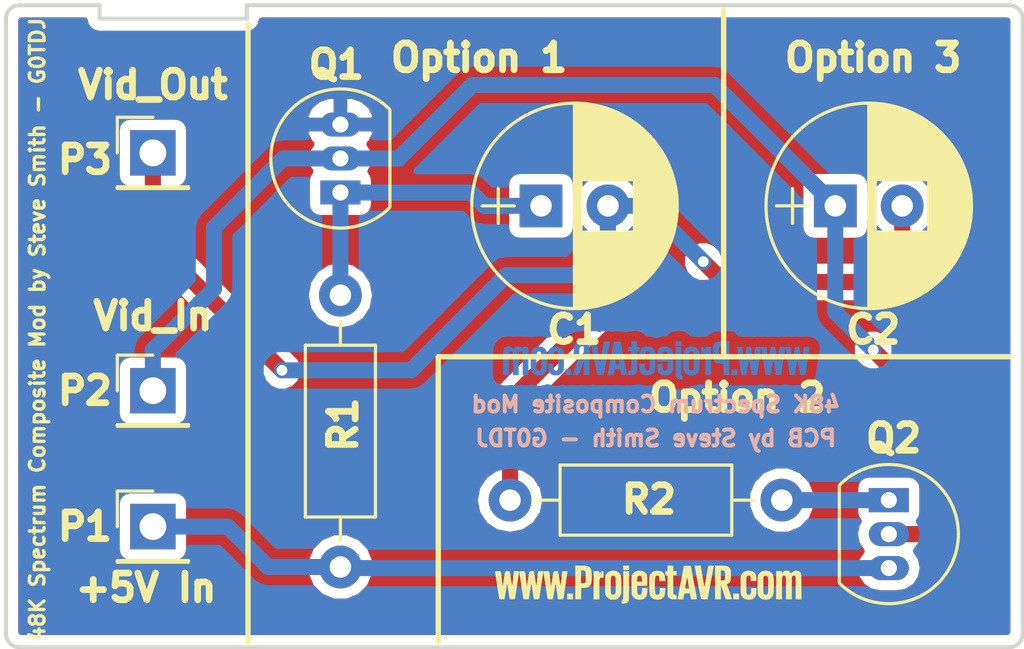
<source format=kicad_pcb>
(kicad_pcb (version 4) (host pcbnew 4.0.5)

  (general
    (links 11)
    (no_connects 0)
    (area 104.924999 90.924999 143.075001 115.075001)
    (thickness 1.6)
    (drawings 26)
    (tracks 44)
    (zones 0)
    (modules 12)
    (nets 7)
  )

  (page A4)
  (layers
    (0 F.Cu signal)
    (31 B.Cu signal)
    (32 B.Adhes user)
    (33 F.Adhes user)
    (34 B.Paste user)
    (35 F.Paste user)
    (36 B.SilkS user)
    (37 F.SilkS user)
    (38 B.Mask user)
    (39 F.Mask user)
    (40 Dwgs.User user)
    (41 Cmts.User user)
    (42 Eco1.User user)
    (43 Eco2.User user)
    (44 Edge.Cuts user)
    (45 Margin user)
    (46 B.CrtYd user)
    (47 F.CrtYd user)
    (48 B.Fab user)
    (49 F.Fab user)
  )

  (setup
    (last_trace_width 0.25)
    (user_trace_width 0.3)
    (user_trace_width 0.6)
    (user_trace_width 0.9)
    (user_trace_width 1.2)
    (user_trace_width 1.5)
    (user_trace_width 1.8)
    (user_trace_width 2.1)
    (user_trace_width 2.4)
    (trace_clearance 0.2)
    (zone_clearance 0.381)
    (zone_45_only yes)
    (trace_min 0.2)
    (segment_width 0.2)
    (edge_width 0.15)
    (via_size 0.6)
    (via_drill 0.4)
    (via_min_size 0.4)
    (via_min_drill 0.3)
    (uvia_size 0.3)
    (uvia_drill 0.1)
    (uvias_allowed no)
    (uvia_min_size 0.2)
    (uvia_min_drill 0.1)
    (pcb_text_width 0.3)
    (pcb_text_size 1.5 1.5)
    (mod_edge_width 0.15)
    (mod_text_size 1 1)
    (mod_text_width 0.15)
    (pad_size 1.524 1.524)
    (pad_drill 0.762)
    (pad_to_mask_clearance 0.2)
    (aux_axis_origin 0 0)
    (visible_elements 7FFFFF7F)
    (pcbplotparams
      (layerselection 0x010f0_80000001)
      (usegerberextensions true)
      (excludeedgelayer true)
      (linewidth 0.100000)
      (plotframeref false)
      (viasonmask false)
      (mode 1)
      (useauxorigin false)
      (hpglpennumber 1)
      (hpglpenspeed 20)
      (hpglpendiameter 15)
      (hpglpenoverlay 2)
      (psnegative false)
      (psa4output false)
      (plotreference true)
      (plotvalue true)
      (plotinvisibletext false)
      (padsonsilk false)
      (subtractmaskfromsilk false)
      (outputformat 1)
      (mirror false)
      (drillshape 0)
      (scaleselection 1)
      (outputdirectory GERBERS/))
  )

  (net 0 "")
  (net 1 "Net-(C1-Pad1)")
  (net 2 VIDEO_OUT)
  (net 3 VIDEO_IN)
  (net 4 +5V)
  (net 5 GNDPWR)
  (net 6 "Net-(Q2-Pad1)")

  (net_class Default "This is the default net class."
    (clearance 0.2)
    (trace_width 0.25)
    (via_dia 0.6)
    (via_drill 0.4)
    (uvia_dia 0.3)
    (uvia_drill 0.1)
    (add_net +5V)
    (add_net GNDPWR)
    (add_net "Net-(C1-Pad1)")
    (add_net "Net-(Q2-Pad1)")
    (add_net VIDEO_IN)
    (add_net VIDEO_OUT)
  )

  (module Capacitors_THT:CP_Radial_D7.5mm_P2.50mm (layer F.Cu) (tedit 59668D73) (tstamp 5965F9BF)
    (at 125 98.5)
    (descr "CP, Radial series, Radial, pin pitch=2.50mm, , diameter=7.5mm, Electrolytic Capacitor")
    (tags "CP Radial series Radial pin pitch 2.50mm  diameter 7.5mm Electrolytic Capacitor")
    (path /5956340D)
    (fp_text reference C1 (at 1.238 4.624) (layer F.SilkS)
      (effects (font (size 1 1) (thickness 0.25)))
    )
    (fp_text value 100u (at 1.25 4.81) (layer F.Fab) hide
      (effects (font (size 1 1) (thickness 0.15)))
    )
    (fp_text user %R (at 1.5 -0.5) (layer F.Fab) hide
      (effects (font (size 1 1) (thickness 0.15)))
    )
    (fp_line (start -2.2 0) (end -1 0) (layer F.Fab) (width 0.1))
    (fp_line (start -1.6 -0.65) (end -1.6 0.65) (layer F.Fab) (width 0.1))
    (fp_line (start 1.25 -3.8) (end 1.25 3.8) (layer F.SilkS) (width 0.12))
    (fp_line (start 1.29 -3.8) (end 1.29 3.8) (layer F.SilkS) (width 0.12))
    (fp_line (start 1.33 -3.8) (end 1.33 3.8) (layer F.SilkS) (width 0.12))
    (fp_line (start 1.37 -3.799) (end 1.37 3.799) (layer F.SilkS) (width 0.12))
    (fp_line (start 1.41 -3.797) (end 1.41 3.797) (layer F.SilkS) (width 0.12))
    (fp_line (start 1.45 -3.795) (end 1.45 3.795) (layer F.SilkS) (width 0.12))
    (fp_line (start 1.49 -3.793) (end 1.49 3.793) (layer F.SilkS) (width 0.12))
    (fp_line (start 1.53 -3.79) (end 1.53 -0.98) (layer F.SilkS) (width 0.12))
    (fp_line (start 1.53 0.98) (end 1.53 3.79) (layer F.SilkS) (width 0.12))
    (fp_line (start 1.57 -3.787) (end 1.57 -0.98) (layer F.SilkS) (width 0.12))
    (fp_line (start 1.57 0.98) (end 1.57 3.787) (layer F.SilkS) (width 0.12))
    (fp_line (start 1.61 -3.784) (end 1.61 -0.98) (layer F.SilkS) (width 0.12))
    (fp_line (start 1.61 0.98) (end 1.61 3.784) (layer F.SilkS) (width 0.12))
    (fp_line (start 1.65 -3.78) (end 1.65 -0.98) (layer F.SilkS) (width 0.12))
    (fp_line (start 1.65 0.98) (end 1.65 3.78) (layer F.SilkS) (width 0.12))
    (fp_line (start 1.69 -3.775) (end 1.69 -0.98) (layer F.SilkS) (width 0.12))
    (fp_line (start 1.69 0.98) (end 1.69 3.775) (layer F.SilkS) (width 0.12))
    (fp_line (start 1.73 -3.77) (end 1.73 -0.98) (layer F.SilkS) (width 0.12))
    (fp_line (start 1.73 0.98) (end 1.73 3.77) (layer F.SilkS) (width 0.12))
    (fp_line (start 1.77 -3.765) (end 1.77 -0.98) (layer F.SilkS) (width 0.12))
    (fp_line (start 1.77 0.98) (end 1.77 3.765) (layer F.SilkS) (width 0.12))
    (fp_line (start 1.81 -3.759) (end 1.81 -0.98) (layer F.SilkS) (width 0.12))
    (fp_line (start 1.81 0.98) (end 1.81 3.759) (layer F.SilkS) (width 0.12))
    (fp_line (start 1.85 -3.753) (end 1.85 -0.98) (layer F.SilkS) (width 0.12))
    (fp_line (start 1.85 0.98) (end 1.85 3.753) (layer F.SilkS) (width 0.12))
    (fp_line (start 1.89 -3.747) (end 1.89 -0.98) (layer F.SilkS) (width 0.12))
    (fp_line (start 1.89 0.98) (end 1.89 3.747) (layer F.SilkS) (width 0.12))
    (fp_line (start 1.93 -3.74) (end 1.93 -0.98) (layer F.SilkS) (width 0.12))
    (fp_line (start 1.93 0.98) (end 1.93 3.74) (layer F.SilkS) (width 0.12))
    (fp_line (start 1.971 -3.732) (end 1.971 -0.98) (layer F.SilkS) (width 0.12))
    (fp_line (start 1.971 0.98) (end 1.971 3.732) (layer F.SilkS) (width 0.12))
    (fp_line (start 2.011 -3.725) (end 2.011 -0.98) (layer F.SilkS) (width 0.12))
    (fp_line (start 2.011 0.98) (end 2.011 3.725) (layer F.SilkS) (width 0.12))
    (fp_line (start 2.051 -3.716) (end 2.051 -0.98) (layer F.SilkS) (width 0.12))
    (fp_line (start 2.051 0.98) (end 2.051 3.716) (layer F.SilkS) (width 0.12))
    (fp_line (start 2.091 -3.707) (end 2.091 -0.98) (layer F.SilkS) (width 0.12))
    (fp_line (start 2.091 0.98) (end 2.091 3.707) (layer F.SilkS) (width 0.12))
    (fp_line (start 2.131 -3.698) (end 2.131 -0.98) (layer F.SilkS) (width 0.12))
    (fp_line (start 2.131 0.98) (end 2.131 3.698) (layer F.SilkS) (width 0.12))
    (fp_line (start 2.171 -3.689) (end 2.171 -0.98) (layer F.SilkS) (width 0.12))
    (fp_line (start 2.171 0.98) (end 2.171 3.689) (layer F.SilkS) (width 0.12))
    (fp_line (start 2.211 -3.679) (end 2.211 -0.98) (layer F.SilkS) (width 0.12))
    (fp_line (start 2.211 0.98) (end 2.211 3.679) (layer F.SilkS) (width 0.12))
    (fp_line (start 2.251 -3.668) (end 2.251 -0.98) (layer F.SilkS) (width 0.12))
    (fp_line (start 2.251 0.98) (end 2.251 3.668) (layer F.SilkS) (width 0.12))
    (fp_line (start 2.291 -3.657) (end 2.291 -0.98) (layer F.SilkS) (width 0.12))
    (fp_line (start 2.291 0.98) (end 2.291 3.657) (layer F.SilkS) (width 0.12))
    (fp_line (start 2.331 -3.645) (end 2.331 -0.98) (layer F.SilkS) (width 0.12))
    (fp_line (start 2.331 0.98) (end 2.331 3.645) (layer F.SilkS) (width 0.12))
    (fp_line (start 2.371 -3.634) (end 2.371 -0.98) (layer F.SilkS) (width 0.12))
    (fp_line (start 2.371 0.98) (end 2.371 3.634) (layer F.SilkS) (width 0.12))
    (fp_line (start 2.411 -3.621) (end 2.411 -0.98) (layer F.SilkS) (width 0.12))
    (fp_line (start 2.411 0.98) (end 2.411 3.621) (layer F.SilkS) (width 0.12))
    (fp_line (start 2.451 -3.608) (end 2.451 -0.98) (layer F.SilkS) (width 0.12))
    (fp_line (start 2.451 0.98) (end 2.451 3.608) (layer F.SilkS) (width 0.12))
    (fp_line (start 2.491 -3.595) (end 2.491 -0.98) (layer F.SilkS) (width 0.12))
    (fp_line (start 2.491 0.98) (end 2.491 3.595) (layer F.SilkS) (width 0.12))
    (fp_line (start 2.531 -3.581) (end 2.531 -0.98) (layer F.SilkS) (width 0.12))
    (fp_line (start 2.531 0.98) (end 2.531 3.581) (layer F.SilkS) (width 0.12))
    (fp_line (start 2.571 -3.566) (end 2.571 -0.98) (layer F.SilkS) (width 0.12))
    (fp_line (start 2.571 0.98) (end 2.571 3.566) (layer F.SilkS) (width 0.12))
    (fp_line (start 2.611 -3.552) (end 2.611 -0.98) (layer F.SilkS) (width 0.12))
    (fp_line (start 2.611 0.98) (end 2.611 3.552) (layer F.SilkS) (width 0.12))
    (fp_line (start 2.651 -3.536) (end 2.651 -0.98) (layer F.SilkS) (width 0.12))
    (fp_line (start 2.651 0.98) (end 2.651 3.536) (layer F.SilkS) (width 0.12))
    (fp_line (start 2.691 -3.52) (end 2.691 -0.98) (layer F.SilkS) (width 0.12))
    (fp_line (start 2.691 0.98) (end 2.691 3.52) (layer F.SilkS) (width 0.12))
    (fp_line (start 2.731 -3.504) (end 2.731 -0.98) (layer F.SilkS) (width 0.12))
    (fp_line (start 2.731 0.98) (end 2.731 3.504) (layer F.SilkS) (width 0.12))
    (fp_line (start 2.771 -3.487) (end 2.771 -0.98) (layer F.SilkS) (width 0.12))
    (fp_line (start 2.771 0.98) (end 2.771 3.487) (layer F.SilkS) (width 0.12))
    (fp_line (start 2.811 -3.469) (end 2.811 -0.98) (layer F.SilkS) (width 0.12))
    (fp_line (start 2.811 0.98) (end 2.811 3.469) (layer F.SilkS) (width 0.12))
    (fp_line (start 2.851 -3.451) (end 2.851 -0.98) (layer F.SilkS) (width 0.12))
    (fp_line (start 2.851 0.98) (end 2.851 3.451) (layer F.SilkS) (width 0.12))
    (fp_line (start 2.891 -3.433) (end 2.891 -0.98) (layer F.SilkS) (width 0.12))
    (fp_line (start 2.891 0.98) (end 2.891 3.433) (layer F.SilkS) (width 0.12))
    (fp_line (start 2.931 -3.413) (end 2.931 -0.98) (layer F.SilkS) (width 0.12))
    (fp_line (start 2.931 0.98) (end 2.931 3.413) (layer F.SilkS) (width 0.12))
    (fp_line (start 2.971 -3.394) (end 2.971 -0.98) (layer F.SilkS) (width 0.12))
    (fp_line (start 2.971 0.98) (end 2.971 3.394) (layer F.SilkS) (width 0.12))
    (fp_line (start 3.011 -3.373) (end 3.011 -0.98) (layer F.SilkS) (width 0.12))
    (fp_line (start 3.011 0.98) (end 3.011 3.373) (layer F.SilkS) (width 0.12))
    (fp_line (start 3.051 -3.352) (end 3.051 -0.98) (layer F.SilkS) (width 0.12))
    (fp_line (start 3.051 0.98) (end 3.051 3.352) (layer F.SilkS) (width 0.12))
    (fp_line (start 3.091 -3.331) (end 3.091 -0.98) (layer F.SilkS) (width 0.12))
    (fp_line (start 3.091 0.98) (end 3.091 3.331) (layer F.SilkS) (width 0.12))
    (fp_line (start 3.131 -3.309) (end 3.131 -0.98) (layer F.SilkS) (width 0.12))
    (fp_line (start 3.131 0.98) (end 3.131 3.309) (layer F.SilkS) (width 0.12))
    (fp_line (start 3.171 -3.286) (end 3.171 -0.98) (layer F.SilkS) (width 0.12))
    (fp_line (start 3.171 0.98) (end 3.171 3.286) (layer F.SilkS) (width 0.12))
    (fp_line (start 3.211 -3.263) (end 3.211 -0.98) (layer F.SilkS) (width 0.12))
    (fp_line (start 3.211 0.98) (end 3.211 3.263) (layer F.SilkS) (width 0.12))
    (fp_line (start 3.251 -3.239) (end 3.251 -0.98) (layer F.SilkS) (width 0.12))
    (fp_line (start 3.251 0.98) (end 3.251 3.239) (layer F.SilkS) (width 0.12))
    (fp_line (start 3.291 -3.214) (end 3.291 -0.98) (layer F.SilkS) (width 0.12))
    (fp_line (start 3.291 0.98) (end 3.291 3.214) (layer F.SilkS) (width 0.12))
    (fp_line (start 3.331 -3.188) (end 3.331 -0.98) (layer F.SilkS) (width 0.12))
    (fp_line (start 3.331 0.98) (end 3.331 3.188) (layer F.SilkS) (width 0.12))
    (fp_line (start 3.371 -3.162) (end 3.371 -0.98) (layer F.SilkS) (width 0.12))
    (fp_line (start 3.371 0.98) (end 3.371 3.162) (layer F.SilkS) (width 0.12))
    (fp_line (start 3.411 -3.135) (end 3.411 -0.98) (layer F.SilkS) (width 0.12))
    (fp_line (start 3.411 0.98) (end 3.411 3.135) (layer F.SilkS) (width 0.12))
    (fp_line (start 3.451 -3.108) (end 3.451 -0.98) (layer F.SilkS) (width 0.12))
    (fp_line (start 3.451 0.98) (end 3.451 3.108) (layer F.SilkS) (width 0.12))
    (fp_line (start 3.491 -3.079) (end 3.491 3.079) (layer F.SilkS) (width 0.12))
    (fp_line (start 3.531 -3.05) (end 3.531 3.05) (layer F.SilkS) (width 0.12))
    (fp_line (start 3.571 -3.02) (end 3.571 3.02) (layer F.SilkS) (width 0.12))
    (fp_line (start 3.611 -2.99) (end 3.611 2.99) (layer F.SilkS) (width 0.12))
    (fp_line (start 3.651 -2.958) (end 3.651 2.958) (layer F.SilkS) (width 0.12))
    (fp_line (start 3.691 -2.926) (end 3.691 2.926) (layer F.SilkS) (width 0.12))
    (fp_line (start 3.731 -2.892) (end 3.731 2.892) (layer F.SilkS) (width 0.12))
    (fp_line (start 3.771 -2.858) (end 3.771 2.858) (layer F.SilkS) (width 0.12))
    (fp_line (start 3.811 -2.823) (end 3.811 2.823) (layer F.SilkS) (width 0.12))
    (fp_line (start 3.851 -2.786) (end 3.851 2.786) (layer F.SilkS) (width 0.12))
    (fp_line (start 3.891 -2.749) (end 3.891 2.749) (layer F.SilkS) (width 0.12))
    (fp_line (start 3.931 -2.711) (end 3.931 2.711) (layer F.SilkS) (width 0.12))
    (fp_line (start 3.971 -2.671) (end 3.971 2.671) (layer F.SilkS) (width 0.12))
    (fp_line (start 4.011 -2.63) (end 4.011 2.63) (layer F.SilkS) (width 0.12))
    (fp_line (start 4.051 -2.588) (end 4.051 2.588) (layer F.SilkS) (width 0.12))
    (fp_line (start 4.091 -2.545) (end 4.091 2.545) (layer F.SilkS) (width 0.12))
    (fp_line (start 4.131 -2.5) (end 4.131 2.5) (layer F.SilkS) (width 0.12))
    (fp_line (start 4.171 -2.454) (end 4.171 2.454) (layer F.SilkS) (width 0.12))
    (fp_line (start 4.211 -2.407) (end 4.211 2.407) (layer F.SilkS) (width 0.12))
    (fp_line (start 4.251 -2.357) (end 4.251 2.357) (layer F.SilkS) (width 0.12))
    (fp_line (start 4.291 -2.307) (end 4.291 2.307) (layer F.SilkS) (width 0.12))
    (fp_line (start 4.331 -2.254) (end 4.331 2.254) (layer F.SilkS) (width 0.12))
    (fp_line (start 4.371 -2.199) (end 4.371 2.199) (layer F.SilkS) (width 0.12))
    (fp_line (start 4.411 -2.142) (end 4.411 2.142) (layer F.SilkS) (width 0.12))
    (fp_line (start 4.451 -2.083) (end 4.451 2.083) (layer F.SilkS) (width 0.12))
    (fp_line (start 4.491 -2.022) (end 4.491 2.022) (layer F.SilkS) (width 0.12))
    (fp_line (start 4.531 -1.957) (end 4.531 1.957) (layer F.SilkS) (width 0.12))
    (fp_line (start 4.571 -1.89) (end 4.571 1.89) (layer F.SilkS) (width 0.12))
    (fp_line (start 4.611 -1.82) (end 4.611 1.82) (layer F.SilkS) (width 0.12))
    (fp_line (start 4.651 -1.745) (end 4.651 1.745) (layer F.SilkS) (width 0.12))
    (fp_line (start 4.691 -1.667) (end 4.691 1.667) (layer F.SilkS) (width 0.12))
    (fp_line (start 4.731 -1.584) (end 4.731 1.584) (layer F.SilkS) (width 0.12))
    (fp_line (start 4.771 -1.495) (end 4.771 1.495) (layer F.SilkS) (width 0.12))
    (fp_line (start 4.811 -1.4) (end 4.811 1.4) (layer F.SilkS) (width 0.12))
    (fp_line (start 4.851 -1.297) (end 4.851 1.297) (layer F.SilkS) (width 0.12))
    (fp_line (start 4.891 -1.184) (end 4.891 1.184) (layer F.SilkS) (width 0.12))
    (fp_line (start 4.931 -1.057) (end 4.931 1.057) (layer F.SilkS) (width 0.12))
    (fp_line (start 4.971 -0.913) (end 4.971 0.913) (layer F.SilkS) (width 0.12))
    (fp_line (start 5.011 -0.74) (end 5.011 0.74) (layer F.SilkS) (width 0.12))
    (fp_line (start 5.051 -0.513) (end 5.051 0.513) (layer F.SilkS) (width 0.12))
    (fp_line (start -2.2 0) (end -1 0) (layer F.SilkS) (width 0.12))
    (fp_line (start -1.6 -0.65) (end -1.6 0.65) (layer F.SilkS) (width 0.12))
    (fp_line (start -2.85 -4.1) (end -2.85 4.1) (layer F.CrtYd) (width 0.05))
    (fp_line (start -2.85 4.1) (end 5.35 4.1) (layer F.CrtYd) (width 0.05))
    (fp_line (start 5.35 4.1) (end 5.35 -4.1) (layer F.CrtYd) (width 0.05))
    (fp_line (start 5.35 -4.1) (end -2.85 -4.1) (layer F.CrtYd) (width 0.05))
    (fp_circle (center 1.25 0) (end 5 0) (layer F.Fab) (width 0.1))
    (fp_circle (center 1.25 0) (end 5.09 0) (layer F.SilkS) (width 0.12))
    (pad 1 thru_hole rect (at 0 0) (size 1.6 1.6) (drill 0.8) (layers *.Cu *.Mask)
      (net 1 "Net-(C1-Pad1)"))
    (pad 2 thru_hole circle (at 2.5 0) (size 1.6 1.6) (drill 0.8) (layers *.Cu *.Mask)
      (net 2 VIDEO_OUT))
    (model ${KISYS3DMOD}/Capacitors_THT.3dshapes/CP_Radial_D7.5mm_P2.50mm.wrl
      (at (xyz 0 0 0))
      (scale (xyz 1 1 1))
      (rotate (xyz 0 0 0))
    )
  )

  (module Capacitors_THT:CP_Radial_D7.5mm_P2.50mm (layer F.Cu) (tedit 59668D7B) (tstamp 5965F9C5)
    (at 136 98.5)
    (descr "CP, Radial series, Radial, pin pitch=2.50mm, , diameter=7.5mm, Electrolytic Capacitor")
    (tags "CP Radial series Radial pin pitch 2.50mm  diameter 7.5mm Electrolytic Capacitor")
    (path /5965FE28)
    (fp_text reference C2 (at 1.414 4.624) (layer F.SilkS)
      (effects (font (size 1 1) (thickness 0.25)))
    )
    (fp_text value 100u (at 1.25 4.81) (layer F.Fab) hide
      (effects (font (size 1 1) (thickness 0.15)))
    )
    (fp_text user %R (at 1 -3) (layer F.Fab) hide
      (effects (font (size 1 1) (thickness 0.15)))
    )
    (fp_line (start -2.2 0) (end -1 0) (layer F.Fab) (width 0.1))
    (fp_line (start -1.6 -0.65) (end -1.6 0.65) (layer F.Fab) (width 0.1))
    (fp_line (start 1.25 -3.8) (end 1.25 3.8) (layer F.SilkS) (width 0.12))
    (fp_line (start 1.29 -3.8) (end 1.29 3.8) (layer F.SilkS) (width 0.12))
    (fp_line (start 1.33 -3.8) (end 1.33 3.8) (layer F.SilkS) (width 0.12))
    (fp_line (start 1.37 -3.799) (end 1.37 3.799) (layer F.SilkS) (width 0.12))
    (fp_line (start 1.41 -3.797) (end 1.41 3.797) (layer F.SilkS) (width 0.12))
    (fp_line (start 1.45 -3.795) (end 1.45 3.795) (layer F.SilkS) (width 0.12))
    (fp_line (start 1.49 -3.793) (end 1.49 3.793) (layer F.SilkS) (width 0.12))
    (fp_line (start 1.53 -3.79) (end 1.53 -0.98) (layer F.SilkS) (width 0.12))
    (fp_line (start 1.53 0.98) (end 1.53 3.79) (layer F.SilkS) (width 0.12))
    (fp_line (start 1.57 -3.787) (end 1.57 -0.98) (layer F.SilkS) (width 0.12))
    (fp_line (start 1.57 0.98) (end 1.57 3.787) (layer F.SilkS) (width 0.12))
    (fp_line (start 1.61 -3.784) (end 1.61 -0.98) (layer F.SilkS) (width 0.12))
    (fp_line (start 1.61 0.98) (end 1.61 3.784) (layer F.SilkS) (width 0.12))
    (fp_line (start 1.65 -3.78) (end 1.65 -0.98) (layer F.SilkS) (width 0.12))
    (fp_line (start 1.65 0.98) (end 1.65 3.78) (layer F.SilkS) (width 0.12))
    (fp_line (start 1.69 -3.775) (end 1.69 -0.98) (layer F.SilkS) (width 0.12))
    (fp_line (start 1.69 0.98) (end 1.69 3.775) (layer F.SilkS) (width 0.12))
    (fp_line (start 1.73 -3.77) (end 1.73 -0.98) (layer F.SilkS) (width 0.12))
    (fp_line (start 1.73 0.98) (end 1.73 3.77) (layer F.SilkS) (width 0.12))
    (fp_line (start 1.77 -3.765) (end 1.77 -0.98) (layer F.SilkS) (width 0.12))
    (fp_line (start 1.77 0.98) (end 1.77 3.765) (layer F.SilkS) (width 0.12))
    (fp_line (start 1.81 -3.759) (end 1.81 -0.98) (layer F.SilkS) (width 0.12))
    (fp_line (start 1.81 0.98) (end 1.81 3.759) (layer F.SilkS) (width 0.12))
    (fp_line (start 1.85 -3.753) (end 1.85 -0.98) (layer F.SilkS) (width 0.12))
    (fp_line (start 1.85 0.98) (end 1.85 3.753) (layer F.SilkS) (width 0.12))
    (fp_line (start 1.89 -3.747) (end 1.89 -0.98) (layer F.SilkS) (width 0.12))
    (fp_line (start 1.89 0.98) (end 1.89 3.747) (layer F.SilkS) (width 0.12))
    (fp_line (start 1.93 -3.74) (end 1.93 -0.98) (layer F.SilkS) (width 0.12))
    (fp_line (start 1.93 0.98) (end 1.93 3.74) (layer F.SilkS) (width 0.12))
    (fp_line (start 1.971 -3.732) (end 1.971 -0.98) (layer F.SilkS) (width 0.12))
    (fp_line (start 1.971 0.98) (end 1.971 3.732) (layer F.SilkS) (width 0.12))
    (fp_line (start 2.011 -3.725) (end 2.011 -0.98) (layer F.SilkS) (width 0.12))
    (fp_line (start 2.011 0.98) (end 2.011 3.725) (layer F.SilkS) (width 0.12))
    (fp_line (start 2.051 -3.716) (end 2.051 -0.98) (layer F.SilkS) (width 0.12))
    (fp_line (start 2.051 0.98) (end 2.051 3.716) (layer F.SilkS) (width 0.12))
    (fp_line (start 2.091 -3.707) (end 2.091 -0.98) (layer F.SilkS) (width 0.12))
    (fp_line (start 2.091 0.98) (end 2.091 3.707) (layer F.SilkS) (width 0.12))
    (fp_line (start 2.131 -3.698) (end 2.131 -0.98) (layer F.SilkS) (width 0.12))
    (fp_line (start 2.131 0.98) (end 2.131 3.698) (layer F.SilkS) (width 0.12))
    (fp_line (start 2.171 -3.689) (end 2.171 -0.98) (layer F.SilkS) (width 0.12))
    (fp_line (start 2.171 0.98) (end 2.171 3.689) (layer F.SilkS) (width 0.12))
    (fp_line (start 2.211 -3.679) (end 2.211 -0.98) (layer F.SilkS) (width 0.12))
    (fp_line (start 2.211 0.98) (end 2.211 3.679) (layer F.SilkS) (width 0.12))
    (fp_line (start 2.251 -3.668) (end 2.251 -0.98) (layer F.SilkS) (width 0.12))
    (fp_line (start 2.251 0.98) (end 2.251 3.668) (layer F.SilkS) (width 0.12))
    (fp_line (start 2.291 -3.657) (end 2.291 -0.98) (layer F.SilkS) (width 0.12))
    (fp_line (start 2.291 0.98) (end 2.291 3.657) (layer F.SilkS) (width 0.12))
    (fp_line (start 2.331 -3.645) (end 2.331 -0.98) (layer F.SilkS) (width 0.12))
    (fp_line (start 2.331 0.98) (end 2.331 3.645) (layer F.SilkS) (width 0.12))
    (fp_line (start 2.371 -3.634) (end 2.371 -0.98) (layer F.SilkS) (width 0.12))
    (fp_line (start 2.371 0.98) (end 2.371 3.634) (layer F.SilkS) (width 0.12))
    (fp_line (start 2.411 -3.621) (end 2.411 -0.98) (layer F.SilkS) (width 0.12))
    (fp_line (start 2.411 0.98) (end 2.411 3.621) (layer F.SilkS) (width 0.12))
    (fp_line (start 2.451 -3.608) (end 2.451 -0.98) (layer F.SilkS) (width 0.12))
    (fp_line (start 2.451 0.98) (end 2.451 3.608) (layer F.SilkS) (width 0.12))
    (fp_line (start 2.491 -3.595) (end 2.491 -0.98) (layer F.SilkS) (width 0.12))
    (fp_line (start 2.491 0.98) (end 2.491 3.595) (layer F.SilkS) (width 0.12))
    (fp_line (start 2.531 -3.581) (end 2.531 -0.98) (layer F.SilkS) (width 0.12))
    (fp_line (start 2.531 0.98) (end 2.531 3.581) (layer F.SilkS) (width 0.12))
    (fp_line (start 2.571 -3.566) (end 2.571 -0.98) (layer F.SilkS) (width 0.12))
    (fp_line (start 2.571 0.98) (end 2.571 3.566) (layer F.SilkS) (width 0.12))
    (fp_line (start 2.611 -3.552) (end 2.611 -0.98) (layer F.SilkS) (width 0.12))
    (fp_line (start 2.611 0.98) (end 2.611 3.552) (layer F.SilkS) (width 0.12))
    (fp_line (start 2.651 -3.536) (end 2.651 -0.98) (layer F.SilkS) (width 0.12))
    (fp_line (start 2.651 0.98) (end 2.651 3.536) (layer F.SilkS) (width 0.12))
    (fp_line (start 2.691 -3.52) (end 2.691 -0.98) (layer F.SilkS) (width 0.12))
    (fp_line (start 2.691 0.98) (end 2.691 3.52) (layer F.SilkS) (width 0.12))
    (fp_line (start 2.731 -3.504) (end 2.731 -0.98) (layer F.SilkS) (width 0.12))
    (fp_line (start 2.731 0.98) (end 2.731 3.504) (layer F.SilkS) (width 0.12))
    (fp_line (start 2.771 -3.487) (end 2.771 -0.98) (layer F.SilkS) (width 0.12))
    (fp_line (start 2.771 0.98) (end 2.771 3.487) (layer F.SilkS) (width 0.12))
    (fp_line (start 2.811 -3.469) (end 2.811 -0.98) (layer F.SilkS) (width 0.12))
    (fp_line (start 2.811 0.98) (end 2.811 3.469) (layer F.SilkS) (width 0.12))
    (fp_line (start 2.851 -3.451) (end 2.851 -0.98) (layer F.SilkS) (width 0.12))
    (fp_line (start 2.851 0.98) (end 2.851 3.451) (layer F.SilkS) (width 0.12))
    (fp_line (start 2.891 -3.433) (end 2.891 -0.98) (layer F.SilkS) (width 0.12))
    (fp_line (start 2.891 0.98) (end 2.891 3.433) (layer F.SilkS) (width 0.12))
    (fp_line (start 2.931 -3.413) (end 2.931 -0.98) (layer F.SilkS) (width 0.12))
    (fp_line (start 2.931 0.98) (end 2.931 3.413) (layer F.SilkS) (width 0.12))
    (fp_line (start 2.971 -3.394) (end 2.971 -0.98) (layer F.SilkS) (width 0.12))
    (fp_line (start 2.971 0.98) (end 2.971 3.394) (layer F.SilkS) (width 0.12))
    (fp_line (start 3.011 -3.373) (end 3.011 -0.98) (layer F.SilkS) (width 0.12))
    (fp_line (start 3.011 0.98) (end 3.011 3.373) (layer F.SilkS) (width 0.12))
    (fp_line (start 3.051 -3.352) (end 3.051 -0.98) (layer F.SilkS) (width 0.12))
    (fp_line (start 3.051 0.98) (end 3.051 3.352) (layer F.SilkS) (width 0.12))
    (fp_line (start 3.091 -3.331) (end 3.091 -0.98) (layer F.SilkS) (width 0.12))
    (fp_line (start 3.091 0.98) (end 3.091 3.331) (layer F.SilkS) (width 0.12))
    (fp_line (start 3.131 -3.309) (end 3.131 -0.98) (layer F.SilkS) (width 0.12))
    (fp_line (start 3.131 0.98) (end 3.131 3.309) (layer F.SilkS) (width 0.12))
    (fp_line (start 3.171 -3.286) (end 3.171 -0.98) (layer F.SilkS) (width 0.12))
    (fp_line (start 3.171 0.98) (end 3.171 3.286) (layer F.SilkS) (width 0.12))
    (fp_line (start 3.211 -3.263) (end 3.211 -0.98) (layer F.SilkS) (width 0.12))
    (fp_line (start 3.211 0.98) (end 3.211 3.263) (layer F.SilkS) (width 0.12))
    (fp_line (start 3.251 -3.239) (end 3.251 -0.98) (layer F.SilkS) (width 0.12))
    (fp_line (start 3.251 0.98) (end 3.251 3.239) (layer F.SilkS) (width 0.12))
    (fp_line (start 3.291 -3.214) (end 3.291 -0.98) (layer F.SilkS) (width 0.12))
    (fp_line (start 3.291 0.98) (end 3.291 3.214) (layer F.SilkS) (width 0.12))
    (fp_line (start 3.331 -3.188) (end 3.331 -0.98) (layer F.SilkS) (width 0.12))
    (fp_line (start 3.331 0.98) (end 3.331 3.188) (layer F.SilkS) (width 0.12))
    (fp_line (start 3.371 -3.162) (end 3.371 -0.98) (layer F.SilkS) (width 0.12))
    (fp_line (start 3.371 0.98) (end 3.371 3.162) (layer F.SilkS) (width 0.12))
    (fp_line (start 3.411 -3.135) (end 3.411 -0.98) (layer F.SilkS) (width 0.12))
    (fp_line (start 3.411 0.98) (end 3.411 3.135) (layer F.SilkS) (width 0.12))
    (fp_line (start 3.451 -3.108) (end 3.451 -0.98) (layer F.SilkS) (width 0.12))
    (fp_line (start 3.451 0.98) (end 3.451 3.108) (layer F.SilkS) (width 0.12))
    (fp_line (start 3.491 -3.079) (end 3.491 3.079) (layer F.SilkS) (width 0.12))
    (fp_line (start 3.531 -3.05) (end 3.531 3.05) (layer F.SilkS) (width 0.12))
    (fp_line (start 3.571 -3.02) (end 3.571 3.02) (layer F.SilkS) (width 0.12))
    (fp_line (start 3.611 -2.99) (end 3.611 2.99) (layer F.SilkS) (width 0.12))
    (fp_line (start 3.651 -2.958) (end 3.651 2.958) (layer F.SilkS) (width 0.12))
    (fp_line (start 3.691 -2.926) (end 3.691 2.926) (layer F.SilkS) (width 0.12))
    (fp_line (start 3.731 -2.892) (end 3.731 2.892) (layer F.SilkS) (width 0.12))
    (fp_line (start 3.771 -2.858) (end 3.771 2.858) (layer F.SilkS) (width 0.12))
    (fp_line (start 3.811 -2.823) (end 3.811 2.823) (layer F.SilkS) (width 0.12))
    (fp_line (start 3.851 -2.786) (end 3.851 2.786) (layer F.SilkS) (width 0.12))
    (fp_line (start 3.891 -2.749) (end 3.891 2.749) (layer F.SilkS) (width 0.12))
    (fp_line (start 3.931 -2.711) (end 3.931 2.711) (layer F.SilkS) (width 0.12))
    (fp_line (start 3.971 -2.671) (end 3.971 2.671) (layer F.SilkS) (width 0.12))
    (fp_line (start 4.011 -2.63) (end 4.011 2.63) (layer F.SilkS) (width 0.12))
    (fp_line (start 4.051 -2.588) (end 4.051 2.588) (layer F.SilkS) (width 0.12))
    (fp_line (start 4.091 -2.545) (end 4.091 2.545) (layer F.SilkS) (width 0.12))
    (fp_line (start 4.131 -2.5) (end 4.131 2.5) (layer F.SilkS) (width 0.12))
    (fp_line (start 4.171 -2.454) (end 4.171 2.454) (layer F.SilkS) (width 0.12))
    (fp_line (start 4.211 -2.407) (end 4.211 2.407) (layer F.SilkS) (width 0.12))
    (fp_line (start 4.251 -2.357) (end 4.251 2.357) (layer F.SilkS) (width 0.12))
    (fp_line (start 4.291 -2.307) (end 4.291 2.307) (layer F.SilkS) (width 0.12))
    (fp_line (start 4.331 -2.254) (end 4.331 2.254) (layer F.SilkS) (width 0.12))
    (fp_line (start 4.371 -2.199) (end 4.371 2.199) (layer F.SilkS) (width 0.12))
    (fp_line (start 4.411 -2.142) (end 4.411 2.142) (layer F.SilkS) (width 0.12))
    (fp_line (start 4.451 -2.083) (end 4.451 2.083) (layer F.SilkS) (width 0.12))
    (fp_line (start 4.491 -2.022) (end 4.491 2.022) (layer F.SilkS) (width 0.12))
    (fp_line (start 4.531 -1.957) (end 4.531 1.957) (layer F.SilkS) (width 0.12))
    (fp_line (start 4.571 -1.89) (end 4.571 1.89) (layer F.SilkS) (width 0.12))
    (fp_line (start 4.611 -1.82) (end 4.611 1.82) (layer F.SilkS) (width 0.12))
    (fp_line (start 4.651 -1.745) (end 4.651 1.745) (layer F.SilkS) (width 0.12))
    (fp_line (start 4.691 -1.667) (end 4.691 1.667) (layer F.SilkS) (width 0.12))
    (fp_line (start 4.731 -1.584) (end 4.731 1.584) (layer F.SilkS) (width 0.12))
    (fp_line (start 4.771 -1.495) (end 4.771 1.495) (layer F.SilkS) (width 0.12))
    (fp_line (start 4.811 -1.4) (end 4.811 1.4) (layer F.SilkS) (width 0.12))
    (fp_line (start 4.851 -1.297) (end 4.851 1.297) (layer F.SilkS) (width 0.12))
    (fp_line (start 4.891 -1.184) (end 4.891 1.184) (layer F.SilkS) (width 0.12))
    (fp_line (start 4.931 -1.057) (end 4.931 1.057) (layer F.SilkS) (width 0.12))
    (fp_line (start 4.971 -0.913) (end 4.971 0.913) (layer F.SilkS) (width 0.12))
    (fp_line (start 5.011 -0.74) (end 5.011 0.74) (layer F.SilkS) (width 0.12))
    (fp_line (start 5.051 -0.513) (end 5.051 0.513) (layer F.SilkS) (width 0.12))
    (fp_line (start -2.2 0) (end -1 0) (layer F.SilkS) (width 0.12))
    (fp_line (start -1.6 -0.65) (end -1.6 0.65) (layer F.SilkS) (width 0.12))
    (fp_line (start -2.85 -4.1) (end -2.85 4.1) (layer F.CrtYd) (width 0.05))
    (fp_line (start -2.85 4.1) (end 5.35 4.1) (layer F.CrtYd) (width 0.05))
    (fp_line (start 5.35 4.1) (end 5.35 -4.1) (layer F.CrtYd) (width 0.05))
    (fp_line (start 5.35 -4.1) (end -2.85 -4.1) (layer F.CrtYd) (width 0.05))
    (fp_circle (center 1.25 0) (end 5 0) (layer F.Fab) (width 0.1))
    (fp_circle (center 1.25 0) (end 5.09 0) (layer F.SilkS) (width 0.12))
    (pad 1 thru_hole rect (at 0 0) (size 1.6 1.6) (drill 0.8) (layers *.Cu *.Mask)
      (net 3 VIDEO_IN))
    (pad 2 thru_hole circle (at 2.5 0) (size 1.6 1.6) (drill 0.8) (layers *.Cu *.Mask)
      (net 2 VIDEO_OUT))
    (model ${KISYS3DMOD}/Capacitors_THT.3dshapes/CP_Radial_D7.5mm_P2.50mm.wrl
      (at (xyz 0 0 0))
      (scale (xyz 1 1 1))
      (rotate (xyz 0 0 0))
    )
  )

  (module Pin_Headers:Pin_Header_Straight_1x01_Pitch2.54mm (layer F.Cu) (tedit 59668D51) (tstamp 5965F9CA)
    (at 110.49 110.49)
    (descr "Through hole straight pin header, 1x01, 2.54mm pitch, single row")
    (tags "Through hole pin header THT 1x01 2.54mm single row")
    (path /5965F535)
    (fp_text reference P1 (at -2.54 0) (layer F.SilkS)
      (effects (font (size 1 1) (thickness 0.25)))
    )
    (fp_text value CONN_1 (at 0 2.33) (layer F.Fab) hide
      (effects (font (size 1 1) (thickness 0.15)))
    )
    (fp_line (start -0.635 -1.27) (end 1.27 -1.27) (layer F.Fab) (width 0.1))
    (fp_line (start 1.27 -1.27) (end 1.27 1.27) (layer F.Fab) (width 0.1))
    (fp_line (start 1.27 1.27) (end -1.27 1.27) (layer F.Fab) (width 0.1))
    (fp_line (start -1.27 1.27) (end -1.27 -0.635) (layer F.Fab) (width 0.1))
    (fp_line (start -1.27 -0.635) (end -0.635 -1.27) (layer F.Fab) (width 0.1))
    (fp_line (start -1.33 1.33) (end 1.33 1.33) (layer F.SilkS) (width 0.12))
    (fp_line (start -1.33 1.27) (end -1.33 1.33) (layer F.SilkS) (width 0.12))
    (fp_line (start 1.33 1.27) (end 1.33 1.33) (layer F.SilkS) (width 0.12))
    (fp_line (start -1.33 1.27) (end 1.33 1.27) (layer F.SilkS) (width 0.12))
    (fp_line (start -1.33 0) (end -1.33 -1.33) (layer F.SilkS) (width 0.12))
    (fp_line (start -1.33 -1.33) (end 0 -1.33) (layer F.SilkS) (width 0.12))
    (fp_line (start -1.8 -1.8) (end -1.8 1.8) (layer F.CrtYd) (width 0.05))
    (fp_line (start -1.8 1.8) (end 1.8 1.8) (layer F.CrtYd) (width 0.05))
    (fp_line (start 1.8 1.8) (end 1.8 -1.8) (layer F.CrtYd) (width 0.05))
    (fp_line (start 1.8 -1.8) (end -1.8 -1.8) (layer F.CrtYd) (width 0.05))
    (fp_text user %R (at 0 0 90) (layer F.Fab) hide
      (effects (font (size 1 1) (thickness 0.15)))
    )
    (pad 1 thru_hole rect (at 0 0) (size 1.7 1.7) (drill 1) (layers *.Cu *.Mask)
      (net 4 +5V))
    (model ${KISYS3DMOD}/Pin_Headers.3dshapes/Pin_Header_Straight_1x01_Pitch2.54mm.wrl
      (at (xyz 0 0 0))
      (scale (xyz 1 1 1))
      (rotate (xyz 0 0 0))
    )
  )

  (module Pin_Headers:Pin_Header_Straight_1x01_Pitch2.54mm (layer F.Cu) (tedit 59668D4B) (tstamp 5965F9CF)
    (at 110.49 105.41)
    (descr "Through hole straight pin header, 1x01, 2.54mm pitch, single row")
    (tags "Through hole pin header THT 1x01 2.54mm single row")
    (path /5965F748)
    (fp_text reference P2 (at -2.54 0) (layer F.SilkS)
      (effects (font (size 1 1) (thickness 0.25)))
    )
    (fp_text value CONN_1 (at 0 2.33) (layer F.Fab) hide
      (effects (font (size 1 1) (thickness 0.15)))
    )
    (fp_line (start -0.635 -1.27) (end 1.27 -1.27) (layer F.Fab) (width 0.1))
    (fp_line (start 1.27 -1.27) (end 1.27 1.27) (layer F.Fab) (width 0.1))
    (fp_line (start 1.27 1.27) (end -1.27 1.27) (layer F.Fab) (width 0.1))
    (fp_line (start -1.27 1.27) (end -1.27 -0.635) (layer F.Fab) (width 0.1))
    (fp_line (start -1.27 -0.635) (end -0.635 -1.27) (layer F.Fab) (width 0.1))
    (fp_line (start -1.33 1.33) (end 1.33 1.33) (layer F.SilkS) (width 0.12))
    (fp_line (start -1.33 1.27) (end -1.33 1.33) (layer F.SilkS) (width 0.12))
    (fp_line (start 1.33 1.27) (end 1.33 1.33) (layer F.SilkS) (width 0.12))
    (fp_line (start -1.33 1.27) (end 1.33 1.27) (layer F.SilkS) (width 0.12))
    (fp_line (start -1.33 0) (end -1.33 -1.33) (layer F.SilkS) (width 0.12))
    (fp_line (start -1.33 -1.33) (end 0 -1.33) (layer F.SilkS) (width 0.12))
    (fp_line (start -1.8 -1.8) (end -1.8 1.8) (layer F.CrtYd) (width 0.05))
    (fp_line (start -1.8 1.8) (end 1.8 1.8) (layer F.CrtYd) (width 0.05))
    (fp_line (start 1.8 1.8) (end 1.8 -1.8) (layer F.CrtYd) (width 0.05))
    (fp_line (start 1.8 -1.8) (end -1.8 -1.8) (layer F.CrtYd) (width 0.05))
    (fp_text user %R (at 0 0 90) (layer F.Fab) hide
      (effects (font (size 1 1) (thickness 0.15)))
    )
    (pad 1 thru_hole rect (at 0 0) (size 1.7 1.7) (drill 1) (layers *.Cu *.Mask)
      (net 3 VIDEO_IN))
    (model ${KISYS3DMOD}/Pin_Headers.3dshapes/Pin_Header_Straight_1x01_Pitch2.54mm.wrl
      (at (xyz 0 0 0))
      (scale (xyz 1 1 1))
      (rotate (xyz 0 0 0))
    )
  )

  (module Pin_Headers:Pin_Header_Straight_1x01_Pitch2.54mm (layer F.Cu) (tedit 59668D44) (tstamp 5965F9D4)
    (at 110.49 96.52)
    (descr "Through hole straight pin header, 1x01, 2.54mm pitch, single row")
    (tags "Through hole pin header THT 1x01 2.54mm single row")
    (path /5965F800)
    (fp_text reference P3 (at -2.54 0.254) (layer F.SilkS)
      (effects (font (size 1 1) (thickness 0.25)))
    )
    (fp_text value CONN_1 (at 0 2.33) (layer F.Fab) hide
      (effects (font (size 1 1) (thickness 0.15)))
    )
    (fp_line (start -0.635 -1.27) (end 1.27 -1.27) (layer F.Fab) (width 0.1))
    (fp_line (start 1.27 -1.27) (end 1.27 1.27) (layer F.Fab) (width 0.1))
    (fp_line (start 1.27 1.27) (end -1.27 1.27) (layer F.Fab) (width 0.1))
    (fp_line (start -1.27 1.27) (end -1.27 -0.635) (layer F.Fab) (width 0.1))
    (fp_line (start -1.27 -0.635) (end -0.635 -1.27) (layer F.Fab) (width 0.1))
    (fp_line (start -1.33 1.33) (end 1.33 1.33) (layer F.SilkS) (width 0.12))
    (fp_line (start -1.33 1.27) (end -1.33 1.33) (layer F.SilkS) (width 0.12))
    (fp_line (start 1.33 1.27) (end 1.33 1.33) (layer F.SilkS) (width 0.12))
    (fp_line (start -1.33 1.27) (end 1.33 1.27) (layer F.SilkS) (width 0.12))
    (fp_line (start -1.33 0) (end -1.33 -1.33) (layer F.SilkS) (width 0.12))
    (fp_line (start -1.33 -1.33) (end 0 -1.33) (layer F.SilkS) (width 0.12))
    (fp_line (start -1.8 -1.8) (end -1.8 1.8) (layer F.CrtYd) (width 0.05))
    (fp_line (start -1.8 1.8) (end 1.8 1.8) (layer F.CrtYd) (width 0.05))
    (fp_line (start 1.8 1.8) (end 1.8 -1.8) (layer F.CrtYd) (width 0.05))
    (fp_line (start 1.8 -1.8) (end -1.8 -1.8) (layer F.CrtYd) (width 0.05))
    (fp_text user %R (at 0 0 90) (layer F.Fab) hide
      (effects (font (size 1 1) (thickness 0.15)))
    )
    (pad 1 thru_hole rect (at 0 0) (size 1.7 1.7) (drill 1) (layers *.Cu *.Mask)
      (net 2 VIDEO_OUT))
    (model ${KISYS3DMOD}/Pin_Headers.3dshapes/Pin_Header_Straight_1x01_Pitch2.54mm.wrl
      (at (xyz 0 0 0))
      (scale (xyz 1 1 1))
      (rotate (xyz 0 0 0))
    )
  )

  (module TO_SOT_Packages_THT:TO-92_Inline_Narrow_Oval (layer F.Cu) (tedit 59668DA9) (tstamp 5965F9DB)
    (at 117.5 98 90)
    (descr "TO-92 leads in-line, narrow, oval pads, drill 0.6mm (see NXP sot054_po.pdf)")
    (tags "to-92 sc-43 sc-43a sot54 PA33 transistor")
    (path /595634E2)
    (fp_text reference Q1 (at 4.782 -0.152 180) (layer F.SilkS)
      (effects (font (size 1 1) (thickness 0.25)))
    )
    (fp_text value 2N3906 (at 1.27 2.79 90) (layer F.Fab) hide
      (effects (font (size 1 1) (thickness 0.15)))
    )
    (fp_text user %R (at 1.27 -3.56 90) (layer F.Fab) hide
      (effects (font (size 1 1) (thickness 0.15)))
    )
    (fp_line (start -0.53 1.85) (end 3.07 1.85) (layer F.SilkS) (width 0.12))
    (fp_line (start -0.5 1.75) (end 3 1.75) (layer F.Fab) (width 0.1))
    (fp_line (start -1.46 -2.73) (end 4 -2.73) (layer F.CrtYd) (width 0.05))
    (fp_line (start -1.46 -2.73) (end -1.46 2.01) (layer F.CrtYd) (width 0.05))
    (fp_line (start 4 2.01) (end 4 -2.73) (layer F.CrtYd) (width 0.05))
    (fp_line (start 4 2.01) (end -1.46 2.01) (layer F.CrtYd) (width 0.05))
    (fp_arc (start 1.27 0) (end 1.27 -2.48) (angle 135) (layer F.Fab) (width 0.1))
    (fp_arc (start 1.27 0) (end 1.27 -2.6) (angle -135) (layer F.SilkS) (width 0.12))
    (fp_arc (start 1.27 0) (end 1.27 -2.48) (angle -135) (layer F.Fab) (width 0.1))
    (fp_arc (start 1.27 0) (end 1.27 -2.6) (angle 135) (layer F.SilkS) (width 0.12))
    (pad 2 thru_hole oval (at 1.27 0 270) (size 0.9 1.5) (drill 0.6) (layers *.Cu *.Mask)
      (net 3 VIDEO_IN))
    (pad 3 thru_hole oval (at 2.54 0 270) (size 0.9 1.5) (drill 0.6) (layers *.Cu *.Mask)
      (net 5 GNDPWR))
    (pad 1 thru_hole rect (at 0 0 270) (size 0.9 1.5) (drill 0.6) (layers *.Cu *.Mask)
      (net 1 "Net-(C1-Pad1)"))
    (model ${KISYS3DMOD}/TO_SOT_Packages_THT.3dshapes/TO-92_Inline_Narrow_Oval.wrl
      (at (xyz 0.05 0 0))
      (scale (xyz 1 1 1))
      (rotate (xyz 0 0 -90))
    )
  )

  (module TO_SOT_Packages_THT:TO-92_Inline_Narrow_Oval (layer F.Cu) (tedit 59668D6B) (tstamp 5965F9E2)
    (at 138 109.5 270)
    (descr "TO-92 leads in-line, narrow, oval pads, drill 0.6mm (see NXP sot054_po.pdf)")
    (tags "to-92 sc-43 sc-43a sot54 PA33 transistor")
    (path /59660987)
    (fp_text reference Q2 (at -2.312 -0.176 360) (layer F.SilkS)
      (effects (font (size 1 1) (thickness 0.25)))
    )
    (fp_text value NPN (at 1.27 2.79 270) (layer F.Fab) hide
      (effects (font (size 1 1) (thickness 0.15)))
    )
    (fp_text user %R (at 1.27 -3.56 270) (layer F.Fab) hide
      (effects (font (size 1 1) (thickness 0.15)))
    )
    (fp_line (start -0.53 1.85) (end 3.07 1.85) (layer F.SilkS) (width 0.12))
    (fp_line (start -0.5 1.75) (end 3 1.75) (layer F.Fab) (width 0.1))
    (fp_line (start -1.46 -2.73) (end 4 -2.73) (layer F.CrtYd) (width 0.05))
    (fp_line (start -1.46 -2.73) (end -1.46 2.01) (layer F.CrtYd) (width 0.05))
    (fp_line (start 4 2.01) (end 4 -2.73) (layer F.CrtYd) (width 0.05))
    (fp_line (start 4 2.01) (end -1.46 2.01) (layer F.CrtYd) (width 0.05))
    (fp_arc (start 1.27 0) (end 1.27 -2.48) (angle 135) (layer F.Fab) (width 0.1))
    (fp_arc (start 1.27 0) (end 1.27 -2.6) (angle -135) (layer F.SilkS) (width 0.12))
    (fp_arc (start 1.27 0) (end 1.27 -2.48) (angle -135) (layer F.Fab) (width 0.1))
    (fp_arc (start 1.27 0) (end 1.27 -2.6) (angle 135) (layer F.SilkS) (width 0.12))
    (pad 2 thru_hole oval (at 1.27 0 90) (size 0.9 1.5) (drill 0.6) (layers *.Cu *.Mask)
      (net 3 VIDEO_IN))
    (pad 3 thru_hole oval (at 2.54 0 90) (size 0.9 1.5) (drill 0.6) (layers *.Cu *.Mask)
      (net 4 +5V))
    (pad 1 thru_hole rect (at 0 0 90) (size 0.9 1.5) (drill 0.6) (layers *.Cu *.Mask)
      (net 6 "Net-(Q2-Pad1)"))
    (model ${KISYS3DMOD}/TO_SOT_Packages_THT.3dshapes/TO-92_Inline_Narrow_Oval.wrl
      (at (xyz 0.05 0 0))
      (scale (xyz 1 1 1))
      (rotate (xyz 0 0 -90))
    )
  )

  (module Resistors_THT:R_Axial_DIN0207_L6.3mm_D2.5mm_P10.16mm_Horizontal (layer F.Cu) (tedit 59668D5D) (tstamp 5965FC88)
    (at 117.5 112 90)
    (descr "Resistor, Axial_DIN0207 series, Axial, Horizontal, pin pitch=10.16mm, 0.25W = 1/4W, length*diameter=6.3*2.5mm^2, http://cdn-reichelt.de/documents/datenblatt/B400/1_4W%23YAG.pdf")
    (tags "Resistor Axial_DIN0207 series Axial Horizontal pin pitch 10.16mm 0.25W = 1/4W length 6.3mm diameter 2.5mm")
    (path /595634FB)
    (fp_text reference R1 (at 5.32 0.102 90) (layer F.SilkS)
      (effects (font (size 1 1) (thickness 0.25)))
    )
    (fp_text value 100R (at 5.08 2.31 90) (layer F.Fab) hide
      (effects (font (size 1 1) (thickness 0.15)))
    )
    (fp_line (start 1.93 -1.25) (end 1.93 1.25) (layer F.Fab) (width 0.1))
    (fp_line (start 1.93 1.25) (end 8.23 1.25) (layer F.Fab) (width 0.1))
    (fp_line (start 8.23 1.25) (end 8.23 -1.25) (layer F.Fab) (width 0.1))
    (fp_line (start 8.23 -1.25) (end 1.93 -1.25) (layer F.Fab) (width 0.1))
    (fp_line (start 0 0) (end 1.93 0) (layer F.Fab) (width 0.1))
    (fp_line (start 10.16 0) (end 8.23 0) (layer F.Fab) (width 0.1))
    (fp_line (start 1.87 -1.31) (end 1.87 1.31) (layer F.SilkS) (width 0.12))
    (fp_line (start 1.87 1.31) (end 8.29 1.31) (layer F.SilkS) (width 0.12))
    (fp_line (start 8.29 1.31) (end 8.29 -1.31) (layer F.SilkS) (width 0.12))
    (fp_line (start 8.29 -1.31) (end 1.87 -1.31) (layer F.SilkS) (width 0.12))
    (fp_line (start 0.98 0) (end 1.87 0) (layer F.SilkS) (width 0.12))
    (fp_line (start 9.18 0) (end 8.29 0) (layer F.SilkS) (width 0.12))
    (fp_line (start -1.05 -1.6) (end -1.05 1.6) (layer F.CrtYd) (width 0.05))
    (fp_line (start -1.05 1.6) (end 11.25 1.6) (layer F.CrtYd) (width 0.05))
    (fp_line (start 11.25 1.6) (end 11.25 -1.6) (layer F.CrtYd) (width 0.05))
    (fp_line (start 11.25 -1.6) (end -1.05 -1.6) (layer F.CrtYd) (width 0.05))
    (pad 1 thru_hole circle (at 0 0 90) (size 1.6 1.6) (drill 0.8) (layers *.Cu *.Mask)
      (net 4 +5V))
    (pad 2 thru_hole oval (at 10.16 0 90) (size 1.6 1.6) (drill 0.8) (layers *.Cu *.Mask)
      (net 1 "Net-(C1-Pad1)"))
    (model Resistors_THT.3dshapes/R_Axial_DIN0207_L6.3mm_D2.5mm_P10.16mm_Horizontal.wrl
      (at (xyz 0 0 0))
      (scale (xyz 0.393701 0.393701 0.393701))
      (rotate (xyz 0 0 0))
    )
  )

  (module Resistors_THT:R_Axial_DIN0207_L6.3mm_D2.5mm_P10.16mm_Horizontal (layer F.Cu) (tedit 59668D64) (tstamp 596609DA)
    (at 134 109.5 180)
    (descr "Resistor, Axial_DIN0207 series, Axial, Horizontal, pin pitch=10.16mm, 0.25W = 1/4W, length*diameter=6.3*2.5mm^2, http://cdn-reichelt.de/documents/datenblatt/B400/1_4W%23YAG.pdf")
    (tags "Resistor Axial_DIN0207 series Axial Horizontal pin pitch 10.16mm 0.25W = 1/4W length 6.3mm diameter 2.5mm")
    (path /59663C2E)
    (fp_text reference R2 (at 4.968 0.026 180) (layer F.SilkS)
      (effects (font (size 1 1) (thickness 0.25)))
    )
    (fp_text value 100R (at 5.08 2.31 180) (layer F.Fab) hide
      (effects (font (size 1 1) (thickness 0.15)))
    )
    (fp_line (start 1.93 -1.25) (end 1.93 1.25) (layer F.Fab) (width 0.1))
    (fp_line (start 1.93 1.25) (end 8.23 1.25) (layer F.Fab) (width 0.1))
    (fp_line (start 8.23 1.25) (end 8.23 -1.25) (layer F.Fab) (width 0.1))
    (fp_line (start 8.23 -1.25) (end 1.93 -1.25) (layer F.Fab) (width 0.1))
    (fp_line (start 0 0) (end 1.93 0) (layer F.Fab) (width 0.1))
    (fp_line (start 10.16 0) (end 8.23 0) (layer F.Fab) (width 0.1))
    (fp_line (start 1.87 -1.31) (end 1.87 1.31) (layer F.SilkS) (width 0.12))
    (fp_line (start 1.87 1.31) (end 8.29 1.31) (layer F.SilkS) (width 0.12))
    (fp_line (start 8.29 1.31) (end 8.29 -1.31) (layer F.SilkS) (width 0.12))
    (fp_line (start 8.29 -1.31) (end 1.87 -1.31) (layer F.SilkS) (width 0.12))
    (fp_line (start 0.98 0) (end 1.87 0) (layer F.SilkS) (width 0.12))
    (fp_line (start 9.18 0) (end 8.29 0) (layer F.SilkS) (width 0.12))
    (fp_line (start -1.05 -1.6) (end -1.05 1.6) (layer F.CrtYd) (width 0.05))
    (fp_line (start -1.05 1.6) (end 11.25 1.6) (layer F.CrtYd) (width 0.05))
    (fp_line (start 11.25 1.6) (end 11.25 -1.6) (layer F.CrtYd) (width 0.05))
    (fp_line (start 11.25 -1.6) (end -1.05 -1.6) (layer F.CrtYd) (width 0.05))
    (pad 1 thru_hole circle (at 0 0 180) (size 1.6 1.6) (drill 0.8) (layers *.Cu *.Mask)
      (net 6 "Net-(Q2-Pad1)"))
    (pad 2 thru_hole oval (at 10.16 0 180) (size 1.6 1.6) (drill 0.8) (layers *.Cu *.Mask)
      (net 2 VIDEO_OUT))
    (model Resistors_THT.3dshapes/R_Axial_DIN0207_L6.3mm_D2.5mm_P10.16mm_Horizontal.wrl
      (at (xyz 0 0 0))
      (scale (xyz 0.393701 0.393701 0.393701))
      (rotate (xyz 0 0 0))
    )
  )

  (module ProjectAVR_Logos:projectavr_logo_MASK_11.5mm (layer B.Cu) (tedit 58ECE162) (tstamp 5966977D)
    (at 129.286 104.14 180)
    (fp_text reference G*** (at 0 2.54 180) (layer B.Mask) hide
      (effects (font (thickness 0.3)) (justify mirror))
    )
    (fp_text value LOGO (at 1.27 -2.54 180) (layer B.Mask) hide
      (effects (font (thickness 0.3)) (justify mirror))
    )
    (fp_poly (pts (xy -0.746125 -0.173591) (xy -0.746567 -0.308231) (xy -0.747827 -0.431796) (xy -0.749809 -0.540578)
      (xy -0.752414 -0.63087) (xy -0.755546 -0.698966) (xy -0.759107 -0.741158) (xy -0.761318 -0.752268)
      (xy -0.793942 -0.795841) (xy -0.850119 -0.826409) (xy -0.923186 -0.840719) (xy -0.943775 -0.841375)
      (xy -1.016 -0.841375) (xy -1.016 -0.778433) (xy -1.010627 -0.730387) (xy -0.992065 -0.703405)
      (xy -0.98425 -0.6985) (xy -0.975594 -0.692809) (xy -0.968673 -0.683801) (xy -0.963292 -0.668181)
      (xy -0.959259 -0.642652) (xy -0.956379 -0.603917) (xy -0.954459 -0.54868) (xy -0.953305 -0.473645)
      (xy -0.952724 -0.375515) (xy -0.952521 -0.250994) (xy -0.9525 -0.158191) (xy -0.9525 0.365125)
      (xy -0.746125 0.365125) (xy -0.746125 -0.173591)) (layer B.Mask) (width 0.01))
    (fp_poly (pts (xy -1.2243 0.365945) (xy -1.149212 0.326859) (xy -1.107151 0.287416) (xy -1.081904 0.253159)
      (xy -1.062881 0.215169) (xy -1.049252 0.168523) (xy -1.04019 0.108303) (xy -1.034867 0.029587)
      (xy -1.032454 -0.072544) (xy -1.032053 -0.15875) (xy -1.032982 -0.254097) (xy -1.035556 -0.342497)
      (xy -1.039451 -0.417328) (xy -1.044347 -0.471967) (xy -1.048449 -0.4956) (xy -1.081476 -0.568123)
      (xy -1.133628 -0.631328) (xy -1.195833 -0.674456) (xy -1.201281 -0.676846) (xy -1.263072 -0.692332)
      (xy -1.338631 -0.697086) (xy -1.413066 -0.691155) (xy -1.468438 -0.675999) (xy -1.528552 -0.636699)
      (xy -1.582539 -0.580108) (xy -1.618172 -0.519053) (xy -1.618241 -0.518872) (xy -1.62394 -0.487605)
      (xy -1.628688 -0.429176) (xy -1.632273 -0.348165) (xy -1.634484 -0.249153) (xy -1.6351 -0.155991)
      (xy -1.42875 -0.155991) (xy -1.428423 -0.265153) (xy -1.427212 -0.346992) (xy -1.424774 -0.405933)
      (xy -1.420767 -0.446398) (xy -1.414847 -0.472811) (xy -1.406671 -0.489596) (xy -1.402478 -0.494843)
      (xy -1.36164 -0.51969) (xy -1.314109 -0.521168) (xy -1.272658 -0.49985) (xy -1.262963 -0.488592)
      (xy -1.253915 -0.470297) (xy -1.247288 -0.442029) (xy -1.242745 -0.399298) (xy -1.239951 -0.337612)
      (xy -1.238568 -0.25248) (xy -1.23825 -0.15875) (xy -1.238702 -0.050257) (xy -1.240279 0.030987)
      (xy -1.24332 0.089473) (xy -1.248161 0.129694) (xy -1.255137 0.15614) (xy -1.262963 0.171093)
      (xy -1.300162 0.199709) (xy -1.347654 0.204625) (xy -1.393773 0.185074) (xy -1.399719 0.180103)
      (xy -1.409786 0.168391) (xy -1.417235 0.151096) (xy -1.422453 0.123736) (xy -1.425826 0.081833)
      (xy -1.427741 0.020908) (xy -1.428585 -0.063518) (xy -1.42875 -0.155991) (xy -1.6351 -0.155991)
      (xy -1.635125 -0.152275) (xy -1.634943 -0.04255) (xy -1.634084 0.040439) (xy -1.632079 0.101705)
      (xy -1.62846 0.146263) (xy -1.622757 0.179124) (xy -1.614503 0.205303) (xy -1.603229 0.229813)
      (xy -1.59857 0.23876) (xy -1.546928 0.30493) (xy -1.476763 0.351418) (xy -1.394992 0.377539)
      (xy -1.308532 0.38261) (xy -1.2243 0.365945)) (layer B.Mask) (width 0.01))
    (fp_poly (pts (xy -0.247207 0.367237) (xy -0.184778 0.342497) (xy -0.132483 0.298424) (xy -0.104169 0.263825)
      (xy -0.089999 0.240886) (xy -0.080146 0.212356) (xy -0.073595 0.171795) (xy -0.069331 0.112761)
      (xy -0.066339 0.028814) (xy -0.066175 0.022712) (xy -0.060911 -0.174625) (xy -0.4445 -0.174625)
      (xy -0.4445 -0.313967) (xy -0.441218 -0.402791) (xy -0.430206 -0.464281) (xy -0.409721 -0.502283)
      (xy -0.378015 -0.520644) (xy -0.34925 -0.523875) (xy -0.302595 -0.511792) (xy -0.271897 -0.474649)
      (xy -0.256369 -0.411096) (xy -0.254 -0.361592) (xy -0.254 -0.269875) (xy -0.060242 -0.269875)
      (xy -0.06584 -0.40366) (xy -0.072849 -0.488335) (xy -0.088238 -0.550372) (xy -0.115972 -0.598573)
      (xy -0.160017 -0.641744) (xy -0.180083 -0.657341) (xy -0.234383 -0.682358) (xy -0.306707 -0.695245)
      (xy -0.385587 -0.69563) (xy -0.459554 -0.683143) (xy -0.500063 -0.667695) (xy -0.550915 -0.632459)
      (xy -0.596003 -0.586639) (xy -0.60325 -0.576774) (xy -0.616324 -0.55655) (xy -0.626229 -0.536432)
      (xy -0.633482 -0.511777) (xy -0.638596 -0.477944) (xy -0.642086 -0.430293) (xy -0.644467 -0.364182)
      (xy -0.646254 -0.274969) (xy -0.647713 -0.17584) (xy -0.649166 -0.062796) (xy -0.649702 0.023295)
      (xy -0.649253 0.06104) (xy -0.4445 0.06104) (xy -0.4445 -0.03175) (xy -0.249591 -0.03175)
      (xy -0.258282 0.064094) (xy -0.268672 0.13505) (xy -0.286197 0.179245) (xy -0.313757 0.201382)
      (xy -0.345976 0.206375) (xy -0.3952 0.196324) (xy -0.426631 0.16436) (xy -0.442107 0.107772)
      (xy -0.4445 0.06104) (xy -0.649253 0.06104) (xy -0.648941 0.087229) (xy -0.646506 0.133799)
      (xy -0.642019 0.167798) (xy -0.635101 0.194021) (xy -0.625375 0.217261) (xy -0.615126 0.237288)
      (xy -0.562463 0.308573) (xy -0.492404 0.354687) (xy -0.403246 0.376469) (xy -0.329914 0.377762)
      (xy -0.247207 0.367237)) (layer B.Mask) (width 0.01))
    (fp_poly (pts (xy 0.434598 0.36225) (xy 0.50847 0.32645) (xy 0.559937 0.268858) (xy 0.590482 0.18797)
      (xy 0.600582 0.110618) (xy 0.606832 0) (xy 0.396875 0) (xy 0.396875 0.084138)
      (xy 0.39207 0.148129) (xy 0.375526 0.186415) (xy 0.344051 0.203872) (xy 0.316785 0.206375)
      (xy 0.286233 0.20422) (xy 0.26304 0.195219) (xy 0.246205 0.175568) (xy 0.234725 0.141464)
      (xy 0.227598 0.089103) (xy 0.223822 0.014682) (xy 0.222396 -0.085603) (xy 0.22225 -0.152498)
      (xy 0.222894 -0.270972) (xy 0.225462 -0.361423) (xy 0.230905 -0.427563) (xy 0.240176 -0.473104)
      (xy 0.254227 -0.501758) (xy 0.27401 -0.517237) (xy 0.300476 -0.523253) (xy 0.3175 -0.523875)
      (xy 0.364155 -0.511792) (xy 0.394853 -0.474649) (xy 0.410381 -0.411096) (xy 0.41275 -0.361592)
      (xy 0.41275 -0.269875) (xy 0.606508 -0.269875) (xy 0.60091 -0.40366) (xy 0.593901 -0.488335)
      (xy 0.578512 -0.550372) (xy 0.550778 -0.598573) (xy 0.506733 -0.641744) (xy 0.486667 -0.657341)
      (xy 0.432367 -0.682358) (xy 0.360043 -0.695245) (xy 0.281163 -0.69563) (xy 0.207196 -0.683143)
      (xy 0.166687 -0.667695) (xy 0.115835 -0.632459) (xy 0.070747 -0.586639) (xy 0.0635 -0.576774)
      (xy 0.050426 -0.55655) (xy 0.040521 -0.536432) (xy 0.033268 -0.511777) (xy 0.028154 -0.477944)
      (xy 0.024664 -0.430293) (xy 0.022283 -0.364182) (xy 0.020496 -0.274969) (xy 0.019037 -0.17584)
      (xy 0.017584 -0.062796) (xy 0.017048 0.023295) (xy 0.017809 0.087229) (xy 0.020244 0.133799)
      (xy 0.024731 0.167798) (xy 0.031649 0.194021) (xy 0.041375 0.217261) (xy 0.051624 0.237288)
      (xy 0.104287 0.308573) (xy 0.174346 0.354687) (xy 0.263504 0.376469) (xy 0.336836 0.377762)
      (xy 0.434598 0.36225)) (layer B.Mask) (width 0.01))
    (fp_poly (pts (xy 3.847723 0.36225) (xy 3.921595 0.32645) (xy 3.973062 0.268858) (xy 4.003607 0.18797)
      (xy 4.013707 0.110618) (xy 4.019957 0) (xy 3.81 0) (xy 3.81 0.084138)
      (xy 3.805195 0.148129) (xy 3.788651 0.186415) (xy 3.757176 0.203872) (xy 3.72991 0.206375)
      (xy 3.699358 0.20422) (xy 3.676165 0.195219) (xy 3.65933 0.175568) (xy 3.64785 0.141464)
      (xy 3.640723 0.089103) (xy 3.636947 0.014682) (xy 3.635521 -0.085603) (xy 3.635375 -0.152498)
      (xy 3.636019 -0.270972) (xy 3.638587 -0.361423) (xy 3.64403 -0.427563) (xy 3.653301 -0.473104)
      (xy 3.667352 -0.501758) (xy 3.687135 -0.517237) (xy 3.713601 -0.523253) (xy 3.730625 -0.523875)
      (xy 3.77728 -0.511792) (xy 3.807978 -0.474649) (xy 3.823506 -0.411096) (xy 3.825875 -0.361592)
      (xy 3.825875 -0.269875) (xy 4.019633 -0.269875) (xy 4.014035 -0.40366) (xy 4.007026 -0.488335)
      (xy 3.991637 -0.550372) (xy 3.963903 -0.598573) (xy 3.919858 -0.641744) (xy 3.899792 -0.657341)
      (xy 3.845492 -0.682358) (xy 3.773168 -0.695245) (xy 3.694288 -0.69563) (xy 3.620321 -0.683143)
      (xy 3.579812 -0.667695) (xy 3.52896 -0.632459) (xy 3.483872 -0.586639) (xy 3.476625 -0.576774)
      (xy 3.463551 -0.55655) (xy 3.453646 -0.536432) (xy 3.446393 -0.511777) (xy 3.441279 -0.477944)
      (xy 3.437789 -0.430293) (xy 3.435408 -0.364182) (xy 3.433621 -0.274969) (xy 3.432162 -0.17584)
      (xy 3.430709 -0.062796) (xy 3.430173 0.023295) (xy 3.430934 0.087229) (xy 3.433369 0.133799)
      (xy 3.437856 0.167798) (xy 3.444774 0.194021) (xy 3.4545 0.217261) (xy 3.464749 0.237288)
      (xy 3.517412 0.308573) (xy 3.587471 0.354687) (xy 3.676629 0.376469) (xy 3.749961 0.377762)
      (xy 3.847723 0.36225)) (layer B.Mask) (width 0.01))
    (fp_poly (pts (xy 4.474825 0.365945) (xy 4.549913 0.326859) (xy 4.591974 0.287416) (xy 4.617221 0.253159)
      (xy 4.636244 0.215169) (xy 4.649873 0.168523) (xy 4.658935 0.108303) (xy 4.664258 0.029587)
      (xy 4.666671 -0.072544) (xy 4.667072 -0.15875) (xy 4.666143 -0.254097) (xy 4.663569 -0.342497)
      (xy 4.659674 -0.417328) (xy 4.654778 -0.471967) (xy 4.650676 -0.4956) (xy 4.617649 -0.568123)
      (xy 4.565497 -0.631328) (xy 4.503292 -0.674456) (xy 4.497844 -0.676846) (xy 4.436053 -0.692332)
      (xy 4.360494 -0.697086) (xy 4.286059 -0.691155) (xy 4.230687 -0.675999) (xy 4.170573 -0.636699)
      (xy 4.116586 -0.580108) (xy 4.080953 -0.519053) (xy 4.080884 -0.518872) (xy 4.075185 -0.487605)
      (xy 4.070437 -0.429176) (xy 4.066852 -0.348165) (xy 4.064641 -0.249153) (xy 4.064025 -0.155991)
      (xy 4.270375 -0.155991) (xy 4.270702 -0.265153) (xy 4.271913 -0.346992) (xy 4.274351 -0.405933)
      (xy 4.278358 -0.446398) (xy 4.284278 -0.472811) (xy 4.292454 -0.489596) (xy 4.296647 -0.494843)
      (xy 4.337485 -0.51969) (xy 4.385016 -0.521168) (xy 4.426467 -0.49985) (xy 4.436162 -0.488592)
      (xy 4.44521 -0.470297) (xy 4.451837 -0.442029) (xy 4.45638 -0.399298) (xy 4.459174 -0.337612)
      (xy 4.460557 -0.25248) (xy 4.460875 -0.15875) (xy 4.460423 -0.050257) (xy 4.458846 0.030987)
      (xy 4.455805 0.089473) (xy 4.450964 0.129694) (xy 4.443988 0.15614) (xy 4.436162 0.171093)
      (xy 4.398963 0.199709) (xy 4.351471 0.204625) (xy 4.305352 0.185074) (xy 4.299406 0.180103)
      (xy 4.289339 0.168391) (xy 4.28189 0.151096) (xy 4.276672 0.123736) (xy 4.273299 0.081833)
      (xy 4.271384 0.020908) (xy 4.27054 -0.063518) (xy 4.270375 -0.155991) (xy 4.064025 -0.155991)
      (xy 4.064 -0.152275) (xy 4.064182 -0.04255) (xy 4.065041 0.040439) (xy 4.067046 0.101705)
      (xy 4.070665 0.146263) (xy 4.076368 0.179124) (xy 4.084622 0.205303) (xy 4.095896 0.229813)
      (xy 4.100555 0.23876) (xy 4.152197 0.30493) (xy 4.222362 0.351418) (xy 4.304133 0.377539)
      (xy 4.390593 0.38261) (xy 4.474825 0.365945)) (layer B.Mask) (width 0.01))
    (fp_poly (pts (xy -5.58111 0.365136) (xy -5.560912 0.359294) (xy -5.546222 0.344349) (xy -5.535342 0.316397)
      (xy -5.526572 0.271534) (xy -5.518213 0.205856) (xy -5.508567 0.11546) (xy -5.499751 0.03175)
      (xy -5.490504 -0.052764) (xy -5.482189 -0.125292) (xy -5.475464 -0.180358) (xy -5.470988 -0.212485)
      (xy -5.469683 -0.218449) (xy -5.466059 -0.205026) (xy -5.458347 -0.165236) (xy -5.447443 -0.10407)
      (xy -5.434241 -0.026518) (xy -5.422705 0.043489) (xy -5.405253 0.151705) (xy -5.391834 0.232624)
      (xy -5.380786 0.290182) (xy -5.370448 0.328317) (xy -5.359156 0.350965) (xy -5.34525 0.362065)
      (xy -5.327067 0.365554) (xy -5.302945 0.365368) (xy -5.286935 0.365125) (xy -5.21026 0.365125)
      (xy -5.193258 0.265907) (xy -5.183179 0.205952) (xy -5.17023 0.127343) (xy -5.156497 0.042788)
      (xy -5.149629 0) (xy -5.137725 -0.069681) (xy -5.1264 -0.127497) (xy -5.117132 -0.166352)
      (xy -5.112397 -0.178809) (xy -5.107441 -0.167883) (xy -5.100189 -0.130104) (xy -5.091352 -0.070228)
      (xy -5.081637 0.00699) (xy -5.07276 0.087097) (xy -5.043727 0.365125) (xy -4.950739 0.365125)
      (xy -4.892292 0.36234) (xy -4.862951 0.353671) (xy -4.858416 0.345282) (xy -4.860876 0.325227)
      (xy -4.867536 0.277704) (xy -4.877822 0.206637) (xy -4.891159 0.115947) (xy -4.906971 0.009555)
      (xy -4.924684 -0.108616) (xy -4.934638 -0.174625) (xy -5.010195 -0.674687) (xy -5.202665 -0.684027)
      (xy -5.230862 -0.496795) (xy -5.249997 -0.370063) (xy -5.265058 -0.271643) (xy -5.276648 -0.198443)
      (xy -5.285366 -0.14737) (xy -5.291816 -0.115331) (xy -5.296597 -0.099234) (xy -5.300311 -0.095988)
      (xy -5.30356 -0.102499) (xy -5.305859 -0.111125) (xy -5.311577 -0.139688) (xy -5.321262 -0.19344)
      (xy -5.333845 -0.266223) (xy -5.348256 -0.351876) (xy -5.358945 -0.416718) (xy -5.402401 -0.682625)
      (xy -5.494898 -0.682625) (xy -5.54755 -0.681338) (xy -5.576668 -0.675542) (xy -5.590428 -0.662327)
      (xy -5.595345 -0.646906) (xy -5.599668 -0.622628) (xy -5.607817 -0.572446) (xy -5.61908 -0.501048)
      (xy -5.632746 -0.413116) (xy -5.648106 -0.313338) (xy -5.664448 -0.206396) (xy -5.681061 -0.096978)
      (xy -5.697234 0.010233) (xy -5.712257 0.110551) (xy -5.725419 0.199291) (xy -5.736008 0.271768)
      (xy -5.743315 0.323297) (xy -5.746628 0.349192) (xy -5.74675 0.35101) (xy -5.73228 0.358237)
      (xy -5.694456 0.363327) (xy -5.644824 0.365125) (xy -5.608514 0.365779) (xy -5.58111 0.365136)) (layer B.Mask) (width 0.01))
    (fp_poly (pts (xy -4.676235 0.365136) (xy -4.656037 0.359294) (xy -4.641347 0.344349) (xy -4.630467 0.316397)
      (xy -4.621697 0.271534) (xy -4.613338 0.205856) (xy -4.603692 0.11546) (xy -4.594876 0.03175)
      (xy -4.585629 -0.052764) (xy -4.577314 -0.125292) (xy -4.570589 -0.180358) (xy -4.566113 -0.212485)
      (xy -4.564808 -0.218449) (xy -4.561184 -0.205026) (xy -4.553472 -0.165236) (xy -4.542568 -0.10407)
      (xy -4.529366 -0.026518) (xy -4.51783 0.043489) (xy -4.500378 0.151705) (xy -4.486959 0.232624)
      (xy -4.475911 0.290182) (xy -4.465573 0.328317) (xy -4.454281 0.350965) (xy -4.440375 0.362065)
      (xy -4.422192 0.365554) (xy -4.39807 0.365368) (xy -4.38206 0.365125) (xy -4.305385 0.365125)
      (xy -4.288383 0.265907) (xy -4.278304 0.205952) (xy -4.265355 0.127343) (xy -4.251622 0.042788)
      (xy -4.244754 0) (xy -4.23285 -0.069681) (xy -4.221525 -0.127497) (xy -4.212257 -0.166352)
      (xy -4.207522 -0.178809) (xy -4.202566 -0.167883) (xy -4.195314 -0.130104) (xy -4.186477 -0.070228)
      (xy -4.176762 0.00699) (xy -4.167885 0.087097) (xy -4.138852 0.365125) (xy -4.045864 0.365125)
      (xy -3.987417 0.36234) (xy -3.958076 0.353671) (xy -3.953541 0.345282) (xy -3.956001 0.325227)
      (xy -3.962661 0.277704) (xy -3.972947 0.206637) (xy -3.986284 0.115947) (xy -4.002096 0.009555)
      (xy -4.019809 -0.108616) (xy -4.029763 -0.174625) (xy -4.10532 -0.674687) (xy -4.29779 -0.684027)
      (xy -4.325987 -0.496795) (xy -4.345122 -0.370063) (xy -4.360183 -0.271643) (xy -4.371773 -0.198443)
      (xy -4.380491 -0.14737) (xy -4.386941 -0.115331) (xy -4.391722 -0.099234) (xy -4.395436 -0.095988)
      (xy -4.398685 -0.102499) (xy -4.400984 -0.111125) (xy -4.406702 -0.139688) (xy -4.416387 -0.19344)
      (xy -4.42897 -0.266223) (xy -4.443381 -0.351876) (xy -4.45407 -0.416718) (xy -4.497526 -0.682625)
      (xy -4.590023 -0.682625) (xy -4.642675 -0.681338) (xy -4.671793 -0.675542) (xy -4.685553 -0.662327)
      (xy -4.69047 -0.646906) (xy -4.694793 -0.622628) (xy -4.702942 -0.572446) (xy -4.714205 -0.501048)
      (xy -4.727871 -0.413116) (xy -4.743231 -0.313338) (xy -4.759573 -0.206396) (xy -4.776186 -0.096978)
      (xy -4.792359 0.010233) (xy -4.807382 0.110551) (xy -4.820544 0.199291) (xy -4.831133 0.271768)
      (xy -4.83844 0.323297) (xy -4.841753 0.349192) (xy -4.841875 0.35101) (xy -4.827405 0.358237)
      (xy -4.789581 0.363327) (xy -4.739949 0.365125) (xy -4.703639 0.365779) (xy -4.676235 0.365136)) (layer B.Mask) (width 0.01))
    (fp_poly (pts (xy -3.77136 0.365136) (xy -3.751162 0.359294) (xy -3.736472 0.344349) (xy -3.725592 0.316397)
      (xy -3.716822 0.271534) (xy -3.708463 0.205856) (xy -3.698817 0.11546) (xy -3.690001 0.03175)
      (xy -3.680754 -0.052764) (xy -3.672439 -0.125292) (xy -3.665714 -0.180358) (xy -3.661238 -0.212485)
      (xy -3.659933 -0.218449) (xy -3.656309 -0.205026) (xy -3.648597 -0.165236) (xy -3.637693 -0.10407)
      (xy -3.624491 -0.026518) (xy -3.612955 0.043489) (xy -3.595503 0.151705) (xy -3.582084 0.232624)
      (xy -3.571036 0.290182) (xy -3.560698 0.328317) (xy -3.549406 0.350965) (xy -3.5355 0.362065)
      (xy -3.517317 0.365554) (xy -3.493195 0.365368) (xy -3.477185 0.365125) (xy -3.40051 0.365125)
      (xy -3.383508 0.265907) (xy -3.373429 0.205952) (xy -3.36048 0.127343) (xy -3.346747 0.042788)
      (xy -3.339879 0) (xy -3.327975 -0.069681) (xy -3.31665 -0.127497) (xy -3.307382 -0.166352)
      (xy -3.302647 -0.178809) (xy -3.297691 -0.167883) (xy -3.290439 -0.130104) (xy -3.281602 -0.070228)
      (xy -3.271887 0.00699) (xy -3.26301 0.087097) (xy -3.233977 0.365125) (xy -3.140989 0.365125)
      (xy -3.082542 0.36234) (xy -3.053201 0.353671) (xy -3.048666 0.345282) (xy -3.051126 0.325227)
      (xy -3.057786 0.277704) (xy -3.068072 0.206637) (xy -3.081409 0.115947) (xy -3.097221 0.009555)
      (xy -3.114934 -0.108616) (xy -3.124888 -0.174625) (xy -3.200445 -0.674687) (xy -3.392915 -0.684027)
      (xy -3.421112 -0.496795) (xy -3.440247 -0.370063) (xy -3.455308 -0.271643) (xy -3.466898 -0.198443)
      (xy -3.475616 -0.14737) (xy -3.482066 -0.115331) (xy -3.486847 -0.099234) (xy -3.490561 -0.095988)
      (xy -3.49381 -0.102499) (xy -3.496109 -0.111125) (xy -3.501827 -0.139688) (xy -3.511512 -0.19344)
      (xy -3.524095 -0.266223) (xy -3.538506 -0.351876) (xy -3.549195 -0.416718) (xy -3.592651 -0.682625)
      (xy -3.685148 -0.682625) (xy -3.7378 -0.681338) (xy -3.766918 -0.675542) (xy -3.780678 -0.662327)
      (xy -3.785595 -0.646906) (xy -3.789918 -0.622628) (xy -3.798067 -0.572446) (xy -3.80933 -0.501048)
      (xy -3.822996 -0.413116) (xy -3.838356 -0.313338) (xy -3.854698 -0.206396) (xy -3.871311 -0.096978)
      (xy -3.887484 0.010233) (xy -3.902507 0.110551) (xy -3.915669 0.199291) (xy -3.926258 0.271768)
      (xy -3.933565 0.323297) (xy -3.936878 0.349192) (xy -3.937 0.35101) (xy -3.92253 0.358237)
      (xy -3.884706 0.363327) (xy -3.835074 0.365125) (xy -3.798764 0.365779) (xy -3.77136 0.365136)) (layer B.Mask) (width 0.01))
    (fp_poly (pts (xy -2.841625 -0.682625) (xy -3.048 -0.682625) (xy -3.048 -0.47625) (xy -2.841625 -0.47625)
      (xy -2.841625 -0.682625)) (layer B.Mask) (width 0.01))
    (fp_poly (pts (xy -2.517318 0.56902) (xy -2.413207 0.565361) (xy -2.335503 0.558771) (xy -2.278875 0.547315)
      (xy -2.237996 0.529062) (xy -2.207537 0.502079) (xy -2.182169 0.464432) (xy -2.170931 0.443372)
      (xy -2.157536 0.39888) (xy -2.148003 0.330818) (xy -2.142334 0.247126) (xy -2.140528 0.15575)
      (xy -2.142584 0.064631) (xy -2.148504 -0.018288) (xy -2.158287 -0.085064) (xy -2.170931 -0.125871)
      (xy -2.207053 -0.181091) (xy -2.253192 -0.218204) (xy -2.3162 -0.240872) (xy -2.40293 -0.252759)
      (xy -2.409148 -0.253217) (xy -2.532063 -0.261937) (xy -2.536493 -0.472281) (xy -2.540922 -0.682625)
      (xy -2.746375 -0.682625) (xy -2.746375 0.396875) (xy -2.54 0.396875) (xy -2.54 -0.09525)
      (xy -2.479535 -0.09525) (xy -2.43105 -0.089412) (xy -2.39188 -0.075117) (xy -2.388253 -0.072717)
      (xy -2.375387 -0.060407) (xy -2.366669 -0.041897) (xy -2.361311 -0.011466) (xy -2.358524 0.036607)
      (xy -2.357519 0.108043) (xy -2.357438 0.150813) (xy -2.358497 0.244266) (xy -2.363197 0.310598)
      (xy -2.373819 0.35441) (xy -2.392648 0.380302) (xy -2.421965 0.392876) (xy -2.464053 0.396731)
      (xy -2.479535 0.396876) (xy -2.54 0.396875) (xy -2.746375 0.396875) (xy -2.746375 0.574478)
      (xy -2.517318 0.56902)) (layer B.Mask) (width 0.01))
    (fp_poly (pts (xy -1.713516 0.361999) (xy -1.704336 0.348261) (xy -1.699941 0.317378) (xy -1.698657 0.262814)
      (xy -1.698625 0.246063) (xy -1.698625 0.127) (xy -1.753054 0.127) (xy -1.784075 0.126151)
      (xy -1.808244 0.121257) (xy -1.826416 0.108794) (xy -1.839445 0.085243) (xy -1.848187 0.047081)
      (xy -1.853496 -0.009214) (xy -1.856227 -0.087162) (xy -1.857235 -0.190287) (xy -1.857375 -0.302758)
      (xy -1.857375 -0.682625) (xy -2.06375 -0.682625) (xy -2.06375 0.365125) (xy -1.960563 0.365125)
      (xy -1.905114 0.36447) (xy -1.874232 0.360598) (xy -1.860736 0.350648) (xy -1.857446 0.33176)
      (xy -1.857375 0.324027) (xy -1.857375 0.282928) (xy -1.808532 0.324027) (xy -1.769666 0.3506)
      (xy -1.73508 0.364523) (xy -1.729157 0.365126) (xy -1.713516 0.361999)) (layer B.Mask) (width 0.01))
    (fp_poly (pts (xy 0.904875 0.365125) (xy 1.031875 0.365125) (xy 1.031875 0.206375) (xy 0.904875 0.206375)
      (xy 0.904875 -0.142316) (xy 0.905024 -0.256432) (xy 0.9057 -0.342887) (xy 0.907249 -0.405771)
      (xy 0.910013 -0.449173) (xy 0.914336 -0.477183) (xy 0.920562 -0.493888) (xy 0.929035 -0.503379)
      (xy 0.935581 -0.507441) (xy 0.976617 -0.521283) (xy 0.999081 -0.523875) (xy 1.018704 -0.527763)
      (xy 1.028494 -0.54468) (xy 1.031703 -0.582502) (xy 1.031875 -0.60325) (xy 1.031875 -0.682625)
      (xy 0.932656 -0.682565) (xy 0.856041 -0.677376) (xy 0.799414 -0.660474) (xy 0.781448 -0.650808)
      (xy 0.742523 -0.618933) (xy 0.715842 -0.582743) (xy 0.713979 -0.578396) (xy 0.709564 -0.551273)
      (xy 0.705639 -0.497455) (xy 0.702395 -0.421996) (xy 0.700019 -0.32995) (xy 0.698703 -0.22637)
      (xy 0.6985 -0.165654) (xy 0.6985 0.206375) (xy 0.658812 0.206375) (xy 0.635258 0.208949)
      (xy 0.623507 0.222082) (xy 0.6195 0.253895) (xy 0.619125 0.28575) (xy 0.620411 0.332859)
      (xy 0.626978 0.35636) (xy 0.642884 0.364374) (xy 0.658812 0.365125) (xy 0.680146 0.366935)
      (xy 0.692029 0.377145) (xy 0.69722 0.402929) (xy 0.698477 0.45146) (xy 0.6985 0.468313)
      (xy 0.6985 0.5715) (xy 0.904875 0.5715) (xy 0.904875 0.365125)) (layer B.Mask) (width 0.01))
    (fp_poly (pts (xy 1.677311 -0.047625) (xy 1.702942 -0.182818) (xy 1.726623 -0.308239) (xy 1.747716 -0.420466)
      (xy 1.765582 -0.516076) (xy 1.779583 -0.591648) (xy 1.789079 -0.64376) (xy 1.793431 -0.668989)
      (xy 1.793642 -0.670718) (xy 1.77924 -0.676619) (xy 1.741157 -0.680879) (xy 1.687451 -0.682619)
      (xy 1.684184 -0.682625) (xy 1.574493 -0.682625) (xy 1.55575 -0.5715) (xy 1.537006 -0.460375)
      (xy 1.428577 -0.460375) (xy 1.377514 -0.460208) (xy 1.344354 -0.463475) (xy 1.324157 -0.475826)
      (xy 1.311982 -0.502913) (xy 1.302889 -0.550385) (xy 1.293266 -0.615156) (xy 1.283084 -0.682625)
      (xy 1.181292 -0.682625) (xy 1.12018 -0.680264) (xy 1.087681 -0.672814) (xy 1.080397 -0.662781)
      (xy 1.083473 -0.643225) (xy 1.091855 -0.595987) (xy 1.104895 -0.524574) (xy 1.121943 -0.43249)
      (xy 1.142348 -0.32324) (xy 1.15313 -0.265906) (xy 1.350364 -0.265906) (xy 1.36404 -0.279259)
      (xy 1.407405 -0.285312) (xy 1.430011 -0.28575) (xy 1.477267 -0.284897) (xy 1.499993 -0.279412)
      (xy 1.505407 -0.264903) (xy 1.501769 -0.242093) (xy 1.495492 -0.207838) (xy 1.485879 -0.151464)
      (xy 1.47449 -0.082221) (xy 1.467665 -0.039687) (xy 1.456094 0.029909) (xy 1.4453 0.089163)
      (xy 1.436789 0.13008) (xy 1.433265 0.142875) (xy 1.428164 0.13511) (xy 1.418976 0.102532)
      (xy 1.407015 0.051616) (xy 1.393592 -0.011164) (xy 1.380022 -0.079332) (xy 1.367616 -0.146415)
      (xy 1.35769 -0.205937) (xy 1.351554 -0.251424) (xy 1.350364 -0.265906) (xy 1.15313 -0.265906)
      (xy 1.165463 -0.200329) (xy 1.190636 -0.067264) (xy 1.19587 -0.039687) (xy 1.310446 0.563563)
      (xy 1.561214 0.563563) (xy 1.677311 -0.047625)) (layer B.Mask) (width 0.01))
    (fp_poly (pts (xy 1.949995 0.472282) (xy 1.957699 0.425561) (xy 1.969377 0.35422) (xy 1.983932 0.264982)
      (xy 2.000269 0.16457) (xy 2.017291 0.059705) (xy 2.018801 0.05039) (xy 2.037721 -0.062934)
      (xy 2.052962 -0.146324) (xy 2.064878 -0.20134) (xy 2.073823 -0.229541) (xy 2.080151 -0.232486)
      (xy 2.081916 -0.227422) (xy 2.08758 -0.199157) (xy 2.097492 -0.144681) (xy 2.110757 -0.069114)
      (xy 2.126482 0.022422) (xy 2.143774 0.124808) (xy 2.152764 0.178683) (xy 2.170334 0.28252)
      (xy 2.186771 0.376134) (xy 2.20121 0.454882) (xy 2.212789 0.514123) (xy 2.220644 0.549214)
      (xy 2.223063 0.556538) (xy 2.243809 0.565025) (xy 2.287226 0.568944) (xy 2.327975 0.568355)
      (xy 2.422623 0.563563) (xy 2.354952 0.206375) (xy 2.331436 0.082252) (xy 2.306114 -0.051408)
      (xy 2.280877 -0.184619) (xy 2.257618 -0.307396) (xy 2.238226 -0.409757) (xy 2.236907 -0.416718)
      (xy 2.186534 -0.682625) (xy 2.070649 -0.682625) (xy 2.008927 -0.681406) (xy 1.97205 -0.67673)
      (xy 1.953171 -0.667064) (xy 1.946466 -0.654843) (xy 1.941898 -0.634087) (xy 1.932333 -0.586673)
      (xy 1.918565 -0.516766) (xy 1.901389 -0.428527) (xy 1.881597 -0.32612) (xy 1.859984 -0.213706)
      (xy 1.837344 -0.09545) (xy 1.814471 0.024487) (xy 1.792159 0.141942) (xy 1.771202 0.252753)
      (xy 1.752395 0.352755) (xy 1.73653 0.437788) (xy 1.724402 0.503688) (xy 1.716806 0.546292)
      (xy 1.7145 0.561252) (xy 1.729023 0.566337) (xy 1.767199 0.570004) (xy 1.820938 0.571497)
      (xy 1.823995 0.5715) (xy 1.93349 0.5715) (xy 1.949995 0.472282)) (layer B.Mask) (width 0.01))
    (fp_poly (pts (xy 2.678906 0.571476) (xy 2.784642 0.569522) (xy 2.864423 0.562514) (xy 2.923873 0.548686)
      (xy 2.968615 0.526275) (xy 3.004274 0.493516) (xy 3.027839 0.461997) (xy 3.043287 0.435973)
      (xy 3.053587 0.40823) (xy 3.059758 0.371806) (xy 3.062817 0.319743) (xy 3.063782 0.245079)
      (xy 3.063815 0.215934) (xy 3.061535 0.113041) (xy 3.053608 0.036669) (xy 3.03829 -0.018172)
      (xy 3.013839 -0.056469) (xy 2.978514 -0.08321) (xy 2.955537 -0.094095) (xy 2.906944 -0.114223)
      (xy 3.001284 -0.384916) (xy 3.031517 -0.472381) (xy 3.057735 -0.549594) (xy 3.078265 -0.611524)
      (xy 3.091439 -0.653136) (xy 3.095625 -0.669117) (xy 3.081102 -0.67581) (xy 3.042917 -0.680641)
      (xy 2.989148 -0.682618) (xy 2.985818 -0.682625) (xy 2.876011 -0.682625) (xy 2.783412 -0.408781)
      (xy 2.690812 -0.134937) (xy 2.686468 -0.408781) (xy 2.682125 -0.682625) (xy 2.4765 -0.682625)
      (xy 2.4765 0.396875) (xy 2.682875 0.396875) (xy 2.682875 0.015875) (xy 2.745474 0.015875)
      (xy 2.795541 0.022096) (xy 2.827161 0.043819) (xy 2.832787 0.051158) (xy 2.848414 0.090453)
      (xy 2.856265 0.154602) (xy 2.8575 0.206375) (xy 2.853908 0.289113) (xy 2.841421 0.345104)
      (xy 2.817469 0.378718) (xy 2.779486 0.394322) (xy 2.745474 0.396875) (xy 2.682875 0.396875)
      (xy 2.4765 0.396875) (xy 2.4765 0.5715) (xy 2.678906 0.571476)) (layer B.Mask) (width 0.01))
    (fp_poly (pts (xy 3.3655 -0.682625) (xy 3.159125 -0.682625) (xy 3.159125 -0.47625) (xy 3.3655 -0.47625)
      (xy 3.3655 -0.682625)) (layer B.Mask) (width 0.01))
    (fp_poly (pts (xy 5.564682 0.374912) (xy 5.611573 0.359032) (xy 5.617894 0.355113) (xy 5.640123 0.337496)
      (xy 5.657906 0.316771) (xy 5.671735 0.289408) (xy 5.6821 0.251878) (xy 5.689491 0.20065)
      (xy 5.694398 0.132194) (xy 5.697312 0.04298) (xy 5.698723 -0.070523) (xy 5.699121 -0.211844)
      (xy 5.699125 -0.229677) (xy 5.699125 -0.682625) (xy 5.49275 -0.682625) (xy 5.49275 -0.257175)
      (xy 5.492298 -0.117143) (xy 5.490876 -0.006549) (xy 5.488387 0.076911) (xy 5.484731 0.135537)
      (xy 5.47981 0.171631) (xy 5.4737 0.187325) (xy 5.438522 0.204463) (xy 5.395651 0.204048)
      (xy 5.359935 0.187486) (xy 5.350433 0.175669) (xy 5.345179 0.149646) (xy 5.340819 0.094523)
      (xy 5.337451 0.012939) (xy 5.335173 -0.092466) (xy 5.334083 -0.219054) (xy 5.334 -0.268831)
      (xy 5.334 -0.682625) (xy 5.127625 -0.682625) (xy 5.127625 -0.257174) (xy 5.127474 -0.123875)
      (xy 5.126636 -0.018935) (xy 5.124529 0.061036) (xy 5.120572 0.119427) (xy 5.114187 0.159631)
      (xy 5.104791 0.185035) (xy 5.091805 0.199032) (xy 5.074647 0.205011) (xy 5.052738 0.206362)
      (xy 5.04825 0.206375) (xy 5.025424 0.205497) (xy 5.007455 0.2006) (xy 4.993761 0.188295)
      (xy 4.983763 0.165192) (xy 4.976879 0.127899) (xy 4.972529 0.073028) (xy 4.970132 -0.002812)
      (xy 4.969108 -0.103013) (xy 4.968877 -0.230963) (xy 4.968875 -0.257174) (xy 4.968875 -0.682625)
      (xy 4.7625 -0.682625) (xy 4.7625 0.365125) (xy 4.865687 0.365125) (xy 4.921181 0.364392)
      (xy 4.952093 0.360413) (xy 4.965587 0.350516) (xy 4.968827 0.332033) (xy 4.968875 0.326659)
      (xy 4.968875 0.288193) (xy 5.015278 0.334597) (xy 5.059119 0.368399) (xy 5.108156 0.380489)
      (xy 5.12537 0.381001) (xy 5.207134 0.371772) (xy 5.263263 0.344141) (xy 5.288971 0.310204)
      (xy 5.307052 0.27052) (xy 5.368197 0.32576) (xy 5.411772 0.360462) (xy 5.451095 0.376766)
      (xy 5.501837 0.380993) (xy 5.505138 0.381001) (xy 5.564682 0.374912)) (layer B.Mask) (width 0.01))
    (fp_poly (pts (xy -0.746125 0.41275) (xy -0.9525 0.41275) (xy -0.9525 0.5715) (xy -0.746125 0.5715)
      (xy -0.746125 0.41275)) (layer B.Mask) (width 0.01))
  )

  (module ProjectAVR_Logos:projectavr_logo_F_Copper_11.5mm (layer B.Cu) (tedit 58ECE162) (tstamp 59669B12)
    (at 129.286 104.14 180)
    (fp_text reference G*** (at 0 2.54 180) (layer B.Cu) hide
      (effects (font (thickness 0.3)) (justify mirror))
    )
    (fp_text value LOGO (at 1.27 -2.54 180) (layer B.Cu) hide
      (effects (font (thickness 0.3)) (justify mirror))
    )
    (fp_poly (pts (xy -0.746125 -0.173591) (xy -0.746567 -0.308231) (xy -0.747827 -0.431796) (xy -0.749809 -0.540578)
      (xy -0.752414 -0.63087) (xy -0.755546 -0.698966) (xy -0.759107 -0.741158) (xy -0.761318 -0.752268)
      (xy -0.793942 -0.795841) (xy -0.850119 -0.826409) (xy -0.923186 -0.840719) (xy -0.943775 -0.841375)
      (xy -1.016 -0.841375) (xy -1.016 -0.778433) (xy -1.010627 -0.730387) (xy -0.992065 -0.703405)
      (xy -0.98425 -0.6985) (xy -0.975594 -0.692809) (xy -0.968673 -0.683801) (xy -0.963292 -0.668181)
      (xy -0.959259 -0.642652) (xy -0.956379 -0.603917) (xy -0.954459 -0.54868) (xy -0.953305 -0.473645)
      (xy -0.952724 -0.375515) (xy -0.952521 -0.250994) (xy -0.9525 -0.158191) (xy -0.9525 0.365125)
      (xy -0.746125 0.365125) (xy -0.746125 -0.173591)) (layer B.Cu) (width 0.01))
    (fp_poly (pts (xy -1.2243 0.365945) (xy -1.149212 0.326859) (xy -1.107151 0.287416) (xy -1.081904 0.253159)
      (xy -1.062881 0.215169) (xy -1.049252 0.168523) (xy -1.04019 0.108303) (xy -1.034867 0.029587)
      (xy -1.032454 -0.072544) (xy -1.032053 -0.15875) (xy -1.032982 -0.254097) (xy -1.035556 -0.342497)
      (xy -1.039451 -0.417328) (xy -1.044347 -0.471967) (xy -1.048449 -0.4956) (xy -1.081476 -0.568123)
      (xy -1.133628 -0.631328) (xy -1.195833 -0.674456) (xy -1.201281 -0.676846) (xy -1.263072 -0.692332)
      (xy -1.338631 -0.697086) (xy -1.413066 -0.691155) (xy -1.468438 -0.675999) (xy -1.528552 -0.636699)
      (xy -1.582539 -0.580108) (xy -1.618172 -0.519053) (xy -1.618241 -0.518872) (xy -1.62394 -0.487605)
      (xy -1.628688 -0.429176) (xy -1.632273 -0.348165) (xy -1.634484 -0.249153) (xy -1.6351 -0.155991)
      (xy -1.42875 -0.155991) (xy -1.428423 -0.265153) (xy -1.427212 -0.346992) (xy -1.424774 -0.405933)
      (xy -1.420767 -0.446398) (xy -1.414847 -0.472811) (xy -1.406671 -0.489596) (xy -1.402478 -0.494843)
      (xy -1.36164 -0.51969) (xy -1.314109 -0.521168) (xy -1.272658 -0.49985) (xy -1.262963 -0.488592)
      (xy -1.253915 -0.470297) (xy -1.247288 -0.442029) (xy -1.242745 -0.399298) (xy -1.239951 -0.337612)
      (xy -1.238568 -0.25248) (xy -1.23825 -0.15875) (xy -1.238702 -0.050257) (xy -1.240279 0.030987)
      (xy -1.24332 0.089473) (xy -1.248161 0.129694) (xy -1.255137 0.15614) (xy -1.262963 0.171093)
      (xy -1.300162 0.199709) (xy -1.347654 0.204625) (xy -1.393773 0.185074) (xy -1.399719 0.180103)
      (xy -1.409786 0.168391) (xy -1.417235 0.151096) (xy -1.422453 0.123736) (xy -1.425826 0.081833)
      (xy -1.427741 0.020908) (xy -1.428585 -0.063518) (xy -1.42875 -0.155991) (xy -1.6351 -0.155991)
      (xy -1.635125 -0.152275) (xy -1.634943 -0.04255) (xy -1.634084 0.040439) (xy -1.632079 0.101705)
      (xy -1.62846 0.146263) (xy -1.622757 0.179124) (xy -1.614503 0.205303) (xy -1.603229 0.229813)
      (xy -1.59857 0.23876) (xy -1.546928 0.30493) (xy -1.476763 0.351418) (xy -1.394992 0.377539)
      (xy -1.308532 0.38261) (xy -1.2243 0.365945)) (layer B.Cu) (width 0.01))
    (fp_poly (pts (xy -0.247207 0.367237) (xy -0.184778 0.342497) (xy -0.132483 0.298424) (xy -0.104169 0.263825)
      (xy -0.089999 0.240886) (xy -0.080146 0.212356) (xy -0.073595 0.171795) (xy -0.069331 0.112761)
      (xy -0.066339 0.028814) (xy -0.066175 0.022712) (xy -0.060911 -0.174625) (xy -0.4445 -0.174625)
      (xy -0.4445 -0.313967) (xy -0.441218 -0.402791) (xy -0.430206 -0.464281) (xy -0.409721 -0.502283)
      (xy -0.378015 -0.520644) (xy -0.34925 -0.523875) (xy -0.302595 -0.511792) (xy -0.271897 -0.474649)
      (xy -0.256369 -0.411096) (xy -0.254 -0.361592) (xy -0.254 -0.269875) (xy -0.060242 -0.269875)
      (xy -0.06584 -0.40366) (xy -0.072849 -0.488335) (xy -0.088238 -0.550372) (xy -0.115972 -0.598573)
      (xy -0.160017 -0.641744) (xy -0.180083 -0.657341) (xy -0.234383 -0.682358) (xy -0.306707 -0.695245)
      (xy -0.385587 -0.69563) (xy -0.459554 -0.683143) (xy -0.500063 -0.667695) (xy -0.550915 -0.632459)
      (xy -0.596003 -0.586639) (xy -0.60325 -0.576774) (xy -0.616324 -0.55655) (xy -0.626229 -0.536432)
      (xy -0.633482 -0.511777) (xy -0.638596 -0.477944) (xy -0.642086 -0.430293) (xy -0.644467 -0.364182)
      (xy -0.646254 -0.274969) (xy -0.647713 -0.17584) (xy -0.649166 -0.062796) (xy -0.649702 0.023295)
      (xy -0.649253 0.06104) (xy -0.4445 0.06104) (xy -0.4445 -0.03175) (xy -0.249591 -0.03175)
      (xy -0.258282 0.064094) (xy -0.268672 0.13505) (xy -0.286197 0.179245) (xy -0.313757 0.201382)
      (xy -0.345976 0.206375) (xy -0.3952 0.196324) (xy -0.426631 0.16436) (xy -0.442107 0.107772)
      (xy -0.4445 0.06104) (xy -0.649253 0.06104) (xy -0.648941 0.087229) (xy -0.646506 0.133799)
      (xy -0.642019 0.167798) (xy -0.635101 0.194021) (xy -0.625375 0.217261) (xy -0.615126 0.237288)
      (xy -0.562463 0.308573) (xy -0.492404 0.354687) (xy -0.403246 0.376469) (xy -0.329914 0.377762)
      (xy -0.247207 0.367237)) (layer B.Cu) (width 0.01))
    (fp_poly (pts (xy 0.434598 0.36225) (xy 0.50847 0.32645) (xy 0.559937 0.268858) (xy 0.590482 0.18797)
      (xy 0.600582 0.110618) (xy 0.606832 0) (xy 0.396875 0) (xy 0.396875 0.084138)
      (xy 0.39207 0.148129) (xy 0.375526 0.186415) (xy 0.344051 0.203872) (xy 0.316785 0.206375)
      (xy 0.286233 0.20422) (xy 0.26304 0.195219) (xy 0.246205 0.175568) (xy 0.234725 0.141464)
      (xy 0.227598 0.089103) (xy 0.223822 0.014682) (xy 0.222396 -0.085603) (xy 0.22225 -0.152498)
      (xy 0.222894 -0.270972) (xy 0.225462 -0.361423) (xy 0.230905 -0.427563) (xy 0.240176 -0.473104)
      (xy 0.254227 -0.501758) (xy 0.27401 -0.517237) (xy 0.300476 -0.523253) (xy 0.3175 -0.523875)
      (xy 0.364155 -0.511792) (xy 0.394853 -0.474649) (xy 0.410381 -0.411096) (xy 0.41275 -0.361592)
      (xy 0.41275 -0.269875) (xy 0.606508 -0.269875) (xy 0.60091 -0.40366) (xy 0.593901 -0.488335)
      (xy 0.578512 -0.550372) (xy 0.550778 -0.598573) (xy 0.506733 -0.641744) (xy 0.486667 -0.657341)
      (xy 0.432367 -0.682358) (xy 0.360043 -0.695245) (xy 0.281163 -0.69563) (xy 0.207196 -0.683143)
      (xy 0.166687 -0.667695) (xy 0.115835 -0.632459) (xy 0.070747 -0.586639) (xy 0.0635 -0.576774)
      (xy 0.050426 -0.55655) (xy 0.040521 -0.536432) (xy 0.033268 -0.511777) (xy 0.028154 -0.477944)
      (xy 0.024664 -0.430293) (xy 0.022283 -0.364182) (xy 0.020496 -0.274969) (xy 0.019037 -0.17584)
      (xy 0.017584 -0.062796) (xy 0.017048 0.023295) (xy 0.017809 0.087229) (xy 0.020244 0.133799)
      (xy 0.024731 0.167798) (xy 0.031649 0.194021) (xy 0.041375 0.217261) (xy 0.051624 0.237288)
      (xy 0.104287 0.308573) (xy 0.174346 0.354687) (xy 0.263504 0.376469) (xy 0.336836 0.377762)
      (xy 0.434598 0.36225)) (layer B.Cu) (width 0.01))
    (fp_poly (pts (xy 3.847723 0.36225) (xy 3.921595 0.32645) (xy 3.973062 0.268858) (xy 4.003607 0.18797)
      (xy 4.013707 0.110618) (xy 4.019957 0) (xy 3.81 0) (xy 3.81 0.084138)
      (xy 3.805195 0.148129) (xy 3.788651 0.186415) (xy 3.757176 0.203872) (xy 3.72991 0.206375)
      (xy 3.699358 0.20422) (xy 3.676165 0.195219) (xy 3.65933 0.175568) (xy 3.64785 0.141464)
      (xy 3.640723 0.089103) (xy 3.636947 0.014682) (xy 3.635521 -0.085603) (xy 3.635375 -0.152498)
      (xy 3.636019 -0.270972) (xy 3.638587 -0.361423) (xy 3.64403 -0.427563) (xy 3.653301 -0.473104)
      (xy 3.667352 -0.501758) (xy 3.687135 -0.517237) (xy 3.713601 -0.523253) (xy 3.730625 -0.523875)
      (xy 3.77728 -0.511792) (xy 3.807978 -0.474649) (xy 3.823506 -0.411096) (xy 3.825875 -0.361592)
      (xy 3.825875 -0.269875) (xy 4.019633 -0.269875) (xy 4.014035 -0.40366) (xy 4.007026 -0.488335)
      (xy 3.991637 -0.550372) (xy 3.963903 -0.598573) (xy 3.919858 -0.641744) (xy 3.899792 -0.657341)
      (xy 3.845492 -0.682358) (xy 3.773168 -0.695245) (xy 3.694288 -0.69563) (xy 3.620321 -0.683143)
      (xy 3.579812 -0.667695) (xy 3.52896 -0.632459) (xy 3.483872 -0.586639) (xy 3.476625 -0.576774)
      (xy 3.463551 -0.55655) (xy 3.453646 -0.536432) (xy 3.446393 -0.511777) (xy 3.441279 -0.477944)
      (xy 3.437789 -0.430293) (xy 3.435408 -0.364182) (xy 3.433621 -0.274969) (xy 3.432162 -0.17584)
      (xy 3.430709 -0.062796) (xy 3.430173 0.023295) (xy 3.430934 0.087229) (xy 3.433369 0.133799)
      (xy 3.437856 0.167798) (xy 3.444774 0.194021) (xy 3.4545 0.217261) (xy 3.464749 0.237288)
      (xy 3.517412 0.308573) (xy 3.587471 0.354687) (xy 3.676629 0.376469) (xy 3.749961 0.377762)
      (xy 3.847723 0.36225)) (layer B.Cu) (width 0.01))
    (fp_poly (pts (xy 4.474825 0.365945) (xy 4.549913 0.326859) (xy 4.591974 0.287416) (xy 4.617221 0.253159)
      (xy 4.636244 0.215169) (xy 4.649873 0.168523) (xy 4.658935 0.108303) (xy 4.664258 0.029587)
      (xy 4.666671 -0.072544) (xy 4.667072 -0.15875) (xy 4.666143 -0.254097) (xy 4.663569 -0.342497)
      (xy 4.659674 -0.417328) (xy 4.654778 -0.471967) (xy 4.650676 -0.4956) (xy 4.617649 -0.568123)
      (xy 4.565497 -0.631328) (xy 4.503292 -0.674456) (xy 4.497844 -0.676846) (xy 4.436053 -0.692332)
      (xy 4.360494 -0.697086) (xy 4.286059 -0.691155) (xy 4.230687 -0.675999) (xy 4.170573 -0.636699)
      (xy 4.116586 -0.580108) (xy 4.080953 -0.519053) (xy 4.080884 -0.518872) (xy 4.075185 -0.487605)
      (xy 4.070437 -0.429176) (xy 4.066852 -0.348165) (xy 4.064641 -0.249153) (xy 4.064025 -0.155991)
      (xy 4.270375 -0.155991) (xy 4.270702 -0.265153) (xy 4.271913 -0.346992) (xy 4.274351 -0.405933)
      (xy 4.278358 -0.446398) (xy 4.284278 -0.472811) (xy 4.292454 -0.489596) (xy 4.296647 -0.494843)
      (xy 4.337485 -0.51969) (xy 4.385016 -0.521168) (xy 4.426467 -0.49985) (xy 4.436162 -0.488592)
      (xy 4.44521 -0.470297) (xy 4.451837 -0.442029) (xy 4.45638 -0.399298) (xy 4.459174 -0.337612)
      (xy 4.460557 -0.25248) (xy 4.460875 -0.15875) (xy 4.460423 -0.050257) (xy 4.458846 0.030987)
      (xy 4.455805 0.089473) (xy 4.450964 0.129694) (xy 4.443988 0.15614) (xy 4.436162 0.171093)
      (xy 4.398963 0.199709) (xy 4.351471 0.204625) (xy 4.305352 0.185074) (xy 4.299406 0.180103)
      (xy 4.289339 0.168391) (xy 4.28189 0.151096) (xy 4.276672 0.123736) (xy 4.273299 0.081833)
      (xy 4.271384 0.020908) (xy 4.27054 -0.063518) (xy 4.270375 -0.155991) (xy 4.064025 -0.155991)
      (xy 4.064 -0.152275) (xy 4.064182 -0.04255) (xy 4.065041 0.040439) (xy 4.067046 0.101705)
      (xy 4.070665 0.146263) (xy 4.076368 0.179124) (xy 4.084622 0.205303) (xy 4.095896 0.229813)
      (xy 4.100555 0.23876) (xy 4.152197 0.30493) (xy 4.222362 0.351418) (xy 4.304133 0.377539)
      (xy 4.390593 0.38261) (xy 4.474825 0.365945)) (layer B.Cu) (width 0.01))
    (fp_poly (pts (xy -5.58111 0.365136) (xy -5.560912 0.359294) (xy -5.546222 0.344349) (xy -5.535342 0.316397)
      (xy -5.526572 0.271534) (xy -5.518213 0.205856) (xy -5.508567 0.11546) (xy -5.499751 0.03175)
      (xy -5.490504 -0.052764) (xy -5.482189 -0.125292) (xy -5.475464 -0.180358) (xy -5.470988 -0.212485)
      (xy -5.469683 -0.218449) (xy -5.466059 -0.205026) (xy -5.458347 -0.165236) (xy -5.447443 -0.10407)
      (xy -5.434241 -0.026518) (xy -5.422705 0.043489) (xy -5.405253 0.151705) (xy -5.391834 0.232624)
      (xy -5.380786 0.290182) (xy -5.370448 0.328317) (xy -5.359156 0.350965) (xy -5.34525 0.362065)
      (xy -5.327067 0.365554) (xy -5.302945 0.365368) (xy -5.286935 0.365125) (xy -5.21026 0.365125)
      (xy -5.193258 0.265907) (xy -5.183179 0.205952) (xy -5.17023 0.127343) (xy -5.156497 0.042788)
      (xy -5.149629 0) (xy -5.137725 -0.069681) (xy -5.1264 -0.127497) (xy -5.117132 -0.166352)
      (xy -5.112397 -0.178809) (xy -5.107441 -0.167883) (xy -5.100189 -0.130104) (xy -5.091352 -0.070228)
      (xy -5.081637 0.00699) (xy -5.07276 0.087097) (xy -5.043727 0.365125) (xy -4.950739 0.365125)
      (xy -4.892292 0.36234) (xy -4.862951 0.353671) (xy -4.858416 0.345282) (xy -4.860876 0.325227)
      (xy -4.867536 0.277704) (xy -4.877822 0.206637) (xy -4.891159 0.115947) (xy -4.906971 0.009555)
      (xy -4.924684 -0.108616) (xy -4.934638 -0.174625) (xy -5.010195 -0.674687) (xy -5.202665 -0.684027)
      (xy -5.230862 -0.496795) (xy -5.249997 -0.370063) (xy -5.265058 -0.271643) (xy -5.276648 -0.198443)
      (xy -5.285366 -0.14737) (xy -5.291816 -0.115331) (xy -5.296597 -0.099234) (xy -5.300311 -0.095988)
      (xy -5.30356 -0.102499) (xy -5.305859 -0.111125) (xy -5.311577 -0.139688) (xy -5.321262 -0.19344)
      (xy -5.333845 -0.266223) (xy -5.348256 -0.351876) (xy -5.358945 -0.416718) (xy -5.402401 -0.682625)
      (xy -5.494898 -0.682625) (xy -5.54755 -0.681338) (xy -5.576668 -0.675542) (xy -5.590428 -0.662327)
      (xy -5.595345 -0.646906) (xy -5.599668 -0.622628) (xy -5.607817 -0.572446) (xy -5.61908 -0.501048)
      (xy -5.632746 -0.413116) (xy -5.648106 -0.313338) (xy -5.664448 -0.206396) (xy -5.681061 -0.096978)
      (xy -5.697234 0.010233) (xy -5.712257 0.110551) (xy -5.725419 0.199291) (xy -5.736008 0.271768)
      (xy -5.743315 0.323297) (xy -5.746628 0.349192) (xy -5.74675 0.35101) (xy -5.73228 0.358237)
      (xy -5.694456 0.363327) (xy -5.644824 0.365125) (xy -5.608514 0.365779) (xy -5.58111 0.365136)) (layer B.Cu) (width 0.01))
    (fp_poly (pts (xy -4.676235 0.365136) (xy -4.656037 0.359294) (xy -4.641347 0.344349) (xy -4.630467 0.316397)
      (xy -4.621697 0.271534) (xy -4.613338 0.205856) (xy -4.603692 0.11546) (xy -4.594876 0.03175)
      (xy -4.585629 -0.052764) (xy -4.577314 -0.125292) (xy -4.570589 -0.180358) (xy -4.566113 -0.212485)
      (xy -4.564808 -0.218449) (xy -4.561184 -0.205026) (xy -4.553472 -0.165236) (xy -4.542568 -0.10407)
      (xy -4.529366 -0.026518) (xy -4.51783 0.043489) (xy -4.500378 0.151705) (xy -4.486959 0.232624)
      (xy -4.475911 0.290182) (xy -4.465573 0.328317) (xy -4.454281 0.350965) (xy -4.440375 0.362065)
      (xy -4.422192 0.365554) (xy -4.39807 0.365368) (xy -4.38206 0.365125) (xy -4.305385 0.365125)
      (xy -4.288383 0.265907) (xy -4.278304 0.205952) (xy -4.265355 0.127343) (xy -4.251622 0.042788)
      (xy -4.244754 0) (xy -4.23285 -0.069681) (xy -4.221525 -0.127497) (xy -4.212257 -0.166352)
      (xy -4.207522 -0.178809) (xy -4.202566 -0.167883) (xy -4.195314 -0.130104) (xy -4.186477 -0.070228)
      (xy -4.176762 0.00699) (xy -4.167885 0.087097) (xy -4.138852 0.365125) (xy -4.045864 0.365125)
      (xy -3.987417 0.36234) (xy -3.958076 0.353671) (xy -3.953541 0.345282) (xy -3.956001 0.325227)
      (xy -3.962661 0.277704) (xy -3.972947 0.206637) (xy -3.986284 0.115947) (xy -4.002096 0.009555)
      (xy -4.019809 -0.108616) (xy -4.029763 -0.174625) (xy -4.10532 -0.674687) (xy -4.29779 -0.684027)
      (xy -4.325987 -0.496795) (xy -4.345122 -0.370063) (xy -4.360183 -0.271643) (xy -4.371773 -0.198443)
      (xy -4.380491 -0.14737) (xy -4.386941 -0.115331) (xy -4.391722 -0.099234) (xy -4.395436 -0.095988)
      (xy -4.398685 -0.102499) (xy -4.400984 -0.111125) (xy -4.406702 -0.139688) (xy -4.416387 -0.19344)
      (xy -4.42897 -0.266223) (xy -4.443381 -0.351876) (xy -4.45407 -0.416718) (xy -4.497526 -0.682625)
      (xy -4.590023 -0.682625) (xy -4.642675 -0.681338) (xy -4.671793 -0.675542) (xy -4.685553 -0.662327)
      (xy -4.69047 -0.646906) (xy -4.694793 -0.622628) (xy -4.702942 -0.572446) (xy -4.714205 -0.501048)
      (xy -4.727871 -0.413116) (xy -4.743231 -0.313338) (xy -4.759573 -0.206396) (xy -4.776186 -0.096978)
      (xy -4.792359 0.010233) (xy -4.807382 0.110551) (xy -4.820544 0.199291) (xy -4.831133 0.271768)
      (xy -4.83844 0.323297) (xy -4.841753 0.349192) (xy -4.841875 0.35101) (xy -4.827405 0.358237)
      (xy -4.789581 0.363327) (xy -4.739949 0.365125) (xy -4.703639 0.365779) (xy -4.676235 0.365136)) (layer B.Cu) (width 0.01))
    (fp_poly (pts (xy -3.77136 0.365136) (xy -3.751162 0.359294) (xy -3.736472 0.344349) (xy -3.725592 0.316397)
      (xy -3.716822 0.271534) (xy -3.708463 0.205856) (xy -3.698817 0.11546) (xy -3.690001 0.03175)
      (xy -3.680754 -0.052764) (xy -3.672439 -0.125292) (xy -3.665714 -0.180358) (xy -3.661238 -0.212485)
      (xy -3.659933 -0.218449) (xy -3.656309 -0.205026) (xy -3.648597 -0.165236) (xy -3.637693 -0.10407)
      (xy -3.624491 -0.026518) (xy -3.612955 0.043489) (xy -3.595503 0.151705) (xy -3.582084 0.232624)
      (xy -3.571036 0.290182) (xy -3.560698 0.328317) (xy -3.549406 0.350965) (xy -3.5355 0.362065)
      (xy -3.517317 0.365554) (xy -3.493195 0.365368) (xy -3.477185 0.365125) (xy -3.40051 0.365125)
      (xy -3.383508 0.265907) (xy -3.373429 0.205952) (xy -3.36048 0.127343) (xy -3.346747 0.042788)
      (xy -3.339879 0) (xy -3.327975 -0.069681) (xy -3.31665 -0.127497) (xy -3.307382 -0.166352)
      (xy -3.302647 -0.178809) (xy -3.297691 -0.167883) (xy -3.290439 -0.130104) (xy -3.281602 -0.070228)
      (xy -3.271887 0.00699) (xy -3.26301 0.087097) (xy -3.233977 0.365125) (xy -3.140989 0.365125)
      (xy -3.082542 0.36234) (xy -3.053201 0.353671) (xy -3.048666 0.345282) (xy -3.051126 0.325227)
      (xy -3.057786 0.277704) (xy -3.068072 0.206637) (xy -3.081409 0.115947) (xy -3.097221 0.009555)
      (xy -3.114934 -0.108616) (xy -3.124888 -0.174625) (xy -3.200445 -0.674687) (xy -3.392915 -0.684027)
      (xy -3.421112 -0.496795) (xy -3.440247 -0.370063) (xy -3.455308 -0.271643) (xy -3.466898 -0.198443)
      (xy -3.475616 -0.14737) (xy -3.482066 -0.115331) (xy -3.486847 -0.099234) (xy -3.490561 -0.095988)
      (xy -3.49381 -0.102499) (xy -3.496109 -0.111125) (xy -3.501827 -0.139688) (xy -3.511512 -0.19344)
      (xy -3.524095 -0.266223) (xy -3.538506 -0.351876) (xy -3.549195 -0.416718) (xy -3.592651 -0.682625)
      (xy -3.685148 -0.682625) (xy -3.7378 -0.681338) (xy -3.766918 -0.675542) (xy -3.780678 -0.662327)
      (xy -3.785595 -0.646906) (xy -3.789918 -0.622628) (xy -3.798067 -0.572446) (xy -3.80933 -0.501048)
      (xy -3.822996 -0.413116) (xy -3.838356 -0.313338) (xy -3.854698 -0.206396) (xy -3.871311 -0.096978)
      (xy -3.887484 0.010233) (xy -3.902507 0.110551) (xy -3.915669 0.199291) (xy -3.926258 0.271768)
      (xy -3.933565 0.323297) (xy -3.936878 0.349192) (xy -3.937 0.35101) (xy -3.92253 0.358237)
      (xy -3.884706 0.363327) (xy -3.835074 0.365125) (xy -3.798764 0.365779) (xy -3.77136 0.365136)) (layer B.Cu) (width 0.01))
    (fp_poly (pts (xy -2.841625 -0.682625) (xy -3.048 -0.682625) (xy -3.048 -0.47625) (xy -2.841625 -0.47625)
      (xy -2.841625 -0.682625)) (layer B.Cu) (width 0.01))
    (fp_poly (pts (xy -2.517318 0.56902) (xy -2.413207 0.565361) (xy -2.335503 0.558771) (xy -2.278875 0.547315)
      (xy -2.237996 0.529062) (xy -2.207537 0.502079) (xy -2.182169 0.464432) (xy -2.170931 0.443372)
      (xy -2.157536 0.39888) (xy -2.148003 0.330818) (xy -2.142334 0.247126) (xy -2.140528 0.15575)
      (xy -2.142584 0.064631) (xy -2.148504 -0.018288) (xy -2.158287 -0.085064) (xy -2.170931 -0.125871)
      (xy -2.207053 -0.181091) (xy -2.253192 -0.218204) (xy -2.3162 -0.240872) (xy -2.40293 -0.252759)
      (xy -2.409148 -0.253217) (xy -2.532063 -0.261937) (xy -2.536493 -0.472281) (xy -2.540922 -0.682625)
      (xy -2.746375 -0.682625) (xy -2.746375 0.396875) (xy -2.54 0.396875) (xy -2.54 -0.09525)
      (xy -2.479535 -0.09525) (xy -2.43105 -0.089412) (xy -2.39188 -0.075117) (xy -2.388253 -0.072717)
      (xy -2.375387 -0.060407) (xy -2.366669 -0.041897) (xy -2.361311 -0.011466) (xy -2.358524 0.036607)
      (xy -2.357519 0.108043) (xy -2.357438 0.150813) (xy -2.358497 0.244266) (xy -2.363197 0.310598)
      (xy -2.373819 0.35441) (xy -2.392648 0.380302) (xy -2.421965 0.392876) (xy -2.464053 0.396731)
      (xy -2.479535 0.396876) (xy -2.54 0.396875) (xy -2.746375 0.396875) (xy -2.746375 0.574478)
      (xy -2.517318 0.56902)) (layer B.Cu) (width 0.01))
    (fp_poly (pts (xy -1.713516 0.361999) (xy -1.704336 0.348261) (xy -1.699941 0.317378) (xy -1.698657 0.262814)
      (xy -1.698625 0.246063) (xy -1.698625 0.127) (xy -1.753054 0.127) (xy -1.784075 0.126151)
      (xy -1.808244 0.121257) (xy -1.826416 0.108794) (xy -1.839445 0.085243) (xy -1.848187 0.047081)
      (xy -1.853496 -0.009214) (xy -1.856227 -0.087162) (xy -1.857235 -0.190287) (xy -1.857375 -0.302758)
      (xy -1.857375 -0.682625) (xy -2.06375 -0.682625) (xy -2.06375 0.365125) (xy -1.960563 0.365125)
      (xy -1.905114 0.36447) (xy -1.874232 0.360598) (xy -1.860736 0.350648) (xy -1.857446 0.33176)
      (xy -1.857375 0.324027) (xy -1.857375 0.282928) (xy -1.808532 0.324027) (xy -1.769666 0.3506)
      (xy -1.73508 0.364523) (xy -1.729157 0.365126) (xy -1.713516 0.361999)) (layer B.Cu) (width 0.01))
    (fp_poly (pts (xy 0.904875 0.365125) (xy 1.031875 0.365125) (xy 1.031875 0.206375) (xy 0.904875 0.206375)
      (xy 0.904875 -0.142316) (xy 0.905024 -0.256432) (xy 0.9057 -0.342887) (xy 0.907249 -0.405771)
      (xy 0.910013 -0.449173) (xy 0.914336 -0.477183) (xy 0.920562 -0.493888) (xy 0.929035 -0.503379)
      (xy 0.935581 -0.507441) (xy 0.976617 -0.521283) (xy 0.999081 -0.523875) (xy 1.018704 -0.527763)
      (xy 1.028494 -0.54468) (xy 1.031703 -0.582502) (xy 1.031875 -0.60325) (xy 1.031875 -0.682625)
      (xy 0.932656 -0.682565) (xy 0.856041 -0.677376) (xy 0.799414 -0.660474) (xy 0.781448 -0.650808)
      (xy 0.742523 -0.618933) (xy 0.715842 -0.582743) (xy 0.713979 -0.578396) (xy 0.709564 -0.551273)
      (xy 0.705639 -0.497455) (xy 0.702395 -0.421996) (xy 0.700019 -0.32995) (xy 0.698703 -0.22637)
      (xy 0.6985 -0.165654) (xy 0.6985 0.206375) (xy 0.658812 0.206375) (xy 0.635258 0.208949)
      (xy 0.623507 0.222082) (xy 0.6195 0.253895) (xy 0.619125 0.28575) (xy 0.620411 0.332859)
      (xy 0.626978 0.35636) (xy 0.642884 0.364374) (xy 0.658812 0.365125) (xy 0.680146 0.366935)
      (xy 0.692029 0.377145) (xy 0.69722 0.402929) (xy 0.698477 0.45146) (xy 0.6985 0.468313)
      (xy 0.6985 0.5715) (xy 0.904875 0.5715) (xy 0.904875 0.365125)) (layer B.Cu) (width 0.01))
    (fp_poly (pts (xy 1.677311 -0.047625) (xy 1.702942 -0.182818) (xy 1.726623 -0.308239) (xy 1.747716 -0.420466)
      (xy 1.765582 -0.516076) (xy 1.779583 -0.591648) (xy 1.789079 -0.64376) (xy 1.793431 -0.668989)
      (xy 1.793642 -0.670718) (xy 1.77924 -0.676619) (xy 1.741157 -0.680879) (xy 1.687451 -0.682619)
      (xy 1.684184 -0.682625) (xy 1.574493 -0.682625) (xy 1.55575 -0.5715) (xy 1.537006 -0.460375)
      (xy 1.428577 -0.460375) (xy 1.377514 -0.460208) (xy 1.344354 -0.463475) (xy 1.324157 -0.475826)
      (xy 1.311982 -0.502913) (xy 1.302889 -0.550385) (xy 1.293266 -0.615156) (xy 1.283084 -0.682625)
      (xy 1.181292 -0.682625) (xy 1.12018 -0.680264) (xy 1.087681 -0.672814) (xy 1.080397 -0.662781)
      (xy 1.083473 -0.643225) (xy 1.091855 -0.595987) (xy 1.104895 -0.524574) (xy 1.121943 -0.43249)
      (xy 1.142348 -0.32324) (xy 1.15313 -0.265906) (xy 1.350364 -0.265906) (xy 1.36404 -0.279259)
      (xy 1.407405 -0.285312) (xy 1.430011 -0.28575) (xy 1.477267 -0.284897) (xy 1.499993 -0.279412)
      (xy 1.505407 -0.264903) (xy 1.501769 -0.242093) (xy 1.495492 -0.207838) (xy 1.485879 -0.151464)
      (xy 1.47449 -0.082221) (xy 1.467665 -0.039687) (xy 1.456094 0.029909) (xy 1.4453 0.089163)
      (xy 1.436789 0.13008) (xy 1.433265 0.142875) (xy 1.428164 0.13511) (xy 1.418976 0.102532)
      (xy 1.407015 0.051616) (xy 1.393592 -0.011164) (xy 1.380022 -0.079332) (xy 1.367616 -0.146415)
      (xy 1.35769 -0.205937) (xy 1.351554 -0.251424) (xy 1.350364 -0.265906) (xy 1.15313 -0.265906)
      (xy 1.165463 -0.200329) (xy 1.190636 -0.067264) (xy 1.19587 -0.039687) (xy 1.310446 0.563563)
      (xy 1.561214 0.563563) (xy 1.677311 -0.047625)) (layer B.Cu) (width 0.01))
    (fp_poly (pts (xy 1.949995 0.472282) (xy 1.957699 0.425561) (xy 1.969377 0.35422) (xy 1.983932 0.264982)
      (xy 2.000269 0.16457) (xy 2.017291 0.059705) (xy 2.018801 0.05039) (xy 2.037721 -0.062934)
      (xy 2.052962 -0.146324) (xy 2.064878 -0.20134) (xy 2.073823 -0.229541) (xy 2.080151 -0.232486)
      (xy 2.081916 -0.227422) (xy 2.08758 -0.199157) (xy 2.097492 -0.144681) (xy 2.110757 -0.069114)
      (xy 2.126482 0.022422) (xy 2.143774 0.124808) (xy 2.152764 0.178683) (xy 2.170334 0.28252)
      (xy 2.186771 0.376134) (xy 2.20121 0.454882) (xy 2.212789 0.514123) (xy 2.220644 0.549214)
      (xy 2.223063 0.556538) (xy 2.243809 0.565025) (xy 2.287226 0.568944) (xy 2.327975 0.568355)
      (xy 2.422623 0.563563) (xy 2.354952 0.206375) (xy 2.331436 0.082252) (xy 2.306114 -0.051408)
      (xy 2.280877 -0.184619) (xy 2.257618 -0.307396) (xy 2.238226 -0.409757) (xy 2.236907 -0.416718)
      (xy 2.186534 -0.682625) (xy 2.070649 -0.682625) (xy 2.008927 -0.681406) (xy 1.97205 -0.67673)
      (xy 1.953171 -0.667064) (xy 1.946466 -0.654843) (xy 1.941898 -0.634087) (xy 1.932333 -0.586673)
      (xy 1.918565 -0.516766) (xy 1.901389 -0.428527) (xy 1.881597 -0.32612) (xy 1.859984 -0.213706)
      (xy 1.837344 -0.09545) (xy 1.814471 0.024487) (xy 1.792159 0.141942) (xy 1.771202 0.252753)
      (xy 1.752395 0.352755) (xy 1.73653 0.437788) (xy 1.724402 0.503688) (xy 1.716806 0.546292)
      (xy 1.7145 0.561252) (xy 1.729023 0.566337) (xy 1.767199 0.570004) (xy 1.820938 0.571497)
      (xy 1.823995 0.5715) (xy 1.93349 0.5715) (xy 1.949995 0.472282)) (layer B.Cu) (width 0.01))
    (fp_poly (pts (xy 2.678906 0.571476) (xy 2.784642 0.569522) (xy 2.864423 0.562514) (xy 2.923873 0.548686)
      (xy 2.968615 0.526275) (xy 3.004274 0.493516) (xy 3.027839 0.461997) (xy 3.043287 0.435973)
      (xy 3.053587 0.40823) (xy 3.059758 0.371806) (xy 3.062817 0.319743) (xy 3.063782 0.245079)
      (xy 3.063815 0.215934) (xy 3.061535 0.113041) (xy 3.053608 0.036669) (xy 3.03829 -0.018172)
      (xy 3.013839 -0.056469) (xy 2.978514 -0.08321) (xy 2.955537 -0.094095) (xy 2.906944 -0.114223)
      (xy 3.001284 -0.384916) (xy 3.031517 -0.472381) (xy 3.057735 -0.549594) (xy 3.078265 -0.611524)
      (xy 3.091439 -0.653136) (xy 3.095625 -0.669117) (xy 3.081102 -0.67581) (xy 3.042917 -0.680641)
      (xy 2.989148 -0.682618) (xy 2.985818 -0.682625) (xy 2.876011 -0.682625) (xy 2.783412 -0.408781)
      (xy 2.690812 -0.134937) (xy 2.686468 -0.408781) (xy 2.682125 -0.682625) (xy 2.4765 -0.682625)
      (xy 2.4765 0.396875) (xy 2.682875 0.396875) (xy 2.682875 0.015875) (xy 2.745474 0.015875)
      (xy 2.795541 0.022096) (xy 2.827161 0.043819) (xy 2.832787 0.051158) (xy 2.848414 0.090453)
      (xy 2.856265 0.154602) (xy 2.8575 0.206375) (xy 2.853908 0.289113) (xy 2.841421 0.345104)
      (xy 2.817469 0.378718) (xy 2.779486 0.394322) (xy 2.745474 0.396875) (xy 2.682875 0.396875)
      (xy 2.4765 0.396875) (xy 2.4765 0.5715) (xy 2.678906 0.571476)) (layer B.Cu) (width 0.01))
    (fp_poly (pts (xy 3.3655 -0.682625) (xy 3.159125 -0.682625) (xy 3.159125 -0.47625) (xy 3.3655 -0.47625)
      (xy 3.3655 -0.682625)) (layer B.Cu) (width 0.01))
    (fp_poly (pts (xy 5.564682 0.374912) (xy 5.611573 0.359032) (xy 5.617894 0.355113) (xy 5.640123 0.337496)
      (xy 5.657906 0.316771) (xy 5.671735 0.289408) (xy 5.6821 0.251878) (xy 5.689491 0.20065)
      (xy 5.694398 0.132194) (xy 5.697312 0.04298) (xy 5.698723 -0.070523) (xy 5.699121 -0.211844)
      (xy 5.699125 -0.229677) (xy 5.699125 -0.682625) (xy 5.49275 -0.682625) (xy 5.49275 -0.257175)
      (xy 5.492298 -0.117143) (xy 5.490876 -0.006549) (xy 5.488387 0.076911) (xy 5.484731 0.135537)
      (xy 5.47981 0.171631) (xy 5.4737 0.187325) (xy 5.438522 0.204463) (xy 5.395651 0.204048)
      (xy 5.359935 0.187486) (xy 5.350433 0.175669) (xy 5.345179 0.149646) (xy 5.340819 0.094523)
      (xy 5.337451 0.012939) (xy 5.335173 -0.092466) (xy 5.334083 -0.219054) (xy 5.334 -0.268831)
      (xy 5.334 -0.682625) (xy 5.127625 -0.682625) (xy 5.127625 -0.257174) (xy 5.127474 -0.123875)
      (xy 5.126636 -0.018935) (xy 5.124529 0.061036) (xy 5.120572 0.119427) (xy 5.114187 0.159631)
      (xy 5.104791 0.185035) (xy 5.091805 0.199032) (xy 5.074647 0.205011) (xy 5.052738 0.206362)
      (xy 5.04825 0.206375) (xy 5.025424 0.205497) (xy 5.007455 0.2006) (xy 4.993761 0.188295)
      (xy 4.983763 0.165192) (xy 4.976879 0.127899) (xy 4.972529 0.073028) (xy 4.970132 -0.002812)
      (xy 4.969108 -0.103013) (xy 4.968877 -0.230963) (xy 4.968875 -0.257174) (xy 4.968875 -0.682625)
      (xy 4.7625 -0.682625) (xy 4.7625 0.365125) (xy 4.865687 0.365125) (xy 4.921181 0.364392)
      (xy 4.952093 0.360413) (xy 4.965587 0.350516) (xy 4.968827 0.332033) (xy 4.968875 0.326659)
      (xy 4.968875 0.288193) (xy 5.015278 0.334597) (xy 5.059119 0.368399) (xy 5.108156 0.380489)
      (xy 5.12537 0.381001) (xy 5.207134 0.371772) (xy 5.263263 0.344141) (xy 5.288971 0.310204)
      (xy 5.307052 0.27052) (xy 5.368197 0.32576) (xy 5.411772 0.360462) (xy 5.451095 0.376766)
      (xy 5.501837 0.380993) (xy 5.505138 0.381001) (xy 5.564682 0.374912)) (layer B.Cu) (width 0.01))
    (fp_poly (pts (xy -0.746125 0.41275) (xy -0.9525 0.41275) (xy -0.9525 0.5715) (xy -0.746125 0.5715)
      (xy -0.746125 0.41275)) (layer B.Cu) (width 0.01))
  )

  (module ProjectAVR_Logos:projectavr_logo_SILK_11.5mm (layer F.Cu) (tedit 0) (tstamp 59669F26)
    (at 129.032 112.522)
    (fp_text reference G*** (at 0 0) (layer F.SilkS) hide
      (effects (font (thickness 0.3)))
    )
    (fp_text value LOGO (at 0.75 0) (layer F.SilkS) hide
      (effects (font (thickness 0.3)))
    )
    (fp_poly (pts (xy -0.746125 0.173591) (xy -0.746567 0.308231) (xy -0.747827 0.431796) (xy -0.749809 0.540578)
      (xy -0.752414 0.63087) (xy -0.755546 0.698966) (xy -0.759107 0.741158) (xy -0.761318 0.752268)
      (xy -0.793942 0.795841) (xy -0.850119 0.826409) (xy -0.923186 0.840719) (xy -0.943775 0.841375)
      (xy -1.016 0.841375) (xy -1.016 0.778433) (xy -1.010627 0.730387) (xy -0.992065 0.703405)
      (xy -0.98425 0.6985) (xy -0.975594 0.692809) (xy -0.968673 0.683801) (xy -0.963292 0.668181)
      (xy -0.959259 0.642652) (xy -0.956379 0.603917) (xy -0.954459 0.54868) (xy -0.953305 0.473645)
      (xy -0.952724 0.375515) (xy -0.952521 0.250994) (xy -0.9525 0.158191) (xy -0.9525 -0.365125)
      (xy -0.746125 -0.365125) (xy -0.746125 0.173591)) (layer F.SilkS) (width 0.01))
    (fp_poly (pts (xy -1.2243 -0.365945) (xy -1.149212 -0.326859) (xy -1.107151 -0.287416) (xy -1.081904 -0.253159)
      (xy -1.062881 -0.215169) (xy -1.049252 -0.168523) (xy -1.04019 -0.108303) (xy -1.034867 -0.029587)
      (xy -1.032454 0.072544) (xy -1.032053 0.15875) (xy -1.032982 0.254097) (xy -1.035556 0.342497)
      (xy -1.039451 0.417328) (xy -1.044347 0.471967) (xy -1.048449 0.4956) (xy -1.081476 0.568123)
      (xy -1.133628 0.631328) (xy -1.195833 0.674456) (xy -1.201281 0.676846) (xy -1.263072 0.692332)
      (xy -1.338631 0.697086) (xy -1.413066 0.691155) (xy -1.468438 0.675999) (xy -1.528552 0.636699)
      (xy -1.582539 0.580108) (xy -1.618172 0.519053) (xy -1.618241 0.518872) (xy -1.62394 0.487605)
      (xy -1.628688 0.429176) (xy -1.632273 0.348165) (xy -1.634484 0.249153) (xy -1.6351 0.155991)
      (xy -1.42875 0.155991) (xy -1.428423 0.265153) (xy -1.427212 0.346992) (xy -1.424774 0.405933)
      (xy -1.420767 0.446398) (xy -1.414847 0.472811) (xy -1.406671 0.489596) (xy -1.402478 0.494843)
      (xy -1.36164 0.51969) (xy -1.314109 0.521168) (xy -1.272658 0.49985) (xy -1.262963 0.488592)
      (xy -1.253915 0.470297) (xy -1.247288 0.442029) (xy -1.242745 0.399298) (xy -1.239951 0.337612)
      (xy -1.238568 0.25248) (xy -1.23825 0.15875) (xy -1.238702 0.050257) (xy -1.240279 -0.030987)
      (xy -1.24332 -0.089473) (xy -1.248161 -0.129694) (xy -1.255137 -0.15614) (xy -1.262963 -0.171093)
      (xy -1.300162 -0.199709) (xy -1.347654 -0.204625) (xy -1.393773 -0.185074) (xy -1.399719 -0.180103)
      (xy -1.409786 -0.168391) (xy -1.417235 -0.151096) (xy -1.422453 -0.123736) (xy -1.425826 -0.081833)
      (xy -1.427741 -0.020908) (xy -1.428585 0.063518) (xy -1.42875 0.155991) (xy -1.6351 0.155991)
      (xy -1.635125 0.152275) (xy -1.634943 0.04255) (xy -1.634084 -0.040439) (xy -1.632079 -0.101705)
      (xy -1.62846 -0.146263) (xy -1.622757 -0.179124) (xy -1.614503 -0.205303) (xy -1.603229 -0.229813)
      (xy -1.59857 -0.23876) (xy -1.546928 -0.30493) (xy -1.476763 -0.351418) (xy -1.394992 -0.377539)
      (xy -1.308532 -0.38261) (xy -1.2243 -0.365945)) (layer F.SilkS) (width 0.01))
    (fp_poly (pts (xy -0.247207 -0.367237) (xy -0.184778 -0.342497) (xy -0.132483 -0.298424) (xy -0.104169 -0.263825)
      (xy -0.089999 -0.240886) (xy -0.080146 -0.212356) (xy -0.073595 -0.171795) (xy -0.069331 -0.112761)
      (xy -0.066339 -0.028814) (xy -0.066175 -0.022712) (xy -0.060911 0.174625) (xy -0.4445 0.174625)
      (xy -0.4445 0.313967) (xy -0.441218 0.402791) (xy -0.430206 0.464281) (xy -0.409721 0.502283)
      (xy -0.378015 0.520644) (xy -0.34925 0.523875) (xy -0.302595 0.511792) (xy -0.271897 0.474649)
      (xy -0.256369 0.411096) (xy -0.254 0.361592) (xy -0.254 0.269875) (xy -0.060242 0.269875)
      (xy -0.06584 0.40366) (xy -0.072849 0.488335) (xy -0.088238 0.550372) (xy -0.115972 0.598573)
      (xy -0.160017 0.641744) (xy -0.180083 0.657341) (xy -0.234383 0.682358) (xy -0.306707 0.695245)
      (xy -0.385587 0.69563) (xy -0.459554 0.683143) (xy -0.500063 0.667695) (xy -0.550915 0.632459)
      (xy -0.596003 0.586639) (xy -0.60325 0.576774) (xy -0.616324 0.55655) (xy -0.626229 0.536432)
      (xy -0.633482 0.511777) (xy -0.638596 0.477944) (xy -0.642086 0.430293) (xy -0.644467 0.364182)
      (xy -0.646254 0.274969) (xy -0.647713 0.17584) (xy -0.649166 0.062796) (xy -0.649702 -0.023295)
      (xy -0.649253 -0.06104) (xy -0.4445 -0.06104) (xy -0.4445 0.03175) (xy -0.249591 0.03175)
      (xy -0.258282 -0.064094) (xy -0.268672 -0.13505) (xy -0.286197 -0.179245) (xy -0.313757 -0.201382)
      (xy -0.345976 -0.206375) (xy -0.3952 -0.196324) (xy -0.426631 -0.16436) (xy -0.442107 -0.107772)
      (xy -0.4445 -0.06104) (xy -0.649253 -0.06104) (xy -0.648941 -0.087229) (xy -0.646506 -0.133799)
      (xy -0.642019 -0.167798) (xy -0.635101 -0.194021) (xy -0.625375 -0.217261) (xy -0.615126 -0.237288)
      (xy -0.562463 -0.308573) (xy -0.492404 -0.354687) (xy -0.403246 -0.376469) (xy -0.329914 -0.377762)
      (xy -0.247207 -0.367237)) (layer F.SilkS) (width 0.01))
    (fp_poly (pts (xy 0.434598 -0.36225) (xy 0.50847 -0.32645) (xy 0.559937 -0.268858) (xy 0.590482 -0.18797)
      (xy 0.600582 -0.110618) (xy 0.606832 0) (xy 0.396875 0) (xy 0.396875 -0.084138)
      (xy 0.39207 -0.148129) (xy 0.375526 -0.186415) (xy 0.344051 -0.203872) (xy 0.316785 -0.206375)
      (xy 0.286233 -0.20422) (xy 0.26304 -0.195219) (xy 0.246205 -0.175568) (xy 0.234725 -0.141464)
      (xy 0.227598 -0.089103) (xy 0.223822 -0.014682) (xy 0.222396 0.085603) (xy 0.22225 0.152498)
      (xy 0.222894 0.270972) (xy 0.225462 0.361423) (xy 0.230905 0.427563) (xy 0.240176 0.473104)
      (xy 0.254227 0.501758) (xy 0.27401 0.517237) (xy 0.300476 0.523253) (xy 0.3175 0.523875)
      (xy 0.364155 0.511792) (xy 0.394853 0.474649) (xy 0.410381 0.411096) (xy 0.41275 0.361592)
      (xy 0.41275 0.269875) (xy 0.606508 0.269875) (xy 0.60091 0.40366) (xy 0.593901 0.488335)
      (xy 0.578512 0.550372) (xy 0.550778 0.598573) (xy 0.506733 0.641744) (xy 0.486667 0.657341)
      (xy 0.432367 0.682358) (xy 0.360043 0.695245) (xy 0.281163 0.69563) (xy 0.207196 0.683143)
      (xy 0.166687 0.667695) (xy 0.115835 0.632459) (xy 0.070747 0.586639) (xy 0.0635 0.576774)
      (xy 0.050426 0.55655) (xy 0.040521 0.536432) (xy 0.033268 0.511777) (xy 0.028154 0.477944)
      (xy 0.024664 0.430293) (xy 0.022283 0.364182) (xy 0.020496 0.274969) (xy 0.019037 0.17584)
      (xy 0.017584 0.062796) (xy 0.017048 -0.023295) (xy 0.017809 -0.087229) (xy 0.020244 -0.133799)
      (xy 0.024731 -0.167798) (xy 0.031649 -0.194021) (xy 0.041375 -0.217261) (xy 0.051624 -0.237288)
      (xy 0.104287 -0.308573) (xy 0.174346 -0.354687) (xy 0.263504 -0.376469) (xy 0.336836 -0.377762)
      (xy 0.434598 -0.36225)) (layer F.SilkS) (width 0.01))
    (fp_poly (pts (xy 3.847723 -0.36225) (xy 3.921595 -0.32645) (xy 3.973062 -0.268858) (xy 4.003607 -0.18797)
      (xy 4.013707 -0.110618) (xy 4.019957 0) (xy 3.81 0) (xy 3.81 -0.084138)
      (xy 3.805195 -0.148129) (xy 3.788651 -0.186415) (xy 3.757176 -0.203872) (xy 3.72991 -0.206375)
      (xy 3.699358 -0.20422) (xy 3.676165 -0.195219) (xy 3.65933 -0.175568) (xy 3.64785 -0.141464)
      (xy 3.640723 -0.089103) (xy 3.636947 -0.014682) (xy 3.635521 0.085603) (xy 3.635375 0.152498)
      (xy 3.636019 0.270972) (xy 3.638587 0.361423) (xy 3.64403 0.427563) (xy 3.653301 0.473104)
      (xy 3.667352 0.501758) (xy 3.687135 0.517237) (xy 3.713601 0.523253) (xy 3.730625 0.523875)
      (xy 3.77728 0.511792) (xy 3.807978 0.474649) (xy 3.823506 0.411096) (xy 3.825875 0.361592)
      (xy 3.825875 0.269875) (xy 4.019633 0.269875) (xy 4.014035 0.40366) (xy 4.007026 0.488335)
      (xy 3.991637 0.550372) (xy 3.963903 0.598573) (xy 3.919858 0.641744) (xy 3.899792 0.657341)
      (xy 3.845492 0.682358) (xy 3.773168 0.695245) (xy 3.694288 0.69563) (xy 3.620321 0.683143)
      (xy 3.579812 0.667695) (xy 3.52896 0.632459) (xy 3.483872 0.586639) (xy 3.476625 0.576774)
      (xy 3.463551 0.55655) (xy 3.453646 0.536432) (xy 3.446393 0.511777) (xy 3.441279 0.477944)
      (xy 3.437789 0.430293) (xy 3.435408 0.364182) (xy 3.433621 0.274969) (xy 3.432162 0.17584)
      (xy 3.430709 0.062796) (xy 3.430173 -0.023295) (xy 3.430934 -0.087229) (xy 3.433369 -0.133799)
      (xy 3.437856 -0.167798) (xy 3.444774 -0.194021) (xy 3.4545 -0.217261) (xy 3.464749 -0.237288)
      (xy 3.517412 -0.308573) (xy 3.587471 -0.354687) (xy 3.676629 -0.376469) (xy 3.749961 -0.377762)
      (xy 3.847723 -0.36225)) (layer F.SilkS) (width 0.01))
    (fp_poly (pts (xy 4.474825 -0.365945) (xy 4.549913 -0.326859) (xy 4.591974 -0.287416) (xy 4.617221 -0.253159)
      (xy 4.636244 -0.215169) (xy 4.649873 -0.168523) (xy 4.658935 -0.108303) (xy 4.664258 -0.029587)
      (xy 4.666671 0.072544) (xy 4.667072 0.15875) (xy 4.666143 0.254097) (xy 4.663569 0.342497)
      (xy 4.659674 0.417328) (xy 4.654778 0.471967) (xy 4.650676 0.4956) (xy 4.617649 0.568123)
      (xy 4.565497 0.631328) (xy 4.503292 0.674456) (xy 4.497844 0.676846) (xy 4.436053 0.692332)
      (xy 4.360494 0.697086) (xy 4.286059 0.691155) (xy 4.230687 0.675999) (xy 4.170573 0.636699)
      (xy 4.116586 0.580108) (xy 4.080953 0.519053) (xy 4.080884 0.518872) (xy 4.075185 0.487605)
      (xy 4.070437 0.429176) (xy 4.066852 0.348165) (xy 4.064641 0.249153) (xy 4.064025 0.155991)
      (xy 4.270375 0.155991) (xy 4.270702 0.265153) (xy 4.271913 0.346992) (xy 4.274351 0.405933)
      (xy 4.278358 0.446398) (xy 4.284278 0.472811) (xy 4.292454 0.489596) (xy 4.296647 0.494843)
      (xy 4.337485 0.51969) (xy 4.385016 0.521168) (xy 4.426467 0.49985) (xy 4.436162 0.488592)
      (xy 4.44521 0.470297) (xy 4.451837 0.442029) (xy 4.45638 0.399298) (xy 4.459174 0.337612)
      (xy 4.460557 0.25248) (xy 4.460875 0.15875) (xy 4.460423 0.050257) (xy 4.458846 -0.030987)
      (xy 4.455805 -0.089473) (xy 4.450964 -0.129694) (xy 4.443988 -0.15614) (xy 4.436162 -0.171093)
      (xy 4.398963 -0.199709) (xy 4.351471 -0.204625) (xy 4.305352 -0.185074) (xy 4.299406 -0.180103)
      (xy 4.289339 -0.168391) (xy 4.28189 -0.151096) (xy 4.276672 -0.123736) (xy 4.273299 -0.081833)
      (xy 4.271384 -0.020908) (xy 4.27054 0.063518) (xy 4.270375 0.155991) (xy 4.064025 0.155991)
      (xy 4.064 0.152275) (xy 4.064182 0.04255) (xy 4.065041 -0.040439) (xy 4.067046 -0.101705)
      (xy 4.070665 -0.146263) (xy 4.076368 -0.179124) (xy 4.084622 -0.205303) (xy 4.095896 -0.229813)
      (xy 4.100555 -0.23876) (xy 4.152197 -0.30493) (xy 4.222362 -0.351418) (xy 4.304133 -0.377539)
      (xy 4.390593 -0.38261) (xy 4.474825 -0.365945)) (layer F.SilkS) (width 0.01))
    (fp_poly (pts (xy -5.58111 -0.365136) (xy -5.560912 -0.359294) (xy -5.546222 -0.344349) (xy -5.535342 -0.316397)
      (xy -5.526572 -0.271534) (xy -5.518213 -0.205856) (xy -5.508567 -0.11546) (xy -5.499751 -0.03175)
      (xy -5.490504 0.052764) (xy -5.482189 0.125292) (xy -5.475464 0.180358) (xy -5.470988 0.212485)
      (xy -5.469683 0.218449) (xy -5.466059 0.205026) (xy -5.458347 0.165236) (xy -5.447443 0.10407)
      (xy -5.434241 0.026518) (xy -5.422705 -0.043489) (xy -5.405253 -0.151705) (xy -5.391834 -0.232624)
      (xy -5.380786 -0.290182) (xy -5.370448 -0.328317) (xy -5.359156 -0.350965) (xy -5.34525 -0.362065)
      (xy -5.327067 -0.365554) (xy -5.302945 -0.365368) (xy -5.286935 -0.365125) (xy -5.21026 -0.365125)
      (xy -5.193258 -0.265907) (xy -5.183179 -0.205952) (xy -5.17023 -0.127343) (xy -5.156497 -0.042788)
      (xy -5.149629 0) (xy -5.137725 0.069681) (xy -5.1264 0.127497) (xy -5.117132 0.166352)
      (xy -5.112397 0.178809) (xy -5.107441 0.167883) (xy -5.100189 0.130104) (xy -5.091352 0.070228)
      (xy -5.081637 -0.00699) (xy -5.07276 -0.087097) (xy -5.043727 -0.365125) (xy -4.950739 -0.365125)
      (xy -4.892292 -0.36234) (xy -4.862951 -0.353671) (xy -4.858416 -0.345282) (xy -4.860876 -0.325227)
      (xy -4.867536 -0.277704) (xy -4.877822 -0.206637) (xy -4.891159 -0.115947) (xy -4.906971 -0.009555)
      (xy -4.924684 0.108616) (xy -4.934638 0.174625) (xy -5.010195 0.674687) (xy -5.202665 0.684027)
      (xy -5.230862 0.496795) (xy -5.249997 0.370063) (xy -5.265058 0.271643) (xy -5.276648 0.198443)
      (xy -5.285366 0.14737) (xy -5.291816 0.115331) (xy -5.296597 0.099234) (xy -5.300311 0.095988)
      (xy -5.30356 0.102499) (xy -5.305859 0.111125) (xy -5.311577 0.139688) (xy -5.321262 0.19344)
      (xy -5.333845 0.266223) (xy -5.348256 0.351876) (xy -5.358945 0.416718) (xy -5.402401 0.682625)
      (xy -5.494898 0.682625) (xy -5.54755 0.681338) (xy -5.576668 0.675542) (xy -5.590428 0.662327)
      (xy -5.595345 0.646906) (xy -5.599668 0.622628) (xy -5.607817 0.572446) (xy -5.61908 0.501048)
      (xy -5.632746 0.413116) (xy -5.648106 0.313338) (xy -5.664448 0.206396) (xy -5.681061 0.096978)
      (xy -5.697234 -0.010233) (xy -5.712257 -0.110551) (xy -5.725419 -0.199291) (xy -5.736008 -0.271768)
      (xy -5.743315 -0.323297) (xy -5.746628 -0.349192) (xy -5.74675 -0.35101) (xy -5.73228 -0.358237)
      (xy -5.694456 -0.363327) (xy -5.644824 -0.365125) (xy -5.608514 -0.365779) (xy -5.58111 -0.365136)) (layer F.SilkS) (width 0.01))
    (fp_poly (pts (xy -4.676235 -0.365136) (xy -4.656037 -0.359294) (xy -4.641347 -0.344349) (xy -4.630467 -0.316397)
      (xy -4.621697 -0.271534) (xy -4.613338 -0.205856) (xy -4.603692 -0.11546) (xy -4.594876 -0.03175)
      (xy -4.585629 0.052764) (xy -4.577314 0.125292) (xy -4.570589 0.180358) (xy -4.566113 0.212485)
      (xy -4.564808 0.218449) (xy -4.561184 0.205026) (xy -4.553472 0.165236) (xy -4.542568 0.10407)
      (xy -4.529366 0.026518) (xy -4.51783 -0.043489) (xy -4.500378 -0.151705) (xy -4.486959 -0.232624)
      (xy -4.475911 -0.290182) (xy -4.465573 -0.328317) (xy -4.454281 -0.350965) (xy -4.440375 -0.362065)
      (xy -4.422192 -0.365554) (xy -4.39807 -0.365368) (xy -4.38206 -0.365125) (xy -4.305385 -0.365125)
      (xy -4.288383 -0.265907) (xy -4.278304 -0.205952) (xy -4.265355 -0.127343) (xy -4.251622 -0.042788)
      (xy -4.244754 0) (xy -4.23285 0.069681) (xy -4.221525 0.127497) (xy -4.212257 0.166352)
      (xy -4.207522 0.178809) (xy -4.202566 0.167883) (xy -4.195314 0.130104) (xy -4.186477 0.070228)
      (xy -4.176762 -0.00699) (xy -4.167885 -0.087097) (xy -4.138852 -0.365125) (xy -4.045864 -0.365125)
      (xy -3.987417 -0.36234) (xy -3.958076 -0.353671) (xy -3.953541 -0.345282) (xy -3.956001 -0.325227)
      (xy -3.962661 -0.277704) (xy -3.972947 -0.206637) (xy -3.986284 -0.115947) (xy -4.002096 -0.009555)
      (xy -4.019809 0.108616) (xy -4.029763 0.174625) (xy -4.10532 0.674687) (xy -4.29779 0.684027)
      (xy -4.325987 0.496795) (xy -4.345122 0.370063) (xy -4.360183 0.271643) (xy -4.371773 0.198443)
      (xy -4.380491 0.14737) (xy -4.386941 0.115331) (xy -4.391722 0.099234) (xy -4.395436 0.095988)
      (xy -4.398685 0.102499) (xy -4.400984 0.111125) (xy -4.406702 0.139688) (xy -4.416387 0.19344)
      (xy -4.42897 0.266223) (xy -4.443381 0.351876) (xy -4.45407 0.416718) (xy -4.497526 0.682625)
      (xy -4.590023 0.682625) (xy -4.642675 0.681338) (xy -4.671793 0.675542) (xy -4.685553 0.662327)
      (xy -4.69047 0.646906) (xy -4.694793 0.622628) (xy -4.702942 0.572446) (xy -4.714205 0.501048)
      (xy -4.727871 0.413116) (xy -4.743231 0.313338) (xy -4.759573 0.206396) (xy -4.776186 0.096978)
      (xy -4.792359 -0.010233) (xy -4.807382 -0.110551) (xy -4.820544 -0.199291) (xy -4.831133 -0.271768)
      (xy -4.83844 -0.323297) (xy -4.841753 -0.349192) (xy -4.841875 -0.35101) (xy -4.827405 -0.358237)
      (xy -4.789581 -0.363327) (xy -4.739949 -0.365125) (xy -4.703639 -0.365779) (xy -4.676235 -0.365136)) (layer F.SilkS) (width 0.01))
    (fp_poly (pts (xy -3.77136 -0.365136) (xy -3.751162 -0.359294) (xy -3.736472 -0.344349) (xy -3.725592 -0.316397)
      (xy -3.716822 -0.271534) (xy -3.708463 -0.205856) (xy -3.698817 -0.11546) (xy -3.690001 -0.03175)
      (xy -3.680754 0.052764) (xy -3.672439 0.125292) (xy -3.665714 0.180358) (xy -3.661238 0.212485)
      (xy -3.659933 0.218449) (xy -3.656309 0.205026) (xy -3.648597 0.165236) (xy -3.637693 0.10407)
      (xy -3.624491 0.026518) (xy -3.612955 -0.043489) (xy -3.595503 -0.151705) (xy -3.582084 -0.232624)
      (xy -3.571036 -0.290182) (xy -3.560698 -0.328317) (xy -3.549406 -0.350965) (xy -3.5355 -0.362065)
      (xy -3.517317 -0.365554) (xy -3.493195 -0.365368) (xy -3.477185 -0.365125) (xy -3.40051 -0.365125)
      (xy -3.383508 -0.265907) (xy -3.373429 -0.205952) (xy -3.36048 -0.127343) (xy -3.346747 -0.042788)
      (xy -3.339879 0) (xy -3.327975 0.069681) (xy -3.31665 0.127497) (xy -3.307382 0.166352)
      (xy -3.302647 0.178809) (xy -3.297691 0.167883) (xy -3.290439 0.130104) (xy -3.281602 0.070228)
      (xy -3.271887 -0.00699) (xy -3.26301 -0.087097) (xy -3.233977 -0.365125) (xy -3.140989 -0.365125)
      (xy -3.082542 -0.36234) (xy -3.053201 -0.353671) (xy -3.048666 -0.345282) (xy -3.051126 -0.325227)
      (xy -3.057786 -0.277704) (xy -3.068072 -0.206637) (xy -3.081409 -0.115947) (xy -3.097221 -0.009555)
      (xy -3.114934 0.108616) (xy -3.124888 0.174625) (xy -3.200445 0.674687) (xy -3.392915 0.684027)
      (xy -3.421112 0.496795) (xy -3.440247 0.370063) (xy -3.455308 0.271643) (xy -3.466898 0.198443)
      (xy -3.475616 0.14737) (xy -3.482066 0.115331) (xy -3.486847 0.099234) (xy -3.490561 0.095988)
      (xy -3.49381 0.102499) (xy -3.496109 0.111125) (xy -3.501827 0.139688) (xy -3.511512 0.19344)
      (xy -3.524095 0.266223) (xy -3.538506 0.351876) (xy -3.549195 0.416718) (xy -3.592651 0.682625)
      (xy -3.685148 0.682625) (xy -3.7378 0.681338) (xy -3.766918 0.675542) (xy -3.780678 0.662327)
      (xy -3.785595 0.646906) (xy -3.789918 0.622628) (xy -3.798067 0.572446) (xy -3.80933 0.501048)
      (xy -3.822996 0.413116) (xy -3.838356 0.313338) (xy -3.854698 0.206396) (xy -3.871311 0.096978)
      (xy -3.887484 -0.010233) (xy -3.902507 -0.110551) (xy -3.915669 -0.199291) (xy -3.926258 -0.271768)
      (xy -3.933565 -0.323297) (xy -3.936878 -0.349192) (xy -3.937 -0.35101) (xy -3.92253 -0.358237)
      (xy -3.884706 -0.363327) (xy -3.835074 -0.365125) (xy -3.798764 -0.365779) (xy -3.77136 -0.365136)) (layer F.SilkS) (width 0.01))
    (fp_poly (pts (xy -2.841625 0.682625) (xy -3.048 0.682625) (xy -3.048 0.47625) (xy -2.841625 0.47625)
      (xy -2.841625 0.682625)) (layer F.SilkS) (width 0.01))
    (fp_poly (pts (xy -2.517318 -0.56902) (xy -2.413207 -0.565361) (xy -2.335503 -0.558771) (xy -2.278875 -0.547315)
      (xy -2.237996 -0.529062) (xy -2.207537 -0.502079) (xy -2.182169 -0.464432) (xy -2.170931 -0.443372)
      (xy -2.157536 -0.39888) (xy -2.148003 -0.330818) (xy -2.142334 -0.247126) (xy -2.140528 -0.15575)
      (xy -2.142584 -0.064631) (xy -2.148504 0.018288) (xy -2.158287 0.085064) (xy -2.170931 0.125871)
      (xy -2.207053 0.181091) (xy -2.253192 0.218204) (xy -2.3162 0.240872) (xy -2.40293 0.252759)
      (xy -2.409148 0.253217) (xy -2.532063 0.261937) (xy -2.536493 0.472281) (xy -2.540922 0.682625)
      (xy -2.746375 0.682625) (xy -2.746375 -0.396875) (xy -2.54 -0.396875) (xy -2.54 0.09525)
      (xy -2.479535 0.09525) (xy -2.43105 0.089412) (xy -2.39188 0.075117) (xy -2.388253 0.072717)
      (xy -2.375387 0.060407) (xy -2.366669 0.041897) (xy -2.361311 0.011466) (xy -2.358524 -0.036607)
      (xy -2.357519 -0.108043) (xy -2.357438 -0.150813) (xy -2.358497 -0.244266) (xy -2.363197 -0.310598)
      (xy -2.373819 -0.35441) (xy -2.392648 -0.380302) (xy -2.421965 -0.392876) (xy -2.464053 -0.396731)
      (xy -2.479535 -0.396876) (xy -2.54 -0.396875) (xy -2.746375 -0.396875) (xy -2.746375 -0.574478)
      (xy -2.517318 -0.56902)) (layer F.SilkS) (width 0.01))
    (fp_poly (pts (xy -1.713516 -0.361999) (xy -1.704336 -0.348261) (xy -1.699941 -0.317378) (xy -1.698657 -0.262814)
      (xy -1.698625 -0.246063) (xy -1.698625 -0.127) (xy -1.753054 -0.127) (xy -1.784075 -0.126151)
      (xy -1.808244 -0.121257) (xy -1.826416 -0.108794) (xy -1.839445 -0.085243) (xy -1.848187 -0.047081)
      (xy -1.853496 0.009214) (xy -1.856227 0.087162) (xy -1.857235 0.190287) (xy -1.857375 0.302758)
      (xy -1.857375 0.682625) (xy -2.06375 0.682625) (xy -2.06375 -0.365125) (xy -1.960563 -0.365125)
      (xy -1.905114 -0.36447) (xy -1.874232 -0.360598) (xy -1.860736 -0.350648) (xy -1.857446 -0.33176)
      (xy -1.857375 -0.324027) (xy -1.857375 -0.282928) (xy -1.808532 -0.324027) (xy -1.769666 -0.3506)
      (xy -1.73508 -0.364523) (xy -1.729157 -0.365126) (xy -1.713516 -0.361999)) (layer F.SilkS) (width 0.01))
    (fp_poly (pts (xy 0.904875 -0.365125) (xy 1.031875 -0.365125) (xy 1.031875 -0.206375) (xy 0.904875 -0.206375)
      (xy 0.904875 0.142316) (xy 0.905024 0.256432) (xy 0.9057 0.342887) (xy 0.907249 0.405771)
      (xy 0.910013 0.449173) (xy 0.914336 0.477183) (xy 0.920562 0.493888) (xy 0.929035 0.503379)
      (xy 0.935581 0.507441) (xy 0.976617 0.521283) (xy 0.999081 0.523875) (xy 1.018704 0.527763)
      (xy 1.028494 0.54468) (xy 1.031703 0.582502) (xy 1.031875 0.60325) (xy 1.031875 0.682625)
      (xy 0.932656 0.682565) (xy 0.856041 0.677376) (xy 0.799414 0.660474) (xy 0.781448 0.650808)
      (xy 0.742523 0.618933) (xy 0.715842 0.582743) (xy 0.713979 0.578396) (xy 0.709564 0.551273)
      (xy 0.705639 0.497455) (xy 0.702395 0.421996) (xy 0.700019 0.32995) (xy 0.698703 0.22637)
      (xy 0.6985 0.165654) (xy 0.6985 -0.206375) (xy 0.658812 -0.206375) (xy 0.635258 -0.208949)
      (xy 0.623507 -0.222082) (xy 0.6195 -0.253895) (xy 0.619125 -0.28575) (xy 0.620411 -0.332859)
      (xy 0.626978 -0.35636) (xy 0.642884 -0.364374) (xy 0.658812 -0.365125) (xy 0.680146 -0.366935)
      (xy 0.692029 -0.377145) (xy 0.69722 -0.402929) (xy 0.698477 -0.45146) (xy 0.6985 -0.468313)
      (xy 0.6985 -0.5715) (xy 0.904875 -0.5715) (xy 0.904875 -0.365125)) (layer F.SilkS) (width 0.01))
    (fp_poly (pts (xy 1.677311 0.047625) (xy 1.702942 0.182818) (xy 1.726623 0.308239) (xy 1.747716 0.420466)
      (xy 1.765582 0.516076) (xy 1.779583 0.591648) (xy 1.789079 0.64376) (xy 1.793431 0.668989)
      (xy 1.793642 0.670718) (xy 1.77924 0.676619) (xy 1.741157 0.680879) (xy 1.687451 0.682619)
      (xy 1.684184 0.682625) (xy 1.574493 0.682625) (xy 1.55575 0.5715) (xy 1.537006 0.460375)
      (xy 1.428577 0.460375) (xy 1.377514 0.460208) (xy 1.344354 0.463475) (xy 1.324157 0.475826)
      (xy 1.311982 0.502913) (xy 1.302889 0.550385) (xy 1.293266 0.615156) (xy 1.283084 0.682625)
      (xy 1.181292 0.682625) (xy 1.12018 0.680264) (xy 1.087681 0.672814) (xy 1.080397 0.662781)
      (xy 1.083473 0.643225) (xy 1.091855 0.595987) (xy 1.104895 0.524574) (xy 1.121943 0.43249)
      (xy 1.142348 0.32324) (xy 1.15313 0.265906) (xy 1.350364 0.265906) (xy 1.36404 0.279259)
      (xy 1.407405 0.285312) (xy 1.430011 0.28575) (xy 1.477267 0.284897) (xy 1.499993 0.279412)
      (xy 1.505407 0.264903) (xy 1.501769 0.242093) (xy 1.495492 0.207838) (xy 1.485879 0.151464)
      (xy 1.47449 0.082221) (xy 1.467665 0.039687) (xy 1.456094 -0.029909) (xy 1.4453 -0.089163)
      (xy 1.436789 -0.13008) (xy 1.433265 -0.142875) (xy 1.428164 -0.13511) (xy 1.418976 -0.102532)
      (xy 1.407015 -0.051616) (xy 1.393592 0.011164) (xy 1.380022 0.079332) (xy 1.367616 0.146415)
      (xy 1.35769 0.205937) (xy 1.351554 0.251424) (xy 1.350364 0.265906) (xy 1.15313 0.265906)
      (xy 1.165463 0.200329) (xy 1.190636 0.067264) (xy 1.19587 0.039687) (xy 1.310446 -0.563563)
      (xy 1.561214 -0.563563) (xy 1.677311 0.047625)) (layer F.SilkS) (width 0.01))
    (fp_poly (pts (xy 1.949995 -0.472282) (xy 1.957699 -0.425561) (xy 1.969377 -0.35422) (xy 1.983932 -0.264982)
      (xy 2.000269 -0.16457) (xy 2.017291 -0.059705) (xy 2.018801 -0.05039) (xy 2.037721 0.062934)
      (xy 2.052962 0.146324) (xy 2.064878 0.20134) (xy 2.073823 0.229541) (xy 2.080151 0.232486)
      (xy 2.081916 0.227422) (xy 2.08758 0.199157) (xy 2.097492 0.144681) (xy 2.110757 0.069114)
      (xy 2.126482 -0.022422) (xy 2.143774 -0.124808) (xy 2.152764 -0.178683) (xy 2.170334 -0.28252)
      (xy 2.186771 -0.376134) (xy 2.20121 -0.454882) (xy 2.212789 -0.514123) (xy 2.220644 -0.549214)
      (xy 2.223063 -0.556538) (xy 2.243809 -0.565025) (xy 2.287226 -0.568944) (xy 2.327975 -0.568355)
      (xy 2.422623 -0.563563) (xy 2.354952 -0.206375) (xy 2.331436 -0.082252) (xy 2.306114 0.051408)
      (xy 2.280877 0.184619) (xy 2.257618 0.307396) (xy 2.238226 0.409757) (xy 2.236907 0.416718)
      (xy 2.186534 0.682625) (xy 2.070649 0.682625) (xy 2.008927 0.681406) (xy 1.97205 0.67673)
      (xy 1.953171 0.667064) (xy 1.946466 0.654843) (xy 1.941898 0.634087) (xy 1.932333 0.586673)
      (xy 1.918565 0.516766) (xy 1.901389 0.428527) (xy 1.881597 0.32612) (xy 1.859984 0.213706)
      (xy 1.837344 0.09545) (xy 1.814471 -0.024487) (xy 1.792159 -0.141942) (xy 1.771202 -0.252753)
      (xy 1.752395 -0.352755) (xy 1.73653 -0.437788) (xy 1.724402 -0.503688) (xy 1.716806 -0.546292)
      (xy 1.7145 -0.561252) (xy 1.729023 -0.566337) (xy 1.767199 -0.570004) (xy 1.820938 -0.571497)
      (xy 1.823995 -0.5715) (xy 1.93349 -0.5715) (xy 1.949995 -0.472282)) (layer F.SilkS) (width 0.01))
    (fp_poly (pts (xy 2.678906 -0.571476) (xy 2.784642 -0.569522) (xy 2.864423 -0.562514) (xy 2.923873 -0.548686)
      (xy 2.968615 -0.526275) (xy 3.004274 -0.493516) (xy 3.027839 -0.461997) (xy 3.043287 -0.435973)
      (xy 3.053587 -0.40823) (xy 3.059758 -0.371806) (xy 3.062817 -0.319743) (xy 3.063782 -0.245079)
      (xy 3.063815 -0.215934) (xy 3.061535 -0.113041) (xy 3.053608 -0.036669) (xy 3.03829 0.018172)
      (xy 3.013839 0.056469) (xy 2.978514 0.08321) (xy 2.955537 0.094095) (xy 2.906944 0.114223)
      (xy 3.001284 0.384916) (xy 3.031517 0.472381) (xy 3.057735 0.549594) (xy 3.078265 0.611524)
      (xy 3.091439 0.653136) (xy 3.095625 0.669117) (xy 3.081102 0.67581) (xy 3.042917 0.680641)
      (xy 2.989148 0.682618) (xy 2.985818 0.682625) (xy 2.876011 0.682625) (xy 2.783412 0.408781)
      (xy 2.690812 0.134937) (xy 2.686468 0.408781) (xy 2.682125 0.682625) (xy 2.4765 0.682625)
      (xy 2.4765 -0.396875) (xy 2.682875 -0.396875) (xy 2.682875 -0.015875) (xy 2.745474 -0.015875)
      (xy 2.795541 -0.022096) (xy 2.827161 -0.043819) (xy 2.832787 -0.051158) (xy 2.848414 -0.090453)
      (xy 2.856265 -0.154602) (xy 2.8575 -0.206375) (xy 2.853908 -0.289113) (xy 2.841421 -0.345104)
      (xy 2.817469 -0.378718) (xy 2.779486 -0.394322) (xy 2.745474 -0.396875) (xy 2.682875 -0.396875)
      (xy 2.4765 -0.396875) (xy 2.4765 -0.5715) (xy 2.678906 -0.571476)) (layer F.SilkS) (width 0.01))
    (fp_poly (pts (xy 3.3655 0.682625) (xy 3.159125 0.682625) (xy 3.159125 0.47625) (xy 3.3655 0.47625)
      (xy 3.3655 0.682625)) (layer F.SilkS) (width 0.01))
    (fp_poly (pts (xy 5.564682 -0.374912) (xy 5.611573 -0.359032) (xy 5.617894 -0.355113) (xy 5.640123 -0.337496)
      (xy 5.657906 -0.316771) (xy 5.671735 -0.289408) (xy 5.6821 -0.251878) (xy 5.689491 -0.20065)
      (xy 5.694398 -0.132194) (xy 5.697312 -0.04298) (xy 5.698723 0.070523) (xy 5.699121 0.211844)
      (xy 5.699125 0.229677) (xy 5.699125 0.682625) (xy 5.49275 0.682625) (xy 5.49275 0.257175)
      (xy 5.492298 0.117143) (xy 5.490876 0.006549) (xy 5.488387 -0.076911) (xy 5.484731 -0.135537)
      (xy 5.47981 -0.171631) (xy 5.4737 -0.187325) (xy 5.438522 -0.204463) (xy 5.395651 -0.204048)
      (xy 5.359935 -0.187486) (xy 5.350433 -0.175669) (xy 5.345179 -0.149646) (xy 5.340819 -0.094523)
      (xy 5.337451 -0.012939) (xy 5.335173 0.092466) (xy 5.334083 0.219054) (xy 5.334 0.268831)
      (xy 5.334 0.682625) (xy 5.127625 0.682625) (xy 5.127625 0.257174) (xy 5.127474 0.123875)
      (xy 5.126636 0.018935) (xy 5.124529 -0.061036) (xy 5.120572 -0.119427) (xy 5.114187 -0.159631)
      (xy 5.104791 -0.185035) (xy 5.091805 -0.199032) (xy 5.074647 -0.205011) (xy 5.052738 -0.206362)
      (xy 5.04825 -0.206375) (xy 5.025424 -0.205497) (xy 5.007455 -0.2006) (xy 4.993761 -0.188295)
      (xy 4.983763 -0.165192) (xy 4.976879 -0.127899) (xy 4.972529 -0.073028) (xy 4.970132 0.002812)
      (xy 4.969108 0.103013) (xy 4.968877 0.230963) (xy 4.968875 0.257174) (xy 4.968875 0.682625)
      (xy 4.7625 0.682625) (xy 4.7625 -0.365125) (xy 4.865687 -0.365125) (xy 4.921181 -0.364392)
      (xy 4.952093 -0.360413) (xy 4.965587 -0.350516) (xy 4.968827 -0.332033) (xy 4.968875 -0.326659)
      (xy 4.968875 -0.288193) (xy 5.015278 -0.334597) (xy 5.059119 -0.368399) (xy 5.108156 -0.380489)
      (xy 5.12537 -0.381001) (xy 5.207134 -0.371772) (xy 5.263263 -0.344141) (xy 5.288971 -0.310204)
      (xy 5.307052 -0.27052) (xy 5.368197 -0.32576) (xy 5.411772 -0.360462) (xy 5.451095 -0.376766)
      (xy 5.501837 -0.380993) (xy 5.505138 -0.381001) (xy 5.564682 -0.374912)) (layer F.SilkS) (width 0.01))
    (fp_poly (pts (xy -0.746125 -0.41275) (xy -0.9525 -0.41275) (xy -0.9525 -0.5715) (xy -0.746125 -0.5715)
      (xy -0.746125 -0.41275)) (layer F.SilkS) (width 0.01))
  )

  (gr_text "48K Spectrum Composite Mod by Steve Smith - G0TDJ" (at 106.172 103.124 90) (layer F.SilkS)
    (effects (font (size 0.55 0.55) (thickness 0.125)))
  )
  (gr_text "PCB by Steve Smith - G0TDJ" (at 129.286 107.188) (layer B.SilkS)
    (effects (font (size 0.6 0.6) (thickness 0.15)) (justify mirror))
  )
  (gr_text "48K Spectrum Composite Mod" (at 129.286 105.918) (layer B.SilkS)
    (effects (font (size 0.6 0.6) (thickness 0.15)) (justify mirror))
  )
  (gr_text "Option 3" (at 137.414 92.964) (layer F.SilkS)
    (effects (font (size 1 1) (thickness 0.25)))
  )
  (gr_text "Option 2" (at 132.334 105.664) (layer F.SilkS)
    (effects (font (size 1 1) (thickness 0.25)))
  )
  (gr_text "Option 1" (at 122.682 92.964) (layer F.SilkS)
    (effects (font (size 1 1) (thickness 0.25)))
  )
  (gr_text "+5V In" (at 110.236 112.776) (layer F.SilkS)
    (effects (font (size 1 1) (thickness 0.25)))
  )
  (gr_text Vid_In (at 110.49 102.616) (layer F.SilkS)
    (effects (font (size 1 1) (thickness 0.25)))
  )
  (gr_text Vid_Out (at 110.49 93.98) (layer F.SilkS)
    (effects (font (size 1 1) (thickness 0.25)))
  )
  (gr_line (start 131.826 104.14) (end 142.494 104.14) (angle 90) (layer F.SilkS) (width 0.2))
  (gr_line (start 131.826 104.14) (end 131.826 91.186) (angle 90) (layer F.SilkS) (width 0.2))
  (gr_line (start 121.158 104.14) (end 131.826 104.14) (angle 90) (layer F.SilkS) (width 0.2))
  (gr_line (start 121.158 114.808) (end 121.158 104.14) (angle 90) (layer F.SilkS) (width 0.2))
  (gr_line (start 114.046 91.694) (end 114.046 114.808) (angle 90) (layer F.SilkS) (width 0.2))
  (gr_line (start 105 114.5) (end 105 91.5) (angle 90) (layer Edge.Cuts) (width 0.15))
  (gr_line (start 142.5 115) (end 105.5 115) (angle 90) (layer Edge.Cuts) (width 0.15))
  (gr_line (start 143 91.5) (end 143 114.5) (angle 90) (layer Edge.Cuts) (width 0.15))
  (gr_line (start 114 91) (end 142.5 91) (angle 90) (layer Edge.Cuts) (width 0.15))
  (gr_line (start 108.5 91) (end 105.5 91) (angle 90) (layer Edge.Cuts) (width 0.15))
  (gr_arc (start 142.5 91.5) (end 142.5 91) (angle 90) (layer Edge.Cuts) (width 0.15))
  (gr_arc (start 142.5 114.5) (end 143 114.5) (angle 90) (layer Edge.Cuts) (width 0.15))
  (gr_arc (start 105.5 114.5) (end 105.5 115) (angle 90) (layer Edge.Cuts) (width 0.15))
  (gr_arc (start 105.5 91.5) (end 105 91.5) (angle 90) (layer Edge.Cuts) (width 0.15))
  (gr_line (start 114 91.5) (end 114 91) (angle 90) (layer Edge.Cuts) (width 0.15))
  (gr_line (start 108.5 91.5) (end 114 91.5) (angle 90) (layer Edge.Cuts) (width 0.15))
  (gr_line (start 108.5 91) (end 108.5 91.5) (angle 90) (layer Edge.Cuts) (width 0.15))

  (segment (start 117.5 98) (end 122.384 98) (width 0.6) (layer B.Cu) (net 1))
  (segment (start 122.884 98.5) (end 125 98.5) (width 0.6) (layer B.Cu) (net 1) (tstamp 5966941E))
  (segment (start 122.384 98) (end 122.884 98.5) (width 0.6) (layer B.Cu) (net 1) (tstamp 5966941D))
  (segment (start 117.5 101.84) (end 117.5 98) (width 0.6) (layer B.Cu) (net 1))
  (segment (start 127.5 98.5) (end 127.5 102.116) (width 0.6) (layer F.Cu) (net 2))
  (segment (start 123.84 105.776) (end 123.84 109.5) (width 0.6) (layer F.Cu) (net 2) (tstamp 59669B93))
  (segment (start 127.5 102.116) (end 123.84 105.776) (width 0.6) (layer F.Cu) (net 2) (tstamp 59669B92))
  (segment (start 127.5 98.5) (end 127.5 99.83) (width 0.6) (layer B.Cu) (net 2))
  (segment (start 110.49 99.822) (end 110.49 96.52) (width 0.6) (layer F.Cu) (net 2) (tstamp 59669449))
  (segment (start 115.316 104.648) (end 110.49 99.822) (width 0.6) (layer F.Cu) (net 2) (tstamp 59669448))
  (via (at 115.316 104.648) (size 0.6) (drill 0.4) (layers F.Cu B.Cu) (net 2))
  (segment (start 120.142 104.648) (end 115.316 104.648) (width 0.6) (layer B.Cu) (net 2) (tstamp 59669444))
  (segment (start 123.698 101.092) (end 120.142 104.648) (width 0.6) (layer B.Cu) (net 2) (tstamp 59669442))
  (segment (start 126.238 101.092) (end 123.698 101.092) (width 0.6) (layer B.Cu) (net 2) (tstamp 59669441))
  (segment (start 127.5 99.83) (end 126.238 101.092) (width 0.6) (layer B.Cu) (net 2) (tstamp 59669440))
  (segment (start 127.5 98.5) (end 128.98 98.5) (width 0.6) (layer B.Cu) (net 2))
  (segment (start 138.5 100.26) (end 138.5 98.5) (width 0.6) (layer F.Cu) (net 2) (tstamp 5966942E))
  (segment (start 137.414 101.346) (end 138.5 100.26) (width 0.6) (layer F.Cu) (net 2) (tstamp 5966942D))
  (segment (start 131.826 101.346) (end 137.414 101.346) (width 0.6) (layer F.Cu) (net 2) (tstamp 5966942C))
  (segment (start 131.064 100.584) (end 131.826 101.346) (width 0.6) (layer F.Cu) (net 2) (tstamp 5966942B))
  (via (at 131.064 100.584) (size 0.6) (drill 0.4) (layers F.Cu B.Cu) (net 2))
  (segment (start 128.98 98.5) (end 131.064 100.584) (width 0.6) (layer B.Cu) (net 2) (tstamp 59669429))
  (segment (start 138 110.77) (end 139.674 110.77) (width 0.6) (layer F.Cu) (net 3))
  (segment (start 136 102.472) (end 136 98.5) (width 0.6) (layer B.Cu) (net 3) (tstamp 59669453))
  (segment (start 137.414 103.886) (end 136 102.472) (width 0.6) (layer B.Cu) (net 3) (tstamp 59669452))
  (via (at 137.414 103.886) (size 0.6) (drill 0.4) (layers F.Cu B.Cu) (net 3))
  (segment (start 140.208 106.68) (end 137.414 103.886) (width 0.6) (layer F.Cu) (net 3) (tstamp 5966944E))
  (segment (start 140.208 110.236) (end 140.208 106.68) (width 0.6) (layer F.Cu) (net 3) (tstamp 5966944D))
  (segment (start 139.674 110.77) (end 140.208 110.236) (width 0.6) (layer F.Cu) (net 3) (tstamp 5966944C))
  (segment (start 117.5 96.73) (end 119.678 96.73) (width 0.6) (layer B.Cu) (net 3))
  (segment (start 131.48 93.98) (end 136 98.5) (width 0.6) (layer B.Cu) (net 3) (tstamp 59669417))
  (segment (start 122.428 93.98) (end 131.48 93.98) (width 0.6) (layer B.Cu) (net 3) (tstamp 59669415))
  (segment (start 119.678 96.73) (end 122.428 93.98) (width 0.6) (layer B.Cu) (net 3) (tstamp 59669414))
  (segment (start 117.5 96.73) (end 115.36 96.73) (width 0.6) (layer B.Cu) (net 3))
  (segment (start 110.49 103.886) (end 110.49 105.41) (width 0.6) (layer B.Cu) (net 3) (tstamp 59669411))
  (segment (start 112.776 101.6) (end 110.49 103.886) (width 0.6) (layer B.Cu) (net 3) (tstamp 59669410))
  (segment (start 112.776 99.314) (end 112.776 101.6) (width 0.6) (layer B.Cu) (net 3) (tstamp 5966940E))
  (segment (start 115.36 96.73) (end 112.776 99.314) (width 0.6) (layer B.Cu) (net 3) (tstamp 5966940D))
  (segment (start 117.5 112) (end 114.794 112) (width 0.6) (layer B.Cu) (net 4))
  (segment (start 113.284 110.49) (end 110.49 110.49) (width 0.6) (layer B.Cu) (net 4) (tstamp 59669437))
  (segment (start 114.794 112) (end 113.284 110.49) (width 0.6) (layer B.Cu) (net 4) (tstamp 59669436))
  (segment (start 138 112.04) (end 117.54 112.04) (width 0.6) (layer B.Cu) (net 4))
  (segment (start 117.54 112.04) (end 117.5 112) (width 0.6) (layer B.Cu) (net 4) (tstamp 59669433))
  (segment (start 134 109.5) (end 138 109.5) (width 0.6) (layer B.Cu) (net 6))

  (zone (net 5) (net_name GNDPWR) (layer F.Cu) (tstamp 59660864) (hatch edge 0.508)
    (connect_pads (clearance 0.381))
    (min_thickness 0.254)
    (fill yes (arc_segments 16) (thermal_gap 0.508) (thermal_bridge_width 0.508))
    (polygon
      (pts
        (xy 142.875 114.935) (xy 104.775 114.935) (xy 104.775 90.805) (xy 142.875 90.805)
      )
    )
    (filled_polygon
      (pts
        (xy 107.961378 91.723104) (xy 108.087757 91.912243) (xy 108.276896 92.038622) (xy 108.5 92.083) (xy 114 92.083)
        (xy 114.223104 92.038622) (xy 114.412243 91.912243) (xy 114.538622 91.723104) (xy 114.56649 91.583) (xy 142.417 91.583)
        (xy 142.417 114.417) (xy 105.583 114.417) (xy 105.583 112.259036) (xy 116.191774 112.259036) (xy 116.390485 112.739954)
        (xy 116.75811 113.108222) (xy 117.238681 113.307772) (xy 117.759036 113.308226) (xy 118.239954 113.109515) (xy 118.608222 112.74189)
        (xy 118.807772 112.261319) (xy 118.808226 111.740964) (xy 118.609515 111.260046) (xy 118.24189 110.891778) (xy 117.761319 110.692228)
        (xy 117.240964 110.691774) (xy 116.760046 110.890485) (xy 116.391778 111.25811) (xy 116.192228 111.738681) (xy 116.191774 112.259036)
        (xy 105.583 112.259036) (xy 105.583 109.64) (xy 109.122048 109.64) (xy 109.122048 111.34) (xy 109.15747 111.528253)
        (xy 109.268728 111.701153) (xy 109.438488 111.817145) (xy 109.64 111.857952) (xy 111.34 111.857952) (xy 111.528253 111.82253)
        (xy 111.701153 111.711272) (xy 111.817145 111.541512) (xy 111.857952 111.34) (xy 111.857952 109.64) (xy 111.83161 109.5)
        (xy 122.506375 109.5) (xy 122.605941 110.00055) (xy 122.889479 110.424896) (xy 123.313825 110.708434) (xy 123.814375 110.808)
        (xy 123.865625 110.808) (xy 124.366175 110.708434) (xy 124.790521 110.424896) (xy 125.074059 110.00055) (xy 125.122099 109.759036)
        (xy 132.691774 109.759036) (xy 132.890485 110.239954) (xy 133.25811 110.608222) (xy 133.738681 110.807772) (xy 134.259036 110.808226)
        (xy 134.739954 110.609515) (xy 135.108222 110.24189) (xy 135.307772 109.761319) (xy 135.308226 109.240964) (xy 135.109515 108.760046)
        (xy 134.74189 108.391778) (xy 134.261319 108.192228) (xy 133.740964 108.191774) (xy 133.260046 108.390485) (xy 132.891778 108.75811)
        (xy 132.692228 109.238681) (xy 132.691774 109.759036) (xy 125.122099 109.759036) (xy 125.173625 109.5) (xy 125.074059 108.99945)
        (xy 124.790521 108.575104) (xy 124.648 108.479875) (xy 124.648 106.110684) (xy 126.712668 104.046016) (xy 136.60586 104.046016)
        (xy 136.728611 104.343097) (xy 136.955707 104.57059) (xy 136.956047 104.570731) (xy 139.4 107.014684) (xy 139.4 109.901316)
        (xy 139.339316 109.962) (xy 139.265522 109.962) (xy 139.267952 109.95) (xy 139.267952 109.05) (xy 139.23253 108.861747)
        (xy 139.121272 108.688847) (xy 138.951512 108.572855) (xy 138.75 108.532048) (xy 137.25 108.532048) (xy 137.061747 108.56747)
        (xy 136.888847 108.678728) (xy 136.772855 108.848488) (xy 136.732048 109.05) (xy 136.732048 109.95) (xy 136.76747 110.138253)
        (xy 136.86557 110.290705) (xy 136.790277 110.403389) (xy 136.717354 110.77) (xy 136.790277 111.136611) (xy 136.96961 111.405)
        (xy 136.790277 111.673389) (xy 136.717354 112.04) (xy 136.790277 112.406611) (xy 136.997946 112.717408) (xy 137.308743 112.925077)
        (xy 137.675354 112.998) (xy 138.324646 112.998) (xy 138.691257 112.925077) (xy 139.002054 112.717408) (xy 139.209723 112.406611)
        (xy 139.282646 112.04) (xy 139.209723 111.673389) (xy 139.145986 111.578) (xy 139.674 111.578) (xy 139.983209 111.516495)
        (xy 140.245342 111.341342) (xy 140.779342 110.807342) (xy 140.954495 110.545209) (xy 141.016 110.236) (xy 141.016 106.68)
        (xy 140.954495 106.370792) (xy 140.779342 106.108658) (xy 137.986127 103.315443) (xy 137.872293 103.20141) (xy 137.575426 103.07814)
        (xy 137.253984 103.07786) (xy 136.956903 103.200611) (xy 136.72941 103.427707) (xy 136.60614 103.724574) (xy 136.60586 104.046016)
        (xy 126.712668 104.046016) (xy 128.071343 102.687342) (xy 128.246495 102.425208) (xy 128.308 102.116) (xy 128.308 100.744016)
        (xy 130.25586 100.744016) (xy 130.378611 101.041097) (xy 130.605707 101.26859) (xy 130.606047 101.268731) (xy 131.254658 101.917342)
        (xy 131.516792 102.092495) (xy 131.826 102.154) (xy 137.414 102.154) (xy 137.723209 102.092495) (xy 137.985342 101.917342)
        (xy 139.071342 100.831342) (xy 139.246495 100.569209) (xy 139.308 100.26) (xy 139.308 99.541588) (xy 139.608222 99.24189)
        (xy 139.807772 98.761319) (xy 139.808226 98.240964) (xy 139.609515 97.760046) (xy 139.24189 97.391778) (xy 138.761319 97.192228)
        (xy 138.240964 97.191774) (xy 137.760046 97.390485) (xy 137.391778 97.75811) (xy 137.317952 97.935903) (xy 137.317952 97.7)
        (xy 137.28253 97.511747) (xy 137.171272 97.338847) (xy 137.001512 97.222855) (xy 136.8 97.182048) (xy 135.2 97.182048)
        (xy 135.011747 97.21747) (xy 134.838847 97.328728) (xy 134.722855 97.498488) (xy 134.682048 97.7) (xy 134.682048 99.3)
        (xy 134.71747 99.488253) (xy 134.828728 99.661153) (xy 134.998488 99.777145) (xy 135.2 99.817952) (xy 136.8 99.817952)
        (xy 136.988253 99.78253) (xy 137.161153 99.671272) (xy 137.277145 99.501512) (xy 137.317952 99.3) (xy 137.317952 99.06441)
        (xy 137.390485 99.239954) (xy 137.692 99.541996) (xy 137.692 99.925316) (xy 137.079316 100.538) (xy 132.160684 100.538)
        (xy 131.636127 100.013443) (xy 131.522293 99.89941) (xy 131.225426 99.77614) (xy 130.903984 99.77586) (xy 130.606903 99.898611)
        (xy 130.37941 100.125707) (xy 130.25614 100.422574) (xy 130.25586 100.744016) (xy 128.308 100.744016) (xy 128.308 99.541588)
        (xy 128.608222 99.24189) (xy 128.807772 98.761319) (xy 128.808226 98.240964) (xy 128.609515 97.760046) (xy 128.24189 97.391778)
        (xy 127.761319 97.192228) (xy 127.240964 97.191774) (xy 126.760046 97.390485) (xy 126.391778 97.75811) (xy 126.317952 97.935903)
        (xy 126.317952 97.7) (xy 126.28253 97.511747) (xy 126.171272 97.338847) (xy 126.001512 97.222855) (xy 125.8 97.182048)
        (xy 124.2 97.182048) (xy 124.011747 97.21747) (xy 123.838847 97.328728) (xy 123.722855 97.498488) (xy 123.682048 97.7)
        (xy 123.682048 99.3) (xy 123.71747 99.488253) (xy 123.828728 99.661153) (xy 123.998488 99.777145) (xy 124.2 99.817952)
        (xy 125.8 99.817952) (xy 125.988253 99.78253) (xy 126.161153 99.671272) (xy 126.277145 99.501512) (xy 126.317952 99.3)
        (xy 126.317952 99.06441) (xy 126.390485 99.239954) (xy 126.692 99.541996) (xy 126.692 101.781315) (xy 123.268658 105.204658)
        (xy 123.093505 105.466791) (xy 123.093505 105.466792) (xy 123.032 105.776) (xy 123.032 108.479875) (xy 122.889479 108.575104)
        (xy 122.605941 108.99945) (xy 122.506375 109.5) (xy 111.83161 109.5) (xy 111.82253 109.451747) (xy 111.711272 109.278847)
        (xy 111.541512 109.162855) (xy 111.34 109.122048) (xy 109.64 109.122048) (xy 109.451747 109.15747) (xy 109.278847 109.268728)
        (xy 109.162855 109.438488) (xy 109.122048 109.64) (xy 105.583 109.64) (xy 105.583 104.56) (xy 109.122048 104.56)
        (xy 109.122048 106.26) (xy 109.15747 106.448253) (xy 109.268728 106.621153) (xy 109.438488 106.737145) (xy 109.64 106.777952)
        (xy 111.34 106.777952) (xy 111.528253 106.74253) (xy 111.701153 106.631272) (xy 111.817145 106.461512) (xy 111.857952 106.26)
        (xy 111.857952 104.56) (xy 111.82253 104.371747) (xy 111.711272 104.198847) (xy 111.541512 104.082855) (xy 111.34 104.042048)
        (xy 109.64 104.042048) (xy 109.451747 104.07747) (xy 109.278847 104.188728) (xy 109.162855 104.358488) (xy 109.122048 104.56)
        (xy 105.583 104.56) (xy 105.583 95.67) (xy 109.122048 95.67) (xy 109.122048 97.37) (xy 109.15747 97.558253)
        (xy 109.268728 97.731153) (xy 109.438488 97.847145) (xy 109.64 97.887952) (xy 109.682 97.887952) (xy 109.682 99.822)
        (xy 109.743505 100.131209) (xy 109.918658 100.393342) (xy 114.744445 105.21913) (xy 114.857707 105.33259) (xy 115.154574 105.45586)
        (xy 115.476016 105.45614) (xy 115.773097 105.333389) (xy 115.887341 105.219344) (xy 115.887343 105.219343) (xy 115.887344 105.219341)
        (xy 116.00059 105.106293) (xy 116.12386 104.809426) (xy 116.12414 104.487984) (xy 116.001389 104.190903) (xy 115.774293 103.96341)
        (xy 115.773954 103.963269) (xy 113.62506 101.814375) (xy 116.192 101.814375) (xy 116.192 101.865625) (xy 116.291566 102.366175)
        (xy 116.575104 102.790521) (xy 116.99945 103.074059) (xy 117.5 103.173625) (xy 118.00055 103.074059) (xy 118.424896 102.790521)
        (xy 118.708434 102.366175) (xy 118.808 101.865625) (xy 118.808 101.814375) (xy 118.708434 101.313825) (xy 118.424896 100.889479)
        (xy 118.00055 100.605941) (xy 117.5 100.506375) (xy 116.99945 100.605941) (xy 116.575104 100.889479) (xy 116.291566 101.313825)
        (xy 116.192 101.814375) (xy 113.62506 101.814375) (xy 111.298 99.487316) (xy 111.298 97.887952) (xy 111.34 97.887952)
        (xy 111.528253 97.85253) (xy 111.701153 97.741272) (xy 111.817145 97.571512) (xy 111.857952 97.37) (xy 111.857952 95.754001)
        (xy 116.155592 95.754001) (xy 116.342987 96.137408) (xy 116.405622 96.190764) (xy 116.290277 96.363389) (xy 116.217354 96.73)
        (xy 116.290277 97.096611) (xy 116.366753 97.211064) (xy 116.272855 97.348488) (xy 116.232048 97.55) (xy 116.232048 98.45)
        (xy 116.26747 98.638253) (xy 116.378728 98.811153) (xy 116.548488 98.927145) (xy 116.75 98.967952) (xy 118.25 98.967952)
        (xy 118.438253 98.93253) (xy 118.611153 98.821272) (xy 118.727145 98.651512) (xy 118.767952 98.45) (xy 118.767952 97.55)
        (xy 118.73253 97.361747) (xy 118.63443 97.209295) (xy 118.709723 97.096611) (xy 118.782646 96.73) (xy 118.709723 96.363389)
        (xy 118.594378 96.190764) (xy 118.657013 96.137408) (xy 118.844408 95.754001) (xy 118.717502 95.587) (xy 117.627 95.587)
        (xy 117.627 95.607) (xy 117.373 95.607) (xy 117.373 95.587) (xy 116.282498 95.587) (xy 116.155592 95.754001)
        (xy 111.857952 95.754001) (xy 111.857952 95.67) (xy 111.82253 95.481747) (xy 111.711272 95.308847) (xy 111.541512 95.192855)
        (xy 111.408893 95.165999) (xy 116.155592 95.165999) (xy 116.282498 95.333) (xy 117.373 95.333) (xy 117.373 94.375)
        (xy 117.627 94.375) (xy 117.627 95.333) (xy 118.717502 95.333) (xy 118.844408 95.165999) (xy 118.657013 94.782592)
        (xy 118.332544 94.506192) (xy 117.927 94.375) (xy 117.627 94.375) (xy 117.373 94.375) (xy 117.073 94.375)
        (xy 116.667456 94.506192) (xy 116.342987 94.782592) (xy 116.155592 95.165999) (xy 111.408893 95.165999) (xy 111.34 95.152048)
        (xy 109.64 95.152048) (xy 109.451747 95.18747) (xy 109.278847 95.298728) (xy 109.162855 95.468488) (xy 109.122048 95.67)
        (xy 105.583 95.67) (xy 105.583 91.583) (xy 107.93351 91.583)
      )
    )
  )
  (zone (net 5) (net_name GNDPWR) (layer B.Cu) (tstamp 5966089C) (hatch edge 0.508)
    (connect_pads (clearance 0.381))
    (min_thickness 0.254)
    (fill yes (arc_segments 16) (thermal_gap 0.508) (thermal_bridge_width 0.508))
    (polygon
      (pts
        (xy 142.875 114.935) (xy 104.775 114.935) (xy 104.775 90.805) (xy 142.875 90.805)
      )
    )
    (filled_polygon
      (pts
        (xy 107.961378 91.723104) (xy 108.087757 91.912243) (xy 108.276896 92.038622) (xy 108.5 92.083) (xy 114 92.083)
        (xy 114.223104 92.038622) (xy 114.412243 91.912243) (xy 114.538622 91.723104) (xy 114.56649 91.583) (xy 142.417 91.583)
        (xy 142.417 114.417) (xy 105.583 114.417) (xy 105.583 109.64) (xy 109.122048 109.64) (xy 109.122048 111.34)
        (xy 109.15747 111.528253) (xy 109.268728 111.701153) (xy 109.438488 111.817145) (xy 109.64 111.857952) (xy 111.34 111.857952)
        (xy 111.528253 111.82253) (xy 111.701153 111.711272) (xy 111.817145 111.541512) (xy 111.857952 111.34) (xy 111.857952 111.298)
        (xy 112.949316 111.298) (xy 114.222657 112.571342) (xy 114.39781 112.688375) (xy 114.484792 112.746495) (xy 114.794 112.808)
        (xy 116.458412 112.808) (xy 116.75811 113.108222) (xy 117.238681 113.307772) (xy 117.759036 113.308226) (xy 118.239954 113.109515)
        (xy 118.501926 112.848) (xy 137.19339 112.848) (xy 137.308743 112.925077) (xy 137.675354 112.998) (xy 138.324646 112.998)
        (xy 138.691257 112.925077) (xy 139.002054 112.717408) (xy 139.209723 112.406611) (xy 139.282646 112.04) (xy 139.209723 111.673389)
        (xy 139.03039 111.405) (xy 139.209723 111.136611) (xy 139.282646 110.77) (xy 139.209723 110.403389) (xy 139.133247 110.288936)
        (xy 139.227145 110.151512) (xy 139.267952 109.95) (xy 139.267952 109.05) (xy 139.23253 108.861747) (xy 139.121272 108.688847)
        (xy 138.951512 108.572855) (xy 138.75 108.532048) (xy 137.25 108.532048) (xy 137.061747 108.56747) (xy 136.888847 108.678728)
        (xy 136.879779 108.692) (xy 135.041588 108.692) (xy 134.74189 108.391778) (xy 134.261319 108.192228) (xy 133.740964 108.191774)
        (xy 133.260046 108.390485) (xy 132.891778 108.75811) (xy 132.692228 109.238681) (xy 132.691774 109.759036) (xy 132.890485 110.239954)
        (xy 133.25811 110.608222) (xy 133.738681 110.807772) (xy 134.259036 110.808226) (xy 134.739954 110.609515) (xy 135.041996 110.308)
        (xy 136.854014 110.308) (xy 136.790277 110.403389) (xy 136.717354 110.77) (xy 136.790277 111.136611) (xy 136.854014 111.232)
        (xy 118.581518 111.232) (xy 118.24189 110.891778) (xy 117.761319 110.692228) (xy 117.240964 110.691774) (xy 116.760046 110.890485)
        (xy 116.458004 111.192) (xy 115.128685 111.192) (xy 113.855342 109.918658) (xy 113.593209 109.743505) (xy 113.284 109.682)
        (xy 111.857952 109.682) (xy 111.857952 109.64) (xy 111.83161 109.5) (xy 122.506375 109.5) (xy 122.605941 110.00055)
        (xy 122.889479 110.424896) (xy 123.313825 110.708434) (xy 123.814375 110.808) (xy 123.865625 110.808) (xy 124.366175 110.708434)
        (xy 124.790521 110.424896) (xy 125.074059 110.00055) (xy 125.173625 109.5) (xy 125.074059 108.99945) (xy 124.790521 108.575104)
        (xy 124.366175 108.291566) (xy 123.865625 108.192) (xy 123.814375 108.192) (xy 123.313825 108.291566) (xy 122.889479 108.575104)
        (xy 122.605941 108.99945) (xy 122.506375 109.5) (xy 111.83161 109.5) (xy 111.82253 109.451747) (xy 111.711272 109.278847)
        (xy 111.541512 109.162855) (xy 111.34 109.122048) (xy 109.64 109.122048) (xy 109.451747 109.15747) (xy 109.278847 109.268728)
        (xy 109.162855 109.438488) (xy 109.122048 109.64) (xy 105.583 109.64) (xy 105.583 104.56) (xy 109.122048 104.56)
        (xy 109.122048 106.26) (xy 109.15747 106.448253) (xy 109.268728 106.621153) (xy 109.438488 106.737145) (xy 109.64 106.777952)
        (xy 111.34 106.777952) (xy 111.528253 106.74253) (xy 111.701153 106.631272) (xy 111.817145 106.461512) (xy 111.857952 106.26)
        (xy 111.857952 104.56) (xy 111.82253 104.371747) (xy 111.711272 104.198847) (xy 111.541512 104.082855) (xy 111.453626 104.065058)
        (xy 113.347342 102.171342) (xy 113.522495 101.909209) (xy 113.541358 101.814375) (xy 113.584 101.6) (xy 113.584 99.648684)
        (xy 115.694684 97.538) (xy 116.234478 97.538) (xy 116.232048 97.55) (xy 116.232048 98.45) (xy 116.26747 98.638253)
        (xy 116.378728 98.811153) (xy 116.548488 98.927145) (xy 116.692 98.956207) (xy 116.692 100.811372) (xy 116.575104 100.889479)
        (xy 116.291566 101.313825) (xy 116.192 101.814375) (xy 116.192 101.865625) (xy 116.291566 102.366175) (xy 116.575104 102.790521)
        (xy 116.99945 103.074059) (xy 117.5 103.173625) (xy 118.00055 103.074059) (xy 118.424896 102.790521) (xy 118.708434 102.366175)
        (xy 118.808 101.865625) (xy 118.808 101.814375) (xy 118.708434 101.313825) (xy 118.424896 100.889479) (xy 118.308 100.811372)
        (xy 118.308 98.957039) (xy 118.438253 98.93253) (xy 118.611153 98.821272) (xy 118.620221 98.808) (xy 122.049316 98.808)
        (xy 122.312658 99.071342) (xy 122.574792 99.246495) (xy 122.884 99.308) (xy 123.683553 99.308) (xy 123.71747 99.488253)
        (xy 123.828728 99.661153) (xy 123.998488 99.777145) (xy 124.2 99.817952) (xy 125.8 99.817952) (xy 125.988253 99.78253)
        (xy 126.161153 99.671272) (xy 126.277145 99.501512) (xy 126.317952 99.3) (xy 126.317952 99.06441) (xy 126.390485 99.239954)
        (xy 126.66868 99.518635) (xy 125.903316 100.284) (xy 123.698 100.284) (xy 123.388792 100.345505) (xy 123.38879 100.345506)
        (xy 123.388791 100.345506) (xy 123.126657 100.520658) (xy 119.807316 103.84) (xy 115.316705 103.84) (xy 115.155984 103.83986)
        (xy 114.858903 103.962611) (xy 114.63141 104.189707) (xy 114.50814 104.486574) (xy 114.50786 104.808016) (xy 114.630611 105.105097)
        (xy 114.857707 105.33259) (xy 115.154574 105.45586) (xy 115.476016 105.45614) (xy 115.476355 105.456) (xy 120.142 105.456)
        (xy 120.451209 105.394495) (xy 120.713342 105.219342) (xy 121.563122 104.369562) (xy 123.073875 104.369562) (xy 123.073886 104.36962)
        (xy 123.073875 104.369677) (xy 123.073875 104.822625) (xy 123.112925 105.018942) (xy 123.224129 105.185371) (xy 123.390558 105.296575)
        (xy 123.586875 105.335625) (xy 123.79325 105.335625) (xy 123.872625 105.319836) (xy 123.952 105.335625) (xy 124.158375 105.335625)
        (xy 124.23775 105.319836) (xy 124.317125 105.335625) (xy 124.5235 105.335625) (xy 124.653522 105.309762) (xy 124.663445 105.314457)
        (xy 124.725236 105.329943) (xy 124.772243 105.332258) (xy 124.817734 105.34432) (xy 124.893292 105.349074) (xy 124.929736 105.344179)
        (xy 124.966253 105.348465) (xy 125.040688 105.342534) (xy 125.087177 105.329374) (xy 125.135374 105.325955) (xy 125.190746 105.310799)
        (xy 125.232562 105.289898) (xy 125.289528 105.303559) (xy 125.350517 105.327403) (xy 125.422841 105.34029) (xy 125.467025 105.339406)
        (xy 125.510328 105.348239) (xy 125.589208 105.348624) (xy 125.632764 105.340181) (xy 125.677108 105.341472) (xy 125.751075 105.328985)
        (xy 125.797778 105.311214) (xy 125.9205 105.335625) (xy 126.126875 105.335625) (xy 126.165583 105.327925) (xy 126.178693 105.329584)
        (xy 126.201746 105.327956) (xy 126.224234 105.333295) (xy 126.278002 105.335272) (xy 126.28692 105.333836) (xy 126.295774 105.335617)
        (xy 126.299104 105.335624) (xy 126.299643 105.335518) (xy 126.300182 105.335625) (xy 126.409989 105.335625) (xy 126.426972 105.332247)
        (xy 126.444142 105.334487) (xy 126.509584 105.31687) (xy 126.5096 105.316873) (xy 126.603875 105.335625) (xy 126.8095 105.335625)
        (xy 126.953014 105.307078) (xy 126.994795 105.324833) (xy 127.047636 105.325315) (xy 127.099466 105.335625) (xy 127.215351 105.335625)
        (xy 127.220407 105.334619) (xy 127.225481 105.335525) (xy 127.287203 105.334306) (xy 127.314118 105.328398) (xy 127.341605 105.330331)
        (xy 127.378481 105.325655) (xy 127.412013 105.314451) (xy 127.449731 105.326439) (xy 127.487815 105.330699) (xy 127.506238 105.32913)
        (xy 127.508725 105.329615) (xy 127.509979 105.329361) (xy 127.528231 105.33361) (xy 127.581937 105.33535) (xy 127.589797 105.33405)
        (xy 127.597607 105.335618) (xy 127.600874 105.335624) (xy 127.601345 105.335531) (xy 127.601816 105.335625) (xy 127.711507 105.335625)
        (xy 127.768341 105.32432) (xy 127.826264 105.322625) (xy 127.855744 105.309391) (xy 127.879522 105.320564) (xy 127.941785 105.323465)
        (xy 128.002916 105.335625) (xy 128.104708 105.335625) (xy 128.114575 105.333662) (xy 128.124512 105.335243) (xy 128.185625 105.332882)
        (xy 128.210454 105.326938) (xy 128.254125 105.335625) (xy 128.25428 105.335594) (xy 128.254435 105.335625) (xy 128.353654 105.335565)
        (xy 128.370737 105.332156) (xy 128.388009 105.334392) (xy 128.464625 105.329203) (xy 128.519789 105.314293) (xy 128.576683 105.308946)
        (xy 128.63331 105.292044) (xy 128.639964 105.288525) (xy 128.702653 105.303559) (xy 128.763642 105.327403) (xy 128.835966 105.34029)
        (xy 128.88015 105.339406) (xy 128.923453 105.348239) (xy 129.002333 105.348624) (xy 129.045889 105.340181) (xy 129.090233 105.341472)
        (xy 129.1642 105.328985) (xy 129.211597 105.31095) (xy 129.222083 105.309172) (xy 129.227885 105.309074) (xy 129.231233 105.307621)
        (xy 129.261595 105.302472) (xy 129.302104 105.287024) (xy 129.302475 105.286791) (xy 129.305721 105.288287) (xy 129.369403 105.303559)
        (xy 129.430392 105.327403) (xy 129.502716 105.34029) (xy 129.5469 105.339406) (xy 129.590203 105.348239) (xy 129.669083 105.348624)
        (xy 129.712639 105.340181) (xy 129.756983 105.341472) (xy 129.775176 105.338401) (xy 129.818211 105.37705) (xy 129.827322 105.380263)
        (xy 129.834748 105.386451) (xy 129.890925 105.417019) (xy 129.965389 105.440215) (xy 130.037522 105.469845) (xy 130.110589 105.484155)
        (xy 130.152258 105.484032) (xy 130.192849 105.493459) (xy 130.213438 105.494115) (xy 130.221631 105.492755) (xy 130.229775 105.494375)
        (xy 130.302 105.494375) (xy 130.498317 105.455325) (xy 130.659311 105.347753) (xy 130.665378 105.348465) (xy 130.739813 105.342534)
        (xy 130.786302 105.329374) (xy 130.834499 105.325955) (xy 130.889871 105.310799) (xy 130.934763 105.28836) (xy 130.947058 105.296575)
        (xy 131.143375 105.335625) (xy 131.34975 105.335625) (xy 131.546067 105.296575) (xy 131.588336 105.268332) (xy 131.630605 105.296575)
        (xy 131.635994 105.297647) (xy 131.640626 105.300603) (xy 131.73398 105.317138) (xy 131.826922 105.335625) (xy 132.032375 105.335625)
        (xy 132.08 105.326152) (xy 132.127625 105.335625) (xy 132.334 105.335625) (xy 132.424063 105.31771) (xy 132.46158 105.327084)
        (xy 132.654049 105.336424) (xy 132.727883 105.325426) (xy 132.783772 105.322805) (xy 132.820554 105.324069) (xy 132.878651 105.335625)
        (xy 132.971148 105.335625) (xy 132.977401 105.334381) (xy 132.983684 105.335472) (xy 133.036336 105.334185) (xy 133.079606 105.324473)
        (xy 133.123949 105.324467) (xy 133.153067 105.318671) (xy 133.194966 105.301309) (xy 133.230431 105.294997) (xy 133.268014 105.312648)
        (xy 133.317956 105.314966) (xy 133.366455 105.327084) (xy 133.558924 105.336424) (xy 133.632758 105.325426) (xy 133.688647 105.322805)
        (xy 133.725429 105.324069) (xy 133.783526 105.335625) (xy 133.876023 105.335625) (xy 133.882276 105.334381) (xy 133.888559 105.335472)
        (xy 133.941211 105.334185) (xy 133.984481 105.324473) (xy 134.028824 105.324467) (xy 134.057942 105.318671) (xy 134.099841 105.301309)
        (xy 134.135306 105.294997) (xy 134.172889 105.312648) (xy 134.222831 105.314966) (xy 134.27133 105.327084) (xy 134.463799 105.336424)
        (xy 134.537633 105.325426) (xy 134.593522 105.322805) (xy 134.630304 105.324069) (xy 134.688401 105.335625) (xy 134.780898 105.335625)
        (xy 134.787151 105.334381) (xy 134.793434 105.335472) (xy 134.846086 105.334185) (xy 134.889356 105.324473) (xy 134.933699 105.324467)
        (xy 134.962817 105.318671) (xy 135.004716 105.301309) (xy 135.04937 105.293361) (xy 135.096288 105.263364) (xy 135.102311 105.260869)
        (xy 135.111835 105.258126) (xy 135.114979 105.255619) (xy 135.147733 105.242047) (xy 135.1798 105.209972) (xy 135.218012 105.185541)
        (xy 135.231772 105.172326) (xy 135.247226 105.15018) (xy 135.268342 105.133344) (xy 135.283106 105.106638) (xy 135.28925 105.100492)
        (xy 135.297445 105.080699) (xy 135.298323 105.079111) (xy 135.31354 105.063269) (xy 135.320755 105.044807) (xy 135.346316 105.008177)
        (xy 135.352119 104.9818) (xy 135.365184 104.958167) (xy 135.370101 104.942746) (xy 135.373938 104.908727) (xy 135.386401 104.876837)
        (xy 135.390724 104.852559) (xy 135.390644 104.848582) (xy 135.392035 104.844856) (xy 135.400184 104.794675) (xy 135.400142 104.793493)
        (xy 135.400551 104.792383) (xy 135.411814 104.720985) (xy 135.41179 104.72039) (xy 135.411995 104.71983) (xy 135.425661 104.631898)
        (xy 135.425645 104.63152) (xy 135.425773 104.631169) (xy 135.441133 104.531391) (xy 135.44112 104.531103) (xy 135.441219 104.530831)
        (xy 135.457561 104.423889) (xy 135.45755 104.423639) (xy 135.457635 104.423403) (xy 135.474248 104.313985) (xy 135.474237 104.313736)
        (xy 135.474322 104.313499) (xy 135.490495 104.206288) (xy 135.490482 104.206008) (xy 135.490577 104.205743) (xy 135.5056 104.105425)
        (xy 135.505583 104.105059) (xy 135.505706 104.104714) (xy 135.518868 104.015974) (xy 135.51884 104.015406) (xy 135.51903 104.014872)
        (xy 135.529619 103.942395) (xy 135.529563 103.941296) (xy 135.529927 103.940257) (xy 135.537234 103.888727) (xy 135.537037 103.885175)
        (xy 135.538167 103.881805) (xy 135.54148 103.855911) (xy 135.540398 103.840283) (xy 135.544477 103.825156) (xy 135.544599 103.823339)
        (xy 135.533115 103.735047) (xy 135.52766 103.656225) (xy 135.521555 103.643959) (xy 135.519353 103.62655) (xy 135.518899 103.625754)
        (xy 135.518781 103.624847) (xy 135.469283 103.538805) (xy 135.4688 103.537958) (xy 135.438476 103.477029) (xy 135.429645 103.469341)
        (xy 135.420149 103.4527) (xy 135.419427 103.45214) (xy 135.41897 103.451346) (xy 135.340313 103.390795) (xy 135.332123 103.384445)
        (xy 135.287505 103.345604) (xy 135.282516 103.343931) (xy 135.276053 103.33823) (xy 135.269723 103.336061) (xy 135.261967 103.330047)
        (xy 135.247498 103.32282) (xy 135.166309 103.300625) (xy 135.086698 103.273346) (xy 135.048874 103.268256) (xy 135.023637 103.269837)
        (xy 134.999029 103.264009) (xy 134.949396 103.262211) (xy 134.944705 103.262969) (xy 134.940063 103.261958) (xy 134.903752 103.261304)
        (xy 134.893122 103.26322) (xy 134.882481 103.261362) (xy 134.855076 103.262005) (xy 134.790501 103.276432) (xy 134.743482 103.280448)
        (xy 134.727922 103.274126) (xy 134.709739 103.270637) (xy 134.658977 103.270981) (xy 134.609112 103.261461) (xy 134.584989 103.261647)
        (xy 134.583078 103.262042) (xy 134.58116 103.261691) (xy 134.569037 103.261875) (xy 134.49626 103.261875) (xy 134.440074 103.273051)
        (xy 134.392312 103.274324) (xy 134.329727 103.261875) (xy 134.236739 103.261875) (xy 134.224582 103.264293) (xy 134.212322 103.262456)
        (xy 134.153875 103.265241) (xy 134.141011 103.268443) (xy 134.118762 103.269837) (xy 134.094154 103.264009) (xy 134.044521 103.262211)
        (xy 134.03983 103.262969) (xy 134.035188 103.261958) (xy 133.998877 103.261304) (xy 133.988247 103.26322) (xy 133.977606 103.261362)
        (xy 133.950201 103.262005) (xy 133.885626 103.276432) (xy 133.838607 103.280448) (xy 133.823047 103.274126) (xy 133.804864 103.270637)
        (xy 133.754102 103.270981) (xy 133.704237 103.261461) (xy 133.680114 103.261647) (xy 133.678203 103.262042) (xy 133.676285 103.261691)
        (xy 133.664162 103.261875) (xy 133.591385 103.261875) (xy 133.535199 103.273051) (xy 133.487437 103.274324) (xy 133.424852 103.261875)
        (xy 133.331864 103.261875) (xy 133.319707 103.264293) (xy 133.307447 103.262456) (xy 133.249 103.265241) (xy 133.236136 103.268443)
        (xy 133.213887 103.269837) (xy 133.189279 103.264009) (xy 133.139646 103.262211) (xy 133.134955 103.262969) (xy 133.130313 103.261958)
        (xy 133.094002 103.261304) (xy 133.083372 103.26322) (xy 133.072731 103.261362) (xy 133.045326 103.262005) (xy 132.980751 103.276432)
        (xy 132.933732 103.280448) (xy 132.918172 103.274126) (xy 132.899989 103.270637) (xy 132.849227 103.270981) (xy 132.799362 103.261461)
        (xy 132.775239 103.261647) (xy 132.773328 103.262042) (xy 132.77141 103.261691) (xy 132.759287 103.261875) (xy 132.68651 103.261875)
        (xy 132.630324 103.273051) (xy 132.582562 103.274324) (xy 132.519977 103.261875) (xy 132.43461 103.261875) (xy 132.395121 103.202776)
        (xy 132.389952 103.199322) (xy 132.386377 103.194238) (xy 132.306926 103.143846) (xy 132.228692 103.091572) (xy 132.222595 103.090359)
        (xy 132.217346 103.08703) (xy 132.124664 103.070879) (xy 132.032375 103.052522) (xy 132.026277 103.053735) (xy 132.020155 103.052668)
        (xy 131.791098 103.058126) (xy 131.788215 103.058771) (xy 131.785299 103.058297) (xy 131.681189 103.061956) (xy 131.668655 103.06491)
        (xy 131.655856 103.063474) (xy 131.578152 103.070064) (xy 131.549551 103.078318) (xy 131.519782 103.078415) (xy 131.463154 103.089871)
        (xy 131.410922 103.111706) (xy 131.355717 103.12426) (xy 131.314838 103.142513) (xy 131.282595 103.165352) (xy 131.278478 103.167073)
        (xy 131.27447 103.171107) (xy 131.251183 103.187603) (xy 131.217494 103.207278) (xy 131.210196 103.210268) (xy 131.207078 103.213362)
        (xy 131.183823 103.226944) (xy 131.153364 103.253927) (xy 131.142952 103.267638) (xy 131.127294 103.266515) (xy 131.096411 103.270387)
        (xy 131.093437 103.271376) (xy 131.073039 103.265115) (xy 131.067115 103.264512) (xy 131.040199 103.267074) (xy 131.015957 103.262503)
        (xy 130.971667 103.271773) (xy 130.914587 103.271829) (xy 130.899451 103.274855) (xy 130.899447 103.274856) (xy 130.898946 103.274956)
        (xy 130.881572 103.282172) (xy 130.867853 103.283478) (xy 130.867693 103.283563) (xy 130.837094 103.273788) (xy 130.773228 103.26655)
        (xy 130.711029 103.250341) (xy 130.627775 103.245458) (xy 130.601246 103.205754) (xy 130.434817 103.09455) (xy 130.2385 103.0555)
        (xy 130.032125 103.0555) (xy 129.835808 103.09455) (xy 129.669379 103.205754) (xy 129.640092 103.249585) (xy 129.624958 103.249318)
        (xy 129.588308 103.255939) (xy 129.551154 103.253342) (xy 129.468447 103.263867) (xy 129.407465 103.284274) (xy 129.344209 103.295847)
        (xy 129.294632 103.315494) (xy 129.233403 103.28697) (xy 129.144245 103.265188) (xy 129.087267 103.262721) (xy 129.031539 103.250611)
        (xy 128.979607 103.249695) (xy 128.950246 103.205754) (xy 128.783817 103.09455) (xy 128.5875 103.0555) (xy 128.381125 103.0555)
        (xy 128.184808 103.09455) (xy 128.1724 103.102841) (xy 128.171871 103.102487) (xy 128.124474 103.093059) (xy 128.079986 103.074179)
        (xy 128.027264 103.073723) (xy 127.975554 103.063437) (xy 127.724786 103.063437) (xy 127.673081 103.073722) (xy 127.655522 103.073873)
        (xy 127.649653 103.071736) (xy 127.636881 103.072291) (xy 127.606028 103.063013) (xy 127.567852 103.059346) (xy 127.550272 103.06112)
        (xy 127.533048 103.057194) (xy 127.479309 103.055701) (xy 127.47242 103.056873) (xy 127.465565 103.055503) (xy 127.462508 103.0555)
        (xy 127.462256 103.05555) (xy 127.462005 103.0555) (xy 127.35251 103.0555) (xy 127.295116 103.066916) (xy 127.236627 103.06876)
        (xy 127.197886 103.086257) (xy 127.181559 103.089504) (xy 127.161516 103.085609) (xy 127.08831 103.064052) (xy 127.044892 103.060133)
        (xy 127.017977 103.063006) (xy 126.991359 103.05811) (xy 126.950611 103.058699) (xy 126.941404 103.060669) (xy 126.932085 103.059301)
        (xy 126.849603 103.063477) (xy 126.8095 103.0555) (xy 126.80947 103.055506) (xy 126.809439 103.0555) (xy 126.607033 103.055524)
        (xy 126.602331 103.05646) (xy 126.597615 103.055612) (xy 126.491879 103.057566) (xy 126.474327 103.061396) (xy 126.456468 103.059446)
        (xy 126.376688 103.066454) (xy 126.341744 103.076652) (xy 126.305356 103.077824) (xy 126.245906 103.091652) (xy 126.190751 103.116607)
        (xy 126.132378 103.132637) (xy 126.087636 103.155048) (xy 126.03129 103.198843) (xy 126.021439 103.204838) (xy 126.01969 103.205456)
        (xy 126.018155 103.206836) (xy 125.970326 103.235943) (xy 125.934667 103.268702) (xy 125.906429 103.307317) (xy 125.891935 103.320352)
        (xy 125.820278 103.28697) (xy 125.73112 103.265188) (xy 125.674142 103.262721) (xy 125.618414 103.250611) (xy 125.545083 103.249318)
        (xy 125.500709 103.257334) (xy 125.455646 103.255576) (xy 125.357884 103.271088) (xy 125.28733 103.29714) (xy 125.237973 103.310001)
        (xy 125.21974 103.299909) (xy 125.137969 103.273788) (xy 125.074103 103.26655) (xy 125.011904 103.250341) (xy 124.925444 103.24527)
        (xy 124.860951 103.254212) (xy 124.795842 103.254145) (xy 124.71161 103.27081) (xy 124.665064 103.290034) (xy 124.5235 103.261875)
        (xy 124.420313 103.261875) (xy 124.416929 103.262548) (xy 124.413538 103.26192) (xy 124.358044 103.262653) (xy 124.3299 103.268639)
        (xy 124.300646 103.261426) (xy 124.246205 103.258954) (xy 124.193096 103.246738) (xy 124.175882 103.246226) (xy 124.139677 103.252315)
        (xy 124.103091 103.249236) (xy 124.021327 103.258465) (xy 123.965594 103.276241) (xy 123.953664 103.273864) (xy 123.877493 103.252005)
        (xy 123.82675 103.247778) (xy 123.805938 103.250145) (xy 123.785406 103.246009) (xy 123.782105 103.246001) (xy 123.755586 103.251209)
        (xy 123.728675 103.24866) (xy 123.669131 103.254749) (xy 123.613977 103.271705) (xy 123.556767 103.279195) (xy 123.509876 103.295075)
        (xy 123.459047 103.324373) (xy 123.404108 103.344967) (xy 123.397787 103.348886) (xy 123.376002 103.369236) (xy 123.349473 103.382839)
        (xy 123.327245 103.400456) (xy 123.303053 103.42893) (xy 123.293647 103.434238) (xy 123.283289 103.447466) (xy 123.256552 103.468445)
        (xy 123.238769 103.48917) (xy 123.215868 103.529845) (xy 123.20968 103.535188) (xy 123.205199 103.544101) (xy 123.197642 103.552996)
        (xy 123.195536 103.559536) (xy 123.170244 103.591836) (xy 123.156415 103.619199) (xy 123.147467 103.651332) (xy 123.140566 103.663588)
        (xy 123.139124 103.67554) (xy 123.119777 103.714025) (xy 123.109412 103.751555) (xy 123.107028 103.784099) (xy 123.096157 103.814867)
        (xy 123.088766 103.866095) (xy 123.089754 103.884703) (xy 123.084822 103.902671) (xy 123.079915 103.971128) (xy 123.081177 103.981184)
        (xy 123.078875 103.991058) (xy 123.075961 104.080273) (xy 123.076821 104.085482) (xy 123.075728 104.090643) (xy 123.074317 104.204146)
        (xy 123.074776 104.206615) (xy 123.074279 104.209078) (xy 123.073881 104.350399) (xy 123.074011 104.351064) (xy 123.073879 104.351729)
        (xy 123.073875 104.369562) (xy 121.563122 104.369562) (xy 124.032685 101.9) (xy 126.238 101.9) (xy 126.547209 101.838495)
        (xy 126.809342 101.663342) (xy 128.071343 100.401342) (xy 128.246495 100.139208) (xy 128.308 99.83) (xy 128.308 99.541588)
        (xy 128.541996 99.308) (xy 128.645316 99.308) (xy 130.491873 101.154557) (xy 130.605707 101.26859) (xy 130.902574 101.39186)
        (xy 131.224016 101.39214) (xy 131.521097 101.269389) (xy 131.74859 101.042293) (xy 131.87186 100.745426) (xy 131.87214 100.423984)
        (xy 131.749389 100.126903) (xy 131.522293 99.89941) (xy 131.521953 99.899269) (xy 129.551342 97.928658) (xy 129.289209 97.753505)
        (xy 128.98 97.692) (xy 128.541588 97.692) (xy 128.24189 97.391778) (xy 127.761319 97.192228) (xy 127.240964 97.191774)
        (xy 126.760046 97.390485) (xy 126.391778 97.75811) (xy 126.317952 97.935903) (xy 126.317952 97.7) (xy 126.28253 97.511747)
        (xy 126.171272 97.338847) (xy 126.001512 97.222855) (xy 125.8 97.182048) (xy 124.2 97.182048) (xy 124.011747 97.21747)
        (xy 123.838847 97.328728) (xy 123.722855 97.498488) (xy 123.683668 97.692) (xy 123.218684 97.692) (xy 122.955342 97.428658)
        (xy 122.693209 97.253505) (xy 122.384 97.192) (xy 120.358684 97.192) (xy 122.762684 94.788) (xy 131.145316 94.788)
        (xy 134.682048 98.324732) (xy 134.682048 99.3) (xy 134.71747 99.488253) (xy 134.828728 99.661153) (xy 134.998488 99.777145)
        (xy 135.192 99.816332) (xy 135.192 102.472) (xy 135.253505 102.781209) (xy 135.428658 103.043342) (xy 136.841717 104.456401)
        (xy 136.955707 104.57059) (xy 137.252574 104.69386) (xy 137.574016 104.69414) (xy 137.871097 104.571389) (xy 138.09859 104.344293)
        (xy 138.22186 104.047426) (xy 138.22214 103.725984) (xy 138.099389 103.428903) (xy 137.872293 103.20141) (xy 137.871953 103.201269)
        (xy 136.808 102.137316) (xy 136.808 99.816447) (xy 136.988253 99.78253) (xy 137.161153 99.671272) (xy 137.277145 99.501512)
        (xy 137.317952 99.3) (xy 137.317952 99.06441) (xy 137.390485 99.239954) (xy 137.75811 99.608222) (xy 138.238681 99.807772)
        (xy 138.759036 99.808226) (xy 139.239954 99.609515) (xy 139.608222 99.24189) (xy 139.807772 98.761319) (xy 139.808226 98.240964)
        (xy 139.609515 97.760046) (xy 139.24189 97.391778) (xy 138.761319 97.192228) (xy 138.240964 97.191774) (xy 137.760046 97.390485)
        (xy 137.391778 97.75811) (xy 137.317952 97.935903) (xy 137.317952 97.7) (xy 137.28253 97.511747) (xy 137.171272 97.338847)
        (xy 137.001512 97.222855) (xy 136.8 97.182048) (xy 135.824732 97.182048) (xy 132.051342 93.408658) (xy 131.789209 93.233505)
        (xy 131.48 93.172) (xy 122.428 93.172) (xy 122.170092 93.223301) (xy 122.118791 93.233505) (xy 121.856658 93.408658)
        (xy 119.343316 95.922) (xy 118.762296 95.922) (xy 118.844408 95.754001) (xy 118.717502 95.587) (xy 117.627 95.587)
        (xy 117.627 95.607) (xy 117.373 95.607) (xy 117.373 95.587) (xy 116.282498 95.587) (xy 116.155592 95.754001)
        (xy 116.237704 95.922) (xy 115.36 95.922) (xy 115.050792 95.983505) (xy 114.788658 96.158658) (xy 112.204658 98.742658)
        (xy 112.029505 99.004791) (xy 111.979008 99.258657) (xy 111.968 99.314) (xy 111.968 101.265316) (xy 109.918658 103.314658)
        (xy 109.743505 103.576791) (xy 109.684661 103.872623) (xy 109.682 103.886) (xy 109.682 104.042048) (xy 109.64 104.042048)
        (xy 109.451747 104.07747) (xy 109.278847 104.188728) (xy 109.162855 104.358488) (xy 109.122048 104.56) (xy 105.583 104.56)
        (xy 105.583 95.67) (xy 109.122048 95.67) (xy 109.122048 97.37) (xy 109.15747 97.558253) (xy 109.268728 97.731153)
        (xy 109.438488 97.847145) (xy 109.64 97.887952) (xy 111.34 97.887952) (xy 111.528253 97.85253) (xy 111.701153 97.741272)
        (xy 111.817145 97.571512) (xy 111.857952 97.37) (xy 111.857952 95.67) (xy 111.82253 95.481747) (xy 111.711272 95.308847)
        (xy 111.541512 95.192855) (xy 111.408893 95.165999) (xy 116.155592 95.165999) (xy 116.282498 95.333) (xy 117.373 95.333)
        (xy 117.373 94.375) (xy 117.627 94.375) (xy 117.627 95.333) (xy 118.717502 95.333) (xy 118.844408 95.165999)
        (xy 118.657013 94.782592) (xy 118.332544 94.506192) (xy 117.927 94.375) (xy 117.627 94.375) (xy 117.373 94.375)
        (xy 117.073 94.375) (xy 116.667456 94.506192) (xy 116.342987 94.782592) (xy 116.155592 95.165999) (xy 111.408893 95.165999)
        (xy 111.34 95.152048) (xy 109.64 95.152048) (xy 109.451747 95.18747) (xy 109.278847 95.298728) (xy 109.162855 95.468488)
        (xy 109.122048 95.67) (xy 105.583 95.67) (xy 105.583 91.583) (xy 107.93351 91.583)
      )
    )
  )
  (zone (net 0) (net_name "") (layer B.Mask) (tstamp 5966846F) (hatch edge 0.508)
    (connect_pads (clearance 0.381))
    (min_thickness 0.254)
    (fill yes (arc_segments 16) (thermal_gap 0.508) (thermal_bridge_width 0.508))
    (polygon
      (pts
        (xy 122 115) (xy 117 115) (xy 117 113.5) (xy 122 113.5)
      )
    )
    (filled_polygon
      (pts
        (xy 121.873 114.873) (xy 117.127 114.873) (xy 117.127 113.627) (xy 121.873 113.627)
      )
    )
  )
  (zone (net 0) (net_name "") (layer B.Mask) (tstamp 596684C3) (hatch edge 0.508)
    (connect_pads (clearance 0.381))
    (min_thickness 0.254)
    (fill yes (arc_segments 16) (thermal_gap 0.508) (thermal_bridge_width 0.508))
    (polygon
      (pts
        (xy 108 115) (xy 105 115) (xy 105 109) (xy 108 109)
      )
    )
    (filled_polygon
      (pts
        (xy 107.873 114.873) (xy 105.127 114.873) (xy 105.127 109.127) (xy 107.873 109.127)
      )
    )
  )
  (zone (net 0) (net_name "") (layer B.Mask) (tstamp 596684FB) (hatch edge 0.508)
    (connect_pads (clearance 0.381))
    (min_thickness 0.254)
    (fill yes (arc_segments 16) (thermal_gap 0.508) (thermal_bridge_width 0.508))
    (polygon
      (pts
        (xy 105 94.5) (xy 105 91) (xy 108.5 91)
      )
    )
    (filled_polygon
      (pts
        (xy 105.127 94.193394) (xy 105.127 91.127) (xy 108.193394 91.127)
      )
    )
  )
  (zone (net 0) (net_name "") (layer B.Mask) (tstamp 596686DD) (hatch edge 0.508)
    (connect_pads (clearance 0.381))
    (min_thickness 0.254)
    (fill yes (arc_segments 16) (thermal_gap 0.508) (thermal_bridge_width 0.508))
    (polygon
      (pts
        (xy 143 115) (xy 139.5 115) (xy 143 111.5)
      )
    )
    (filled_polygon
      (pts
        (xy 142.873 114.873) (xy 139.806606 114.873) (xy 142.873 111.806606)
      )
    )
  )
  (zone (net 0) (net_name "") (layer B.Mask) (tstamp 596686E8) (hatch edge 0.508)
    (connect_pads (clearance 0.381))
    (min_thickness 0.254)
    (fill yes (arc_segments 16) (thermal_gap 0.508) (thermal_bridge_width 0.508))
    (polygon
      (pts
        (xy 143 94.5) (xy 139.5 91) (xy 143 91)
      )
    )
    (filled_polygon
      (pts
        (xy 142.873 94.193394) (xy 139.806606 91.127) (xy 142.873 91.127)
      )
    )
  )
  (zone (net 0) (net_name "") (layer B.Mask) (tstamp 59668707) (hatch edge 0.508)
    (connect_pads (clearance 0.381))
    (min_thickness 0.254)
    (fill yes (arc_segments 16) (thermal_gap 0.508) (thermal_bridge_width 0.508))
    (polygon
      (pts
        (xy 133 92.5) (xy 128 92.5) (xy 128 91) (xy 133 91)
      )
    )
    (filled_polygon
      (pts
        (xy 132.873 92.373) (xy 128.127 92.373) (xy 128.127 91.127) (xy 132.873 91.127)
      )
    )
  )
)

</source>
